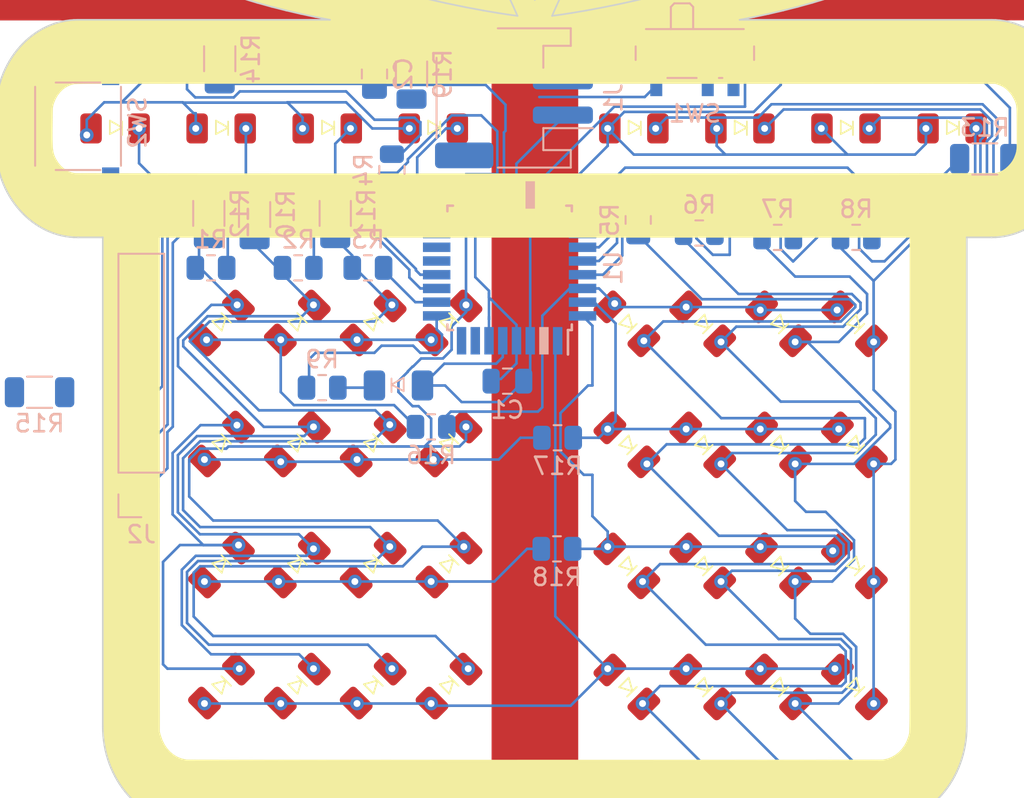
<source format=kicad_pcb>
(kicad_pcb (version 20171130) (host pcbnew "(5.1.10)-1")
  (layers (0 F.Cu signal hide) (31 B.Cu signal) (34 B.Paste user) (35 F.Paste user hide) (36 B.SilkS user) (37 F.SilkS user hide) (38 B.Mask user) (39 F.Mask user hide) (44 Edge.Cuts user))
  (net 0 "")
  (net 1 /Pin9)
  (net 2 /Pin10)
  (net 3 /Pin11)
  (net 4 /Pin12)
  (net 5 /Pin1)
  (net 6 /Pin2)
  (net 7 /Pin3)
  (net 8 /Pin4)
  (net 9 /Pin5)
  (net 10 /Pin6)
  (net 11 /Pin7)
  (net 12 /Pin8)
  (net 13 "Net-(U1-Pad22)")
  (net 14 /SCK)
  (net 15 /MISO)
  (net 16 /MOSI)
  (net 17 /Pin17)
  (net 18 "Net-(U1-Pad8)")
  (net 19 "Net-(U1-Pad7)")
  (net 20 /Pin13)
  (net 21 "Net-(SW1-Pad3)")
  (net 22 "Net-(D33-Pad2)")
  (net 23 GND)
  (net 24 VDD)
  (net 25 /Vin)
  (net 26 /RESET)
  (net 27 "Net-(U1-Pad14)")
  (net 28 "Net-(U1-Pad13)")
  (net 29 /nR1)
  (net 30 /nR2)
  (net 31 /nR3)
  (net 32 /nR4)
  (net 33 /nR5)
  (net 34 /nR6)
  (net 35 /nR7)
  (net 36 /nR8)
  (net 37 "Net-(R15-Pad2)")
  (net 38 "Net-(R15-Pad1)")
  (net 39 "Net-(U1-Pad2)")
  (module Resistor_SMD:R_1206_3216Metric (layer B.Cu) (at 140.208 108.077 90)
    (fp_text reference R19 (at 0 1.82 90) (layer B.SilkS) (effects (justify mirror)))
    (fp_text value 0)
    (pad 2 smd roundrect (at 1.4625 0 90) (size 1.125 1.75) (layers B.Cu B.Paste B.Mask) (roundrect_rratio 0.222222) (net 23 GND))
    (pad 1 smd roundrect (at -1.4625 0 90) (size 1.125 1.75) (layers B.Cu B.Paste B.Mask) (roundrect_rratio 0.222222) (net 23 GND))
  )
  (module Resistor_SMD:R_0805_2012Metric (layer B.Cu) (at 148.682 135.763)
    (fp_text reference R18 (at 0 1.65) (layer B.SilkS) (effects (justify mirror)))
    (fp_text value 0)
    (pad 2 smd roundrect (at 0.9125 0) (size 1.025 1.4) (layers B.Cu B.Paste B.Mask) (roundrect_rratio 0.243902) (net 4 /Pin12))
    (pad 1 smd roundrect (at -0.9125 0) (size 1.025 1.4) (layers B.Cu B.Paste B.Mask) (roundrect_rratio 0.243902) (net 4 /Pin12))
  )
  (module Resistor_SMD:R_0805_2012Metric (layer B.Cu) (at 148.717 129.286)
    (fp_text reference R17 (at 0 1.65) (layer B.SilkS) (effects (justify mirror)))
    (fp_text value 0)
    (pad 2 smd roundrect (at 0.9125 0) (size 1.025 1.4) (layers B.Cu B.Paste B.Mask) (roundrect_rratio 0.243902) (net 3 /Pin11))
    (pad 1 smd roundrect (at -0.9125 0) (size 1.025 1.4) (layers B.Cu B.Paste B.Mask) (roundrect_rratio 0.243902) (net 3 /Pin11))
  )
  (module Resistor_SMD:R_0805_2012Metric (layer B.Cu) (at 141.351 128.651)
    (fp_text reference R16 (at 0 1.65) (layer B.SilkS) (effects (justify mirror)))
    (fp_text value 0)
    (pad 2 smd roundrect (at 0.9125 0) (size 1.025 1.4) (layers B.Cu B.Paste B.Mask) (roundrect_rratio 0.243902) (net 2 /Pin10))
    (pad 1 smd roundrect (at -0.9125 0) (size 1.025 1.4) (layers B.Cu B.Paste B.Mask) (roundrect_rratio 0.243902) (net 2 /Pin10))
  )
  (module Resistor_SMD:R_1206_3216Metric (layer B.Cu) (at 118.535 126.631)
    (fp_text reference R15 (at 0 1.82) (layer B.SilkS) (effects (justify mirror)))
    (fp_text value 0)
    (pad 2 smd roundrect (at 1.4625 0) (size 1.125 1.75) (layers B.Cu B.Paste B.Mask) (roundrect_rratio 0.222222) (net 37 "Net-(R15-Pad2)"))
    (pad 1 smd roundrect (at -1.4625 0) (size 1.125 1.75) (layers B.Cu B.Paste B.Mask) (roundrect_rratio 0.222222) (net 38 "Net-(R15-Pad1)"))
  )
  (module Resistor_SMD:R_1206_3216Metric (layer B.Cu) (at 129.032 107.188 90)
    (fp_text reference R14 (at 0 1.82 90) (layer B.SilkS) (effects (justify mirror)))
    (fp_text value 0)
    (pad 2 smd roundrect (at 1.4625 0 90) (size 1.125 1.75) (layers B.Cu B.Paste B.Mask) (roundrect_rratio 0.222222) (net 24 VDD))
    (pad 1 smd roundrect (at -1.4625 0 90) (size 1.125 1.75) (layers B.Cu B.Paste B.Mask) (roundrect_rratio 0.222222) (net 24 VDD))
  )
  (module Resistor_SMD:R_1206_3216Metric (layer B.Cu) (at 173.609 113.03 180)
    (fp_text reference R13 (at 0 1.82) (layer B.SilkS) (effects (justify mirror)))
    (fp_text value 0)
    (pad 2 smd roundrect (at 1.4625 0 180) (size 1.125 1.75) (layers B.Cu B.Paste B.Mask) (roundrect_rratio 0.222222) (net 26 /RESET))
    (pad 1 smd roundrect (at -1.4625 0 180) (size 1.125 1.75) (layers B.Cu B.Paste B.Mask) (roundrect_rratio 0.222222) (net 26 /RESET))
  )
  (module Resistor_SMD:R_1206_3216Metric (layer B.Cu) (at 128.397 116.205 90)
    (fp_text reference R12 (at 0 1.82 90) (layer B.SilkS) (effects (justify mirror)))
    (fp_text value 0)
    (pad 2 smd roundrect (at 1.4625 0 90) (size 1.125 1.75) (layers B.Cu B.Paste B.Mask) (roundrect_rratio 0.222222) (net 29 /nR1))
    (pad 1 smd roundrect (at -1.4625 0 90) (size 1.125 1.75) (layers B.Cu B.Paste B.Mask) (roundrect_rratio 0.222222) (net 29 /nR1))
  )
  (module Resistor_SMD:R_1206_3216Metric (layer B.Cu) (at 135.763 116.205 90)
    (fp_text reference R11 (at 0 1.82 90) (layer B.SilkS) (effects (justify mirror)))
    (fp_text value 0)
    (pad 2 smd roundrect (at 1.4625 0 90) (size 1.125 1.75) (layers B.Cu B.Paste B.Mask) (roundrect_rratio 0.222222) (net 31 /nR3))
    (pad 1 smd roundrect (at -1.4625 0 90) (size 1.125 1.75) (layers B.Cu B.Paste B.Mask) (roundrect_rratio 0.222222) (net 31 /nR3))
  )
  (module Resistor_SMD:R_1206_3216Metric (layer B.Cu) (at 131.064 116.2705 90)
    (fp_text reference R10 (at 0 1.82 90) (layer B.SilkS) (effects (justify mirror)))
    (fp_text value 0)
    (pad 2 smd roundrect (at 1.4625 0 90) (size 1.125 1.75) (layers B.Cu B.Paste B.Mask) (roundrect_rratio 0.222222) (net 30 /nR2))
    (pad 1 smd roundrect (at -1.4625 0 90) (size 1.125 1.75) (layers B.Cu B.Paste B.Mask) (roundrect_rratio 0.222222) (net 30 /nR2))
  )
  (module Package_QFP:TQFP-32_7x7mm_P0.8mm (layer B.Cu) (at 145.923 119.38 90)
    (fp_text reference U1 (at 0 6.05 90) (layer B.SilkS) (effects (justify mirror)))
    (fp_text value ATmega8A-AU)
    (pad 32 smd rect (at -2.8 4.25) (size 1.6 0.55) (layers B.Cu B.Paste B.Mask) (net 4 /Pin12))
    (pad 31 smd rect (at -2 4.25) (size 1.6 0.55) (layers B.Cu B.Paste B.Mask) (net 3 /Pin11))
    (pad 30 smd rect (at -1.2 4.25) (size 1.6 0.55) (layers B.Cu B.Paste B.Mask) (net 2 /Pin10))
    (pad 29 smd rect (at -0.4 4.25) (size 1.6 0.55) (layers B.Cu B.Paste B.Mask) (net 26 /RESET))
    (pad 28 smd rect (at 0.4 4.25) (size 1.6 0.55) (layers B.Cu B.Paste B.Mask) (net 9 /Pin5))
    (pad 27 smd rect (at 1.2 4.25) (size 1.6 0.55) (layers B.Cu B.Paste B.Mask) (net 10 /Pin6))
    (pad 26 smd rect (at 2 4.25) (size 1.6 0.55) (layers B.Cu B.Paste B.Mask) (net 11 /Pin7))
    (pad 25 smd rect (at 2.8 4.25) (size 1.6 0.55) (layers B.Cu B.Paste B.Mask) (net 12 /Pin8))
    (pad 24 smd rect (at 4.25 2.8 90) (size 1.6 0.55) (layers B.Cu B.Paste B.Mask) (net 1 /Pin9))
    (pad 23 smd rect (at 4.25 2 90) (size 1.6 0.55) (layers B.Cu B.Paste B.Mask) (net 8 /Pin4))
    (pad 22 smd rect (at 4.25 1.2 90) (size 1.6 0.55) (layers B.SilkS) (net 13 "Net-(U1-Pad22)"))
    (pad 21 smd rect (at 4.25 0.4 90) (size 1.6 0.55) (layers B.Cu B.Paste B.Mask) (net 23 GND))
    (pad 20 smd rect (at 4.25 -0.4 90) (size 1.6 0.55) (layers B.Cu B.Paste B.Mask) (net 24 VDD))
    (pad 19 smd rect (at 4.25 -1.2 90) (size 1.6 0.55) (layers B.Cu B.Paste B.Mask) (net 24 VDD))
    (pad 18 smd rect (at 4.25 -2 90) (size 1.6 0.55) (layers B.Cu B.Paste B.Mask) (net 24 VDD))
    (pad 17 smd rect (at 4.25 -2.8 90) (size 1.6 0.55) (layers B.Cu B.Paste B.Mask) (net 14 /SCK))
    (pad 16 smd rect (at 2.8 -4.25) (size 1.6 0.55) (layers B.Cu B.Paste B.Mask) (net 15 /MISO))
    (pad 15 smd rect (at 2 -4.25) (size 1.6 0.55) (layers B.Cu B.Paste B.Mask) (net 16 /MOSI))
    (pad 14 smd rect (at 1.2 -4.25) (size 1.6 0.55) (layers B.Cu B.Paste B.Mask) (net 27 "Net-(U1-Pad14)"))
    (pad 13 smd rect (at 0.4 -4.25) (size 1.6 0.55) (layers B.Cu B.Paste B.Mask) (net 28 "Net-(U1-Pad13)"))
    (pad 12 smd rect (at -0.4 -4.25) (size 1.6 0.55) (layers B.Cu B.Paste B.Mask) (net 5 /Pin1))
    (pad 11 smd rect (at -1.2 -4.25) (size 1.6 0.55) (layers B.Cu B.Paste B.Mask) (net 6 /Pin2))
    (pad 10 smd rect (at -2 -4.25) (size 1.6 0.55) (layers B.Cu B.Paste B.Mask) (net 7 /Pin3))
    (pad 9 smd rect (at -2.8 -4.25) (size 1.6 0.55) (layers B.Cu B.Paste B.Mask) (net 17 /Pin17))
    (pad 8 smd rect (at -4.25 -2.8 90) (size 1.6 0.55) (layers B.Cu B.Paste B.Mask) (net 18 "Net-(U1-Pad8)"))
    (pad 7 smd rect (at -4.25 -2 90) (size 1.6 0.55) (layers B.Cu B.Paste B.Mask) (net 19 "Net-(U1-Pad7)"))
    (pad 6 smd rect (at -4.25 -1.2 90) (size 1.6 0.55) (layers B.Cu B.Paste B.Mask) (net 24 VDD))
    (pad 5 smd rect (at -4.25 -0.4 90) (size 1.6 0.55) (layers B.Cu B.Paste B.Mask) (net 23 GND))
    (pad 4 smd rect (at -4.25 0.4 90) (size 1.6 0.55) (layers B.Cu B.Paste B.Mask) (net 24 VDD))
    (pad 3 smd rect (at -4.25 1.2 90) (size 1.6 0.55) (layers B.Cu B.Paste B.Mask) (net 23 GND))
    (pad 2 smd rect (at -4.25 2 90) (size 1.6 0.55) (layers B.SilkS) (net 39 "Net-(U1-Pad2)"))
    (pad 1 smd rect (at -4.25 2.8 90) (size 1.6 0.55) (layers B.Cu B.Paste B.Mask) (net 20 /Pin13))
  )
  (module "My Libraries:SW_Push_CK_PTS525_SM15" (layer B.Cu) (at 120.777 111.125 90)
    (fp_text reference SW2 (at 0.2159 3.4671 90) (layer B.SilkS) (effects (justify mirror)))
    (fp_text value RESET)
    (pad 1 smd rect (at 3.2 1.9 90) (size 1.6 1) (layers B.Cu B.Paste B.Mask) (net 23 GND))
    (pad 1 smd rect (at -3.2 1.9 90) (size 1.6 1) (layers B.Cu B.Paste B.Mask) (net 23 GND))
    (pad 2 smd rect (at -3.2 -1.9 90) (size 1.6 1) (layers B.Cu B.Paste B.Mask) (net 26 /RESET))
    (pad 2 smd rect (at 3.2 -1.9 90) (size 1.6 1) (layers B.Cu B.Paste B.Mask) (net 26 /RESET))
  )
  (module "My Libraries:PinHeader_1x06_P2.54mm_SMD_Field" (layer B.Cu) (at 124.46 132.588)
    (fp_text reference J2 (at 0 2.33) (layer B.SilkS) (effects (justify mirror)))
    (fp_text value ISP)
    (pad 6 smd rect (at 0 -12.7) (size 2 1.7) (layers B.Cu B.Paste B.Mask) (net 23 GND))
    (pad 5 smd rect (at 0 -10.16) (size 2 1.7) (layers B.Cu B.Paste B.Mask) (net 26 /RESET))
    (pad 4 smd rect (at 0 -7.62) (size 2 1.7) (layers B.Cu B.Paste B.Mask) (net 24 VDD))
    (pad 3 smd rect (at 0 -5.08) (size 2 1.7) (layers B.Cu B.Paste B.Mask) (net 14 /SCK))
    (pad 2 smd rect (at 0 -2.54) (size 2 1.7) (layers B.Cu B.Paste B.Mask) (net 15 /MISO))
    (pad 1 smd oval (at 0 0) (size 2 1.7) (layers B.Cu B.Paste B.Mask) (net 16 /MOSI))
  )
  (module Connector_JST:JST_PH_S2B-PH-SM4-TB_1x02-1MP_P2.00mm_Horizontal (layer B.Cu) (at 146.177 109.474 90)
    (fp_text reference J1 (at 0 5.8 90) (layer B.SilkS) (effects (justify mirror)))
    (fp_text value Batt)
    (pad MP smd roundrect (at 3.35 -2.9 90) (size 1.5 3.4) (layers B.Cu B.Paste B.Mask) (roundrect_rratio 0.166667))
    (pad MP smd roundrect (at -3.35 -2.9 90) (size 1.5 3.4) (layers B.Cu B.Paste B.Mask) (roundrect_rratio 0.166667))
    (pad 2 smd roundrect (at 1 2.85 90) (size 1 3.5) (layers B.Cu B.Paste B.Mask) (net 25 /Vin))
    (pad 1 smd roundrect (at -1 2.85 90) (size 1 3.5) (layers B.Cu B.Paste B.Mask) (net 23 GND))
  )
  (module Resistor_SMD:R_0805_2012Metric (layer B.Cu) (at 135.001 126.365 180)
    (fp_text reference R9 (at 0 1.65) (layer B.SilkS) (effects (justify mirror)))
    (fp_text value 1K)
    (pad 2 smd roundrect (at 0.9125 0 180) (size 1.025 1.4) (layers B.Cu B.Paste B.Mask) (roundrect_rratio 0.243902) (net 17 /Pin17))
    (pad 1 smd roundrect (at -0.9125 0 180) (size 1.025 1.4) (layers B.Cu B.Paste B.Mask) (roundrect_rratio 0.243902) (net 22 "Net-(D33-Pad2)"))
  )
  (module "My Libraries:LED_1206_3216Metric-NoSilk" (layer F.Cu) (at 171.704 111.252)
    (fp_text reference D41)
    (fp_text value RED)
    (pad 2 smd roundrect (at 1.4 0) (size 1.25 1.75) (layers F.Cu F.Paste F.Mask) (roundrect_rratio 0.2) (net 36 /nR8))
    (pad 1 smd roundrect (at -1.4 0) (size 1.25 1.75) (layers F.Cu F.Paste F.Mask) (roundrect_rratio 0.2) (net 1 /Pin9))
  )
  (module "My Libraries:LED_1206_3216Metric-NoSilk" (layer F.Cu) (at 165.523332 111.252)
    (fp_text reference D40)
    (fp_text value RED)
    (pad 2 smd roundrect (at 1.4 0) (size 1.25 1.75) (layers F.Cu F.Paste F.Mask) (roundrect_rratio 0.2) (net 35 /nR7))
    (pad 1 smd roundrect (at -1.4 0) (size 1.25 1.75) (layers F.Cu F.Paste F.Mask) (roundrect_rratio 0.2) (net 1 /Pin9))
  )
  (module "My Libraries:LED_1206_3216Metric-NoSilk" (layer F.Cu) (at 159.342666 111.252)
    (fp_text reference D39)
    (fp_text value RED)
    (pad 2 smd roundrect (at 1.4 0) (size 1.25 1.75) (layers F.Cu F.Paste F.Mask) (roundrect_rratio 0.2) (net 34 /nR6))
    (pad 1 smd roundrect (at -1.4 0) (size 1.25 1.75) (layers F.Cu F.Paste F.Mask) (roundrect_rratio 0.2) (net 1 /Pin9))
  )
  (module "My Libraries:LED_1206_3216Metric-NoSilk" (layer F.Cu) (at 153.162 111.252)
    (fp_text reference D38)
    (fp_text value RED)
    (pad 2 smd roundrect (at 1.4 0) (size 1.25 1.75) (layers F.Cu F.Paste F.Mask) (roundrect_rratio 0.2) (net 33 /nR5))
    (pad 1 smd roundrect (at -1.4 0) (size 1.25 1.75) (layers F.Cu F.Paste F.Mask) (roundrect_rratio 0.2) (net 1 /Pin9))
  )
  (module "My Libraries:LED_1206_3216Metric-NoSilk" (layer F.Cu) (at 141.478 111.252)
    (fp_text reference D37)
    (fp_text value RED)
    (pad 2 smd roundrect (at 1.4 0) (size 1.25 1.75) (layers F.Cu F.Paste F.Mask) (roundrect_rratio 0.2) (net 32 /nR4))
    (pad 1 smd roundrect (at -1.4 0) (size 1.25 1.75) (layers F.Cu F.Paste F.Mask) (roundrect_rratio 0.2) (net 1 /Pin9))
  )
  (module "My Libraries:LED_1206_3216Metric-NoSilk" (layer F.Cu) (at 135.297332 111.252)
    (fp_text reference D36)
    (fp_text value RED)
    (pad 2 smd roundrect (at 1.4 0) (size 1.25 1.75) (layers F.Cu F.Paste F.Mask) (roundrect_rratio 0.2) (net 31 /nR3))
    (pad 1 smd roundrect (at -1.4 0) (size 1.25 1.75) (layers F.Cu F.Paste F.Mask) (roundrect_rratio 0.2) (net 1 /Pin9))
  )
  (module "My Libraries:LED_1206_3216Metric-NoSilk" (layer F.Cu) (at 129.116666 111.252)
    (fp_text reference D35)
    (fp_text value RED)
    (pad 2 smd roundrect (at 1.4 0) (size 1.25 1.75) (layers F.Cu F.Paste F.Mask) (roundrect_rratio 0.2) (net 30 /nR2))
    (pad 1 smd roundrect (at -1.4 0) (size 1.25 1.75) (layers F.Cu F.Paste F.Mask) (roundrect_rratio 0.2) (net 1 /Pin9))
  )
  (module "My Libraries:LED_1206_3216Metric-NoSilk" (layer F.Cu) (at 122.936 111.252)
    (fp_text reference D34)
    (fp_text value RED)
    (pad 2 smd roundrect (at 1.4 0) (size 1.25 1.75) (layers F.Cu F.Paste F.Mask) (roundrect_rratio 0.2) (net 29 /nR1))
    (pad 1 smd roundrect (at -1.4 0) (size 1.25 1.75) (layers F.Cu F.Paste F.Mask) (roundrect_rratio 0.2) (net 1 /Pin9))
  )
  (module "My Libraries:LED_1206_3216Metric-NoSilk" (layer B.Cu) (at 139.446 126.238 180)
    (fp_text reference D33)
    (fp_text value Batt)
    (pad 2 smd roundrect (at 1.4 0 180) (size 1.25 1.75) (layers B.Cu B.Paste B.Mask) (roundrect_rratio 0.2) (net 22 "Net-(D33-Pad2)"))
    (pad 1 smd roundrect (at -1.4 0 180) (size 1.25 1.75) (layers B.Cu B.Paste B.Mask) (roundrect_rratio 0.2) (net 23 GND))
  )
  (module "My Libraries:LED_1206_3216Metric-NoSilk" (layer F.Cu) (at 166.0144 143.813142 315)
    (fp_text reference D32 hide)
    (fp_text value GRN)
    (pad 2 smd roundrect (at 1.4 0 315) (size 1.25 1.75) (layers F.Cu F.Paste F.Mask) (roundrect_rratio 0.2) (net 36 /nR8))
    (pad 1 smd roundrect (at -1.4 0 315) (size 1.25 1.75) (layers F.Cu F.Paste F.Mask) (roundrect_rratio 0.2) (net 20 /Pin13))
  )
  (module "My Libraries:LED_1206_3216Metric-NoSilk" (layer F.Cu) (at 166.0144 136.756174 315)
    (fp_text reference D31 hide)
    (fp_text value GRN)
    (pad 2 smd roundrect (at 1.4 0 315) (size 1.25 1.75) (layers F.Cu F.Paste F.Mask) (roundrect_rratio 0.2) (net 36 /nR8))
    (pad 1 smd roundrect (at -1.4 0 315) (size 1.25 1.75) (layers F.Cu F.Paste F.Mask) (roundrect_rratio 0.2) (net 4 /Pin12))
  )
  (module "My Libraries:LED_1206_3216Metric-NoSilk" (layer F.Cu) (at 166.0144 129.699208 315)
    (fp_text reference D30 hide)
    (fp_text value GRN)
    (pad 2 smd roundrect (at 1.4 0 315) (size 1.25 1.75) (layers F.Cu F.Paste F.Mask) (roundrect_rratio 0.2) (net 36 /nR8))
    (pad 1 smd roundrect (at -1.4 0 315) (size 1.25 1.75) (layers F.Cu F.Paste F.Mask) (roundrect_rratio 0.2) (net 3 /Pin11))
  )
  (module "My Libraries:LED_1206_3216Metric-NoSilk" (layer F.Cu) (at 166.0144 122.642242 315)
    (fp_text reference D29 hide)
    (fp_text value GRN)
    (pad 2 smd roundrect (at 1.4 0 315) (size 1.25 1.75) (layers F.Cu F.Paste F.Mask) (roundrect_rratio 0.2) (net 36 /nR8))
    (pad 1 smd roundrect (at -1.4 0 315) (size 1.25 1.75) (layers F.Cu F.Paste F.Mask) (roundrect_rratio 0.2) (net 2 /Pin10))
  )
  (module "My Libraries:LED_1206_3216Metric-NoSilk" (layer F.Cu) (at 161.5948 143.813142 315)
    (fp_text reference D28 hide)
    (fp_text value GRN)
    (pad 2 smd roundrect (at 1.4 0 315) (size 1.25 1.75) (layers F.Cu F.Paste F.Mask) (roundrect_rratio 0.2) (net 35 /nR7))
    (pad 1 smd roundrect (at -1.4 0 315) (size 1.25 1.75) (layers F.Cu F.Paste F.Mask) (roundrect_rratio 0.2) (net 20 /Pin13))
  )
  (module "My Libraries:LED_1206_3216Metric-NoSilk" (layer F.Cu) (at 161.5948 136.756174 315)
    (fp_text reference D27 hide)
    (fp_text value GRN)
    (pad 2 smd roundrect (at 1.4 0 315) (size 1.25 1.75) (layers F.Cu F.Paste F.Mask) (roundrect_rratio 0.2) (net 35 /nR7))
    (pad 1 smd roundrect (at -1.4 0 315) (size 1.25 1.75) (layers F.Cu F.Paste F.Mask) (roundrect_rratio 0.2) (net 4 /Pin12))
  )
  (module "My Libraries:LED_1206_3216Metric-NoSilk" (layer F.Cu) (at 161.5948 129.699208 315)
    (fp_text reference D26 hide)
    (fp_text value GRN)
    (pad 2 smd roundrect (at 1.4 0 315) (size 1.25 1.75) (layers F.Cu F.Paste F.Mask) (roundrect_rratio 0.2) (net 35 /nR7))
    (pad 1 smd roundrect (at -1.4 0 315) (size 1.25 1.75) (layers F.Cu F.Paste F.Mask) (roundrect_rratio 0.2) (net 3 /Pin11))
  )
  (module "My Libraries:LED_1206_3216Metric-NoSilk" (layer F.Cu) (at 161.5948 122.642242 315)
    (fp_text reference D25 hide)
    (fp_text value GRN)
    (pad 2 smd roundrect (at 1.4 0 315) (size 1.25 1.75) (layers F.Cu F.Paste F.Mask) (roundrect_rratio 0.2) (net 35 /nR7))
    (pad 1 smd roundrect (at -1.4 0 315) (size 1.25 1.75) (layers F.Cu F.Paste F.Mask) (roundrect_rratio 0.2) (net 2 /Pin10))
  )
  (module "My Libraries:LED_1206_3216Metric-NoSilk" (layer F.Cu) (at 157.1752 143.813142 315)
    (fp_text reference D24 hide)
    (fp_text value GRN)
    (pad 2 smd roundrect (at 1.4 0 315) (size 1.25 1.75) (layers F.Cu F.Paste F.Mask) (roundrect_rratio 0.2) (net 34 /nR6))
    (pad 1 smd roundrect (at -1.4 0 315) (size 1.25 1.75) (layers F.Cu F.Paste F.Mask) (roundrect_rratio 0.2) (net 20 /Pin13))
  )
  (module "My Libraries:LED_1206_3216Metric-NoSilk" (layer F.Cu) (at 157.1752 136.756174 315)
    (fp_text reference D23 hide)
    (fp_text value GRN)
    (pad 2 smd roundrect (at 1.4 0 315) (size 1.25 1.75) (layers F.Cu F.Paste F.Mask) (roundrect_rratio 0.2) (net 34 /nR6))
    (pad 1 smd roundrect (at -1.4 0 315) (size 1.25 1.75) (layers F.Cu F.Paste F.Mask) (roundrect_rratio 0.2) (net 4 /Pin12))
  )
  (module "My Libraries:LED_1206_3216Metric-NoSilk" (layer F.Cu) (at 157.1752 129.699208 315)
    (fp_text reference D22 hide)
    (fp_text value GRN)
    (pad 2 smd roundrect (at 1.4 0 315) (size 1.25 1.75) (layers F.Cu F.Paste F.Mask) (roundrect_rratio 0.2) (net 34 /nR6))
    (pad 1 smd roundrect (at -1.4 0 315) (size 1.25 1.75) (layers F.Cu F.Paste F.Mask) (roundrect_rratio 0.2) (net 3 /Pin11))
  )
  (module "My Libraries:LED_1206_3216Metric-NoSilk" (layer F.Cu) (at 157.1752 122.642242 315)
    (fp_text reference D21 hide)
    (fp_text value GRN)
    (pad 2 smd roundrect (at 1.4 0 315) (size 1.25 1.75) (layers F.Cu F.Paste F.Mask) (roundrect_rratio 0.2) (net 34 /nR6))
    (pad 1 smd roundrect (at -1.4 0 315) (size 1.25 1.75) (layers F.Cu F.Paste F.Mask) (roundrect_rratio 0.2) (net 2 /Pin10))
  )
  (module "My Libraries:LED_1206_3216Metric-NoSilk" (layer F.Cu) (at 152.7556 143.813142 315)
    (fp_text reference D20 hide)
    (fp_text value GRN)
    (pad 2 smd roundrect (at 1.4 0 315) (size 1.25 1.75) (layers F.Cu F.Paste F.Mask) (roundrect_rratio 0.2) (net 33 /nR5))
    (pad 1 smd roundrect (at -1.4 0 315) (size 1.25 1.75) (layers F.Cu F.Paste F.Mask) (roundrect_rratio 0.2) (net 20 /Pin13))
  )
  (module "My Libraries:LED_1206_3216Metric-NoSilk" (layer F.Cu) (at 152.7556 136.756174 315)
    (fp_text reference D19 hide)
    (fp_text value GRN)
    (pad 2 smd roundrect (at 1.4 0 315) (size 1.25 1.75) (layers F.Cu F.Paste F.Mask) (roundrect_rratio 0.2) (net 33 /nR5))
    (pad 1 smd roundrect (at -1.4 0 315) (size 1.25 1.75) (layers F.Cu F.Paste F.Mask) (roundrect_rratio 0.2) (net 4 /Pin12))
  )
  (module "My Libraries:LED_1206_3216Metric-NoSilk" (layer F.Cu) (at 152.7556 129.699208 315)
    (fp_text reference D18 hide)
    (fp_text value GRN)
    (pad 2 smd roundrect (at 1.4 0 315) (size 1.25 1.75) (layers F.Cu F.Paste F.Mask) (roundrect_rratio 0.2) (net 33 /nR5))
    (pad 1 smd roundrect (at -1.4 0 315) (size 1.25 1.75) (layers F.Cu F.Paste F.Mask) (roundrect_rratio 0.2) (net 3 /Pin11))
  )
  (module "My Libraries:LED_1206_3216Metric-NoSilk" (layer F.Cu) (at 152.7556 122.642242 315)
    (fp_text reference D17 hide)
    (fp_text value GRN)
    (pad 2 smd roundrect (at 1.4 0 315) (size 1.25 1.75) (layers F.Cu F.Paste F.Mask) (roundrect_rratio 0.2) (net 33 /nR5))
    (pad 1 smd roundrect (at -1.4 0 315) (size 1.25 1.75) (layers F.Cu F.Paste F.Mask) (roundrect_rratio 0.2) (net 2 /Pin10))
  )
  (module "My Libraries:LED_1206_3216Metric-NoSilk" (layer F.Cu) (at 142.3924 143.764 45)
    (fp_text reference D16 hide)
    (fp_text value GRN)
    (pad 2 smd roundrect (at 1.4 0 45) (size 1.25 1.75) (layers F.Cu F.Paste F.Mask) (roundrect_rratio 0.2) (net 32 /nR4))
    (pad 1 smd roundrect (at -1.4 0 45) (size 1.25 1.75) (layers F.Cu F.Paste F.Mask) (roundrect_rratio 0.2) (net 20 /Pin13))
  )
  (module "My Libraries:LED_1206_3216Metric-NoSilk" (layer F.Cu) (at 142.3924 136.707032 45)
    (fp_text reference D15 hide)
    (fp_text value GRN)
    (pad 2 smd roundrect (at 1.4 0 45) (size 1.25 1.75) (layers F.Cu F.Paste F.Mask) (roundrect_rratio 0.2) (net 32 /nR4))
    (pad 1 smd roundrect (at -1.4 0 45) (size 1.25 1.75) (layers F.Cu F.Paste F.Mask) (roundrect_rratio 0.2) (net 4 /Pin12))
  )
  (module "My Libraries:LED_1206_3216Metric-NoSilk" (layer F.Cu) (at 142.3924 129.650066 45)
    (fp_text reference D14 hide)
    (fp_text value GRN)
    (pad 2 smd roundrect (at 1.4 0 45) (size 1.25 1.75) (layers F.Cu F.Paste F.Mask) (roundrect_rratio 0.2) (net 32 /nR4))
    (pad 1 smd roundrect (at -1.4 0 45) (size 1.25 1.75) (layers F.Cu F.Paste F.Mask) (roundrect_rratio 0.2) (net 3 /Pin11))
  )
  (module "My Libraries:LED_1206_3216Metric-NoSilk" (layer F.Cu) (at 142.3924 122.5931 45)
    (fp_text reference D13 hide)
    (fp_text value GRN)
    (pad 2 smd roundrect (at 1.4 0 45) (size 1.25 1.75) (layers F.Cu F.Paste F.Mask) (roundrect_rratio 0.2) (net 32 /nR4))
    (pad 1 smd roundrect (at -1.4 0 45) (size 1.25 1.75) (layers F.Cu F.Paste F.Mask) (roundrect_rratio 0.2) (net 2 /Pin10))
  )
  (module "My Libraries:LED_1206_3216Metric-NoSilk" (layer F.Cu) (at 137.9728 143.764 45)
    (fp_text reference D12 hide)
    (fp_text value GRN)
    (pad 2 smd roundrect (at 1.4 0 45) (size 1.25 1.75) (layers F.Cu F.Paste F.Mask) (roundrect_rratio 0.2) (net 31 /nR3))
    (pad 1 smd roundrect (at -1.4 0 45) (size 1.25 1.75) (layers F.Cu F.Paste F.Mask) (roundrect_rratio 0.2) (net 20 /Pin13))
  )
  (module "My Libraries:LED_1206_3216Metric-NoSilk" (layer F.Cu) (at 137.9728 136.707032 45)
    (fp_text reference D11 hide)
    (fp_text value GRN)
    (pad 2 smd roundrect (at 1.4 0 45) (size 1.25 1.75) (layers F.Cu F.Paste F.Mask) (roundrect_rratio 0.2) (net 31 /nR3))
    (pad 1 smd roundrect (at -1.4 0 45) (size 1.25 1.75) (layers F.Cu F.Paste F.Mask) (roundrect_rratio 0.2) (net 4 /Pin12))
  )
  (module "My Libraries:LED_1206_3216Metric-NoSilk" (layer F.Cu) (at 137.9728 129.650066 45)
    (fp_text reference D10 hide)
    (fp_text value GRN)
    (pad 2 smd roundrect (at 1.4 0 45) (size 1.25 1.75) (layers F.Cu F.Paste F.Mask) (roundrect_rratio 0.2) (net 31 /nR3))
    (pad 1 smd roundrect (at -1.4 0 45) (size 1.25 1.75) (layers F.Cu F.Paste F.Mask) (roundrect_rratio 0.2) (net 3 /Pin11))
  )
  (module "My Libraries:LED_1206_3216Metric-NoSilk" (layer F.Cu) (at 137.9728 122.5931 45)
    (fp_text reference D9 hide)
    (fp_text value GRN)
    (pad 2 smd roundrect (at 1.4 0 45) (size 1.25 1.75) (layers F.Cu F.Paste F.Mask) (roundrect_rratio 0.2) (net 31 /nR3))
    (pad 1 smd roundrect (at -1.4 0 45) (size 1.25 1.75) (layers F.Cu F.Paste F.Mask) (roundrect_rratio 0.2) (net 2 /Pin10))
  )
  (module "My Libraries:LED_1206_3216Metric-NoSilk" (layer F.Cu) (at 133.5532 143.764 45)
    (fp_text reference D8 hide)
    (fp_text value GRN)
    (pad 2 smd roundrect (at 1.4 0 45) (size 1.25 1.75) (layers F.Cu F.Paste F.Mask) (roundrect_rratio 0.2) (net 30 /nR2))
    (pad 1 smd roundrect (at -1.4 0 45) (size 1.25 1.75) (layers F.Cu F.Paste F.Mask) (roundrect_rratio 0.2) (net 20 /Pin13))
  )
  (module "My Libraries:LED_1206_3216Metric-NoSilk" (layer F.Cu) (at 133.5532 136.707032 45)
    (fp_text reference D7 hide)
    (fp_text value GRN)
    (pad 2 smd roundrect (at 1.4 0 45) (size 1.25 1.75) (layers F.Cu F.Paste F.Mask) (roundrect_rratio 0.2) (net 30 /nR2))
    (pad 1 smd roundrect (at -1.4 0 45) (size 1.25 1.75) (layers F.Cu F.Paste F.Mask) (roundrect_rratio 0.2) (net 4 /Pin12))
  )
  (module "My Libraries:LED_1206_3216Metric-NoSilk" (layer F.Cu) (at 133.5532 129.650066 45)
    (fp_text reference D6 hide)
    (fp_text value GRN)
    (pad 2 smd roundrect (at 1.4 0 45) (size 1.25 1.75) (layers F.Cu F.Paste F.Mask) (roundrect_rratio 0.2) (net 30 /nR2))
    (pad 1 smd roundrect (at -1.4 0 45) (size 1.25 1.75) (layers F.Cu F.Paste F.Mask) (roundrect_rratio 0.2) (net 3 /Pin11))
  )
  (module "My Libraries:LED_1206_3216Metric-NoSilk" (layer F.Cu) (at 133.5532 122.5931 45)
    (fp_text reference D5 hide)
    (fp_text value GRN)
    (pad 2 smd roundrect (at 1.4 0 45) (size 1.25 1.75) (layers F.Cu F.Paste F.Mask) (roundrect_rratio 0.2) (net 30 /nR2))
    (pad 1 smd roundrect (at -1.4 0 45) (size 1.25 1.75) (layers F.Cu F.Paste F.Mask) (roundrect_rratio 0.2) (net 2 /Pin10))
  )
  (module "My Libraries:LED_1206_3216Metric-NoSilk" (layer F.Cu) (at 129.1336 143.764 45)
    (fp_text reference D4 hide)
    (fp_text value GRN)
    (pad 2 smd roundrect (at 1.4 0 45) (size 1.25 1.75) (layers F.Cu F.Paste F.Mask) (roundrect_rratio 0.2) (net 29 /nR1))
    (pad 1 smd roundrect (at -1.4 0 45) (size 1.25 1.75) (layers F.Cu F.Paste F.Mask) (roundrect_rratio 0.2) (net 20 /Pin13))
  )
  (module "My Libraries:LED_1206_3216Metric-NoSilk" (layer F.Cu) (at 129.1336 136.707032 45)
    (fp_text reference D3 hide)
    (fp_text value GRN)
    (pad 2 smd roundrect (at 1.4 0 45) (size 1.25 1.75) (layers F.Cu F.Paste F.Mask) (roundrect_rratio 0.2) (net 29 /nR1))
    (pad 1 smd roundrect (at -1.4 0 45) (size 1.25 1.75) (layers F.Cu F.Paste F.Mask) (roundrect_rratio 0.2) (net 4 /Pin12))
  )
  (module "My Libraries:LED_1206_3216Metric-NoSilk" (layer F.Cu) (at 129.1336 129.650066 45)
    (fp_text reference D2 hide)
    (fp_text value GRN)
    (pad 2 smd roundrect (at 1.4 0 45) (size 1.25 1.75) (layers F.Cu F.Paste F.Mask) (roundrect_rratio 0.2) (net 29 /nR1))
    (pad 1 smd roundrect (at -1.4 0 45) (size 1.25 1.75) (layers F.Cu F.Paste F.Mask) (roundrect_rratio 0.2) (net 3 /Pin11))
  )
  (module "My Libraries:LED_1206_3216Metric-NoSilk" (layer F.Cu) (at 129.1336 122.5931 45)
    (fp_text reference D1 hide)
    (fp_text value RED)
    (pad 2 smd roundrect (at 1.4 0 45) (size 1.25 1.75) (layers F.Cu F.Paste F.Mask) (roundrect_rratio 0.2) (net 29 /nR1))
    (pad 1 smd roundrect (at -1.4 0 45) (size 1.25 1.75) (layers F.Cu F.Paste F.Mask) (roundrect_rratio 0.2) (net 2 /Pin10))
  )
  (module "My Libraries:SW_SPDT_PCM12-no-mounts" (layer B.Cu) (at 156.718 107.188)
    (fp_text reference SW1 (at 0 3.2) (layer B.SilkS) (effects (justify mirror)))
    (fp_text value PWR)
    (pad "" smd rect (at -3.65 0.78) (size 1 0.8) (layers B.Cu B.Paste B.Mask))
    (pad "" smd rect (at 3.65 0.78) (size 1 0.8) (layers B.Cu B.Paste B.Mask))
    (pad "" smd rect (at 3.65 -1.43) (size 1 0.8) (layers B.Cu B.Paste B.Mask))
    (pad "" smd rect (at -3.65 -1.43) (size 1 0.8) (layers B.Cu B.Paste B.Mask))
    (pad 3 smd rect (at 2.25 1.43) (size 0.7 1.5) (layers B.Cu B.Paste B.Mask) (net 21 "Net-(SW1-Pad3)"))
    (pad 2 smd rect (at 0.75 1.43) (size 0.7 1.5) (layers B.Cu B.Paste B.Mask) (net 25 /Vin))
    (pad 1 smd rect (at -2.25 1.43) (size 0.7 1.5) (layers B.Cu B.Paste B.Mask) (net 24 VDD))
  )
  (module Capacitor_SMD:C_0805_2012Metric (layer B.Cu) (at 138.049 108.077 90)
    (fp_text reference C2 (at 0 1.68 90) (layer B.SilkS) (effects (justify mirror)))
    (fp_text value 10u)
    (pad 2 smd roundrect (at 0.95 0 90) (size 1 1.45) (layers B.Cu B.Paste B.Mask) (net 23 GND))
    (pad 1 smd roundrect (at -0.95 0 90) (size 1 1.45) (layers B.Cu B.Paste B.Mask) (net 24 VDD))
  )
  (module Capacitor_SMD:C_0805_2012Metric (layer B.Cu) (at 145.796 125.984)
    (fp_text reference C1 (at 0 1.68) (layer B.SilkS) (effects (justify mirror)))
    (fp_text value 10u)
    (pad 2 smd roundrect (at 0.95 0) (size 1 1.45) (layers B.Cu B.Paste B.Mask) (net 23 GND))
    (pad 1 smd roundrect (at -0.95 0) (size 1 1.45) (layers B.Cu B.Paste B.Mask) (net 24 VDD))
  )
  (module Resistor_SMD:R_0805_2012Metric (layer B.Cu) (at 166.116 117.602 180)
    (fp_text reference R8 (at 0 1.65) (layer B.SilkS) (effects (justify mirror)))
    (fp_text value R_0805)
    (pad 2 smd roundrect (at 0.9125 0 180) (size 1.025 1.4) (layers B.Cu B.Paste B.Mask) (roundrect_rratio 0.243902) (net 36 /nR8))
    (pad 1 smd roundrect (at -0.9125 0 180) (size 1.025 1.4) (layers B.Cu B.Paste B.Mask) (roundrect_rratio 0.243902) (net 12 /Pin8))
  )
  (module Resistor_SMD:R_0805_2012Metric (layer B.Cu) (at 161.544 117.602 180)
    (fp_text reference R7 (at 0 1.65) (layer B.SilkS) (effects (justify mirror)))
    (fp_text value R_0805)
    (pad 2 smd roundrect (at 0.9125 0 180) (size 1.025 1.4) (layers B.Cu B.Paste B.Mask) (roundrect_rratio 0.243902) (net 35 /nR7))
    (pad 1 smd roundrect (at -0.9125 0 180) (size 1.025 1.4) (layers B.Cu B.Paste B.Mask) (roundrect_rratio 0.243902) (net 11 /Pin7))
  )
  (module Resistor_SMD:R_0805_2012Metric (layer B.Cu) (at 156.972 117.348 180)
    (fp_text reference R6 (at 0 1.65) (layer B.SilkS) (effects (justify mirror)))
    (fp_text value R_0805)
    (pad 2 smd roundrect (at 0.9125 0 180) (size 1.025 1.4) (layers B.Cu B.Paste B.Mask) (roundrect_rratio 0.243902) (net 34 /nR6))
    (pad 1 smd roundrect (at -0.9125 0 180) (size 1.025 1.4) (layers B.Cu B.Paste B.Mask) (roundrect_rratio 0.243902) (net 10 /Pin6))
  )
  (module Resistor_SMD:R_0805_2012Metric (layer B.Cu) (at 153.416 116.586 270)
    (fp_text reference R5 (at 0 1.65 90) (layer B.SilkS) (effects (justify mirror)))
    (fp_text value R_0805)
    (pad 2 smd roundrect (at 0.9125 0 270) (size 1.025 1.4) (layers B.Cu B.Paste B.Mask) (roundrect_rratio 0.243902) (net 33 /nR5))
    (pad 1 smd roundrect (at -0.9125 0 270) (size 1.025 1.4) (layers B.Cu B.Paste B.Mask) (roundrect_rratio 0.243902) (net 9 /Pin5))
  )
  (module Resistor_SMD:R_0805_2012Metric (layer B.Cu) (at 139.065 113.665 270)
    (fp_text reference R4 (at 0 1.65 90) (layer B.SilkS) (effects (justify mirror)))
    (fp_text value R_0805)
    (pad 2 smd roundrect (at 0.9125 0 270) (size 1.025 1.4) (layers B.Cu B.Paste B.Mask) (roundrect_rratio 0.243902) (net 32 /nR4))
    (pad 1 smd roundrect (at -0.9125 0 270) (size 1.025 1.4) (layers B.Cu B.Paste B.Mask) (roundrect_rratio 0.243902) (net 8 /Pin4))
  )
  (module Resistor_SMD:R_0805_2012Metric (layer B.Cu) (at 137.668 119.38 180)
    (fp_text reference R3 (at 0 1.65) (layer B.SilkS) (effects (justify mirror)))
    (fp_text value R_0805)
    (pad 2 smd roundrect (at 0.9125 0 180) (size 1.025 1.4) (layers B.Cu B.Paste B.Mask) (roundrect_rratio 0.243902) (net 31 /nR3))
    (pad 1 smd roundrect (at -0.9125 0 180) (size 1.025 1.4) (layers B.Cu B.Paste B.Mask) (roundrect_rratio 0.243902) (net 7 /Pin3))
  )
  (module Resistor_SMD:R_0805_2012Metric (layer B.Cu) (at 133.604 119.38 180)
    (fp_text reference R2 (at 0 1.65) (layer B.SilkS) (effects (justify mirror)))
    (fp_text value R_0805)
    (pad 2 smd roundrect (at 0.9125 0 180) (size 1.025 1.4) (layers B.Cu B.Paste B.Mask) (roundrect_rratio 0.243902) (net 30 /nR2))
    (pad 1 smd roundrect (at -0.9125 0 180) (size 1.025 1.4) (layers B.Cu B.Paste B.Mask) (roundrect_rratio 0.243902) (net 6 /Pin2))
  )
  (module Resistor_SMD:R_0805_2012Metric (layer B.Cu) (at 128.524 119.38 180)
    (fp_text reference R1 (at 0 1.65) (layer B.SilkS) (effects (justify mirror)))
    (fp_text value R_0805)
    (pad 2 smd roundrect (at 0.9125 0 180) (size 1.025 1.4) (layers B.Cu B.Paste B.Mask) (roundrect_rratio 0.243902) (net 29 /nR1))
    (pad 1 smd roundrect (at -0.9125 0 180) (size 1.025 1.4) (layers B.Cu B.Paste B.Mask) (roundrect_rratio 0.243902) (net 5 /Pin1))
  )
  (module "svg2shen export:inky escaped" (layer F.Cu) (at 146.018766 112.107746)
    (fp_text reference H1 hide)
    (fp_text value PCB hide)
    (fp_line (start -20.487776 -34.895448) (end -20.487722 -34.895402) (layer Edge.Cuts) (width 0.1))
    (fp_line (start -20.487776 -34.895448) (end -20.487776 -34.895448) (layer Edge.Cuts) (width 0.1))
    (fp_line (start -20.017412 -34.887248) (end -20.487776 -34.895448) (layer Edge.Cuts) (width 0.1))
    (fp_line (start -19.535198 -34.850298) (end -20.017412 -34.887248) (layer Edge.Cuts) (width 0.1))
    (fp_line (start -19.040678 -34.783788) (end -19.535198 -34.850298) (layer Edge.Cuts) (width 0.1))
    (fp_line (start -18.533852 -34.686948) (end -19.040678 -34.783788) (layer Edge.Cuts) (width 0.1))
    (fp_line (start -18.01472 -34.559109) (end -18.533852 -34.686948) (layer Edge.Cuts) (width 0.1))
    (fp_line (start -17.482826 -34.399452) (end -18.01472 -34.559109) (layer Edge.Cuts) (width 0.1))
    (fp_line (start -16.937714 -34.207309) (end -17.482826 -34.399452) (layer Edge.Cuts) (width 0.1))
    (fp_line (start -16.379841 -33.981859) (end -16.937714 -34.207309) (layer Edge.Cuts) (width 0.1))
    (fp_line (start -15.808294 -33.722333) (end -16.379841 -33.981859) (layer Edge.Cuts) (width 0.1))
    (fp_line (start -15.223529 -33.428063) (end -15.808294 -33.722333) (layer Edge.Cuts) (width 0.1))
    (fp_line (start -14.624636 -33.098228) (end -15.223529 -33.428063) (layer Edge.Cuts) (width 0.1))
    (fp_line (start -14.012069 -32.732109) (end -14.624636 -33.098228) (layer Edge.Cuts) (width 0.1))
    (fp_line (start -13.385373 -32.328938) (end -14.012069 -32.732109) (layer Edge.Cuts) (width 0.1))
    (fp_line (start -12.744092 -31.888046) (end -13.385373 -32.328938) (layer Edge.Cuts) (width 0.1))
    (fp_line (start -12.088682 -31.408561) (end -12.744092 -31.888046) (layer Edge.Cuts) (width 0.1))
    (fp_line (start -11.418231 -30.889816) (end -12.088682 -31.408561) (layer Edge.Cuts) (width 0.1))
    (fp_line (start -11.114682 -30.642145) (end -11.418231 -30.889816) (layer Edge.Cuts) (width 0.1))
    (fp_line (start -10.813412 -30.384261) (end -11.114682 -30.642145) (layer Edge.Cuts) (width 0.1))
    (fp_line (start -10.515333 -30.116574) (end -10.813412 -30.384261) (layer Edge.Cuts) (width 0.1))
    (fp_line (start -10.219988 -29.839394) (end -10.515333 -30.116574) (layer Edge.Cuts) (width 0.1))
    (fp_line (start -9.927834 -29.552976) (end -10.219988 -29.839394) (layer Edge.Cuts) (width 0.1))
    (fp_line (start -9.638414 -29.257782) (end -9.927834 -29.552976) (layer Edge.Cuts) (width 0.1))
    (fp_line (start -9.351729 -28.954017) (end -9.638414 -29.257782) (layer Edge.Cuts) (width 0.1))
    (fp_line (start -9.068235 -28.642119) (end -9.351729 -28.954017) (layer Edge.Cuts) (width 0.1))
    (fp_line (start -8.787475 -28.322348) (end -9.068235 -28.642119) (layer Edge.Cuts) (width 0.1))
    (fp_line (start -8.509906 -27.995063) (end -8.787475 -28.322348) (layer Edge.Cuts) (width 0.1))
    (fp_line (start -7.963427 -27.319258) (end -8.509906 -27.995063) (layer Edge.Cuts) (width 0.1))
    (fp_line (start -7.42971 -26.617362) (end -7.963427 -27.319258) (layer Edge.Cuts) (width 0.1))
    (fp_line (start -6.908299 -25.892032) (end -7.42971 -26.617362) (layer Edge.Cuts) (width 0.1))
    (fp_line (start -6.399194 -25.145913) (end -6.908299 -25.892032) (layer Edge.Cuts) (width 0.1))
    (fp_line (start -5.903306 -24.381668) (end -6.399194 -25.145913) (layer Edge.Cuts) (width 0.1))
    (fp_line (start -5.420636 -23.601946) (end -5.903306 -24.381668) (layer Edge.Cuts) (width 0.1))
    (fp_line (start -4.950728 -22.809401) (end -5.420636 -23.601946) (layer Edge.Cuts) (width 0.1))
    (fp_line (start -4.494493 -22.006691) (end -4.950728 -22.809401) (layer Edge.Cuts) (width 0.1))
    (fp_line (start -4.051932 -21.196468) (end -4.494493 -22.006691) (layer Edge.Cuts) (width 0.1))
    (fp_line (start -3.622588 -20.38138) (end -4.051932 -21.196468) (layer Edge.Cuts) (width 0.1))
    (fp_line (start -3.207829 -19.56409) (end -3.622588 -20.38138) (layer Edge.Cuts) (width 0.1))
    (fp_line (start -2.8072 -18.747252) (end -3.207829 -19.56409) (layer Edge.Cuts) (width 0.1))
    (fp_line (start -2.420699 -17.933513) (end -2.8072 -18.747252) (layer Edge.Cuts) (width 0.1))
    (fp_line (start -2.048784 -17.125528) (end -2.420699 -17.933513) (layer Edge.Cuts) (width 0.1))
    (fp_line (start -1.691909 -16.325959) (end -2.048784 -17.125528) (layer Edge.Cuts) (width 0.1))
    (fp_line (start -1.349619 -15.537475) (end -1.691909 -16.325959) (layer Edge.Cuts) (width 0.1))
    (fp_line (start -1.022825 -14.762642) (end -1.349619 -15.537475) (layer Edge.Cuts) (width 0.1))
    (fp_line (start -0.711073 -14.004232) (end -1.022825 -14.762642) (layer Edge.Cuts) (width 0.1))
    (fp_line (start -0.414816 -13.264861) (end -0.711073 -14.004232) (layer Edge.Cuts) (width 0.1))
    (fp_line (start 0.12984 -11.853812) (end -0.414816 -13.264861) (layer Edge.Cuts) (width 0.1))
    (fp_line (start 0.610686 -10.550689) (end 0.12984 -11.853812) (layer Edge.Cuts) (width 0.1))
    (fp_line (start 1.024989 -9.376739) (end 0.610686 -10.550689) (layer Edge.Cuts) (width 0.1))
    (fp_line (start 1.372293 -8.35326) (end 1.024989 -9.376739) (layer Edge.Cuts) (width 0.1))
    (fp_line (start 1.714127 -9.364986) (end 1.372293 -8.35326) (layer Edge.Cuts) (width 0.1))
    (fp_line (start 2.123872 -10.529391) (end 1.714127 -9.364986) (layer Edge.Cuts) (width 0.1))
    (fp_line (start 2.599706 -11.825175) (end 2.123872 -10.529391) (layer Edge.Cuts) (width 0.1))
    (fp_line (start 3.140715 -13.230887) (end 2.599706 -11.825175) (layer Edge.Cuts) (width 0.1))
    (fp_line (start 3.435148 -13.968308) (end 3.140715 -13.230887) (layer Edge.Cuts) (width 0.1))
    (fp_line (start 3.745078 -14.725178) (end 3.435148 -13.968308) (layer Edge.Cuts) (width 0.1))
    (fp_line (start 4.070504 -15.498831) (end 3.745078 -14.725178) (layer Edge.Cuts) (width 0.1))
    (fp_line (start 4.410971 -16.286596) (end 4.070504 -15.498831) (layer Edge.Cuts) (width 0.1))
    (fp_line (start 4.766934 -17.085806) (end 4.410971 -16.286596) (layer Edge.Cuts) (width 0.1))
    (fp_line (start 5.137483 -17.893843) (end 4.766934 -17.085806) (layer Edge.Cuts) (width 0.1))
    (fp_line (start 5.523072 -18.707925) (end 5.137483 -17.893843) (layer Edge.Cuts) (width 0.1))
    (fp_line (start 5.923246 -19.525446) (end 5.523072 -18.707925) (layer Edge.Cuts) (width 0.1))
    (fp_line (start 6.338004 -20.343721) (end 5.923246 -19.525446) (layer Edge.Cuts) (width 0.1))
    (fp_line (start 6.766437 -21.160077) (end 6.338004 -20.343721) (layer Edge.Cuts) (width 0.1))
    (fp_line (start 7.209454 -21.971835) (end 6.766437 -21.160077) (layer Edge.Cuts) (width 0.1))
    (fp_line (start 7.665688 -22.77632) (end 7.209454 -21.971835) (layer Edge.Cuts) (width 0.1))
    (fp_line (start 8.136052 -23.570867) (end 7.665688 -22.77632) (layer Edge.Cuts) (width 0.1))
    (fp_line (start 8.62009 -24.3528) (end 8.136052 -23.570867) (layer Edge.Cuts) (width 0.1))
    (fp_line (start 9.116889 -25.119437) (end 8.62009 -24.3528) (layer Edge.Cuts) (width 0.1))
    (fp_line (start 9.626905 -25.868117) (end 9.116889 -25.119437) (layer Edge.Cuts) (width 0.1))
    (fp_line (start 10.150139 -26.596161) (end 9.626905 -25.868117) (layer Edge.Cuts) (width 0.1))
    (fp_line (start 10.686135 -27.30089) (end 10.150139 -26.596161) (layer Edge.Cuts) (width 0.1))
    (fp_line (start 11.234437 -27.979641) (end 10.686135 -27.30089) (layer Edge.Cuts) (width 0.1))
    (fp_line (start 11.513374 -28.308435) (end 11.234437 -27.979641) (layer Edge.Cuts) (width 0.1))
    (fp_line (start 11.795046 -28.629735) (end 11.513374 -28.308435) (layer Edge.Cuts) (width 0.1))
    (fp_line (start 12.080363 -28.943189) (end 11.795046 -28.629735) (layer Edge.Cuts) (width 0.1))
    (fp_line (start 12.368415 -29.248493) (end 12.080363 -28.943189) (layer Edge.Cuts) (width 0.1))
    (fp_line (start 12.659202 -29.545278) (end 12.368415 -29.248493) (layer Edge.Cuts) (width 0.1))
    (fp_line (start 12.95318 -29.833235) (end 12.659202 -29.545278) (layer Edge.Cuts) (width 0.1))
    (fp_line (start 13.250348 -30.112058) (end 12.95318 -29.833235) (layer Edge.Cuts) (width 0.1))
    (fp_line (start 13.55025 -30.381335) (end 13.250348 -30.112058) (layer Edge.Cuts) (width 0.1))
    (fp_line (start 13.852887 -30.64081) (end 13.55025 -30.381335) (layer Edge.Cuts) (width 0.1))
    (fp_line (start 14.158715 -30.890073) (end 13.852887 -30.64081) (layer Edge.Cuts) (width 0.1))
    (fp_line (start 14.829166 -31.408818) (end 14.158715 -30.890073) (layer Edge.Cuts) (width 0.1))
    (fp_line (start 15.484576 -31.888302) (end 14.829166 -31.408818) (layer Edge.Cuts) (width 0.1))
    (fp_line (start 16.125857 -32.329194) (end 15.484576 -31.888302) (layer Edge.Cuts) (width 0.1))
    (fp_line (start 16.752553 -32.732315) (end 16.125857 -32.329194) (layer Edge.Cuts) (width 0.1))
    (fp_line (start 17.36512 -33.098433) (end 16.752553 -32.732315) (layer Edge.Cuts) (width 0.1))
    (fp_line (start 17.964013 -33.428217) (end 17.36512 -33.098433) (layer Edge.Cuts) (width 0.1))
    (fp_line (start 18.548778 -33.722487) (end 17.964013 -33.428217) (layer Edge.Cuts) (width 0.1))
    (fp_line (start 19.120325 -33.981962) (end 18.548778 -33.722487) (layer Edge.Cuts) (width 0.1))
    (fp_line (start 19.678198 -34.207412) (end 19.120325 -33.981962) (layer Edge.Cuts) (width 0.1))
    (fp_line (start 20.22331 -34.399555) (end 19.678198 -34.207412) (layer Edge.Cuts) (width 0.1))
    (fp_line (start 20.755204 -34.559161) (end 20.22331 -34.399555) (layer Edge.Cuts) (width 0.1))
    (fp_line (start 21.274336 -34.686999) (end 20.755204 -34.559161) (layer Edge.Cuts) (width 0.1))
    (fp_line (start 21.781162 -34.783789) (end 21.274336 -34.686999) (layer Edge.Cuts) (width 0.1))
    (fp_line (start 22.275682 -34.850299) (end 21.781162 -34.783789) (layer Edge.Cuts) (width 0.1))
    (fp_line (start 22.757896 -34.887249) (end 22.275682 -34.850299) (layer Edge.Cuts) (width 0.1))
    (fp_line (start 23.22826 -34.895449) (end 22.757896 -34.887249) (layer Edge.Cuts) (width 0.1))
    (fp_line (start 23.524516 -34.885849) (end 23.22826 -34.895449) (layer Edge.Cuts) (width 0.1))
    (fp_line (start 23.815759 -34.864859) (end 23.524516 -34.885849) (layer Edge.Cuts) (width 0.1))
    (fp_line (start 24.102444 -34.832679) (end 23.815759 -34.864859) (layer Edge.Cuts) (width 0.1))
    (fp_line (start 24.384571 -34.789519) (end 24.102444 -34.832679) (layer Edge.Cuts) (width 0.1))
    (fp_line (start 24.661685 -34.735579) (end 24.384571 -34.789519) (layer Edge.Cuts) (width 0.1))
    (fp_line (start 24.934241 -34.671069) (end 24.661685 -34.735579) (layer Edge.Cuts) (width 0.1))
    (fp_line (start 25.202694 -34.596139) (end 24.934241 -34.671069) (layer Edge.Cuts) (width 0.1))
    (fp_line (start 25.466135 -34.510999) (end 25.202694 -34.596139) (layer Edge.Cuts) (width 0.1))
    (fp_line (start 25.725473 -34.415899) (end 25.466135 -34.510999) (layer Edge.Cuts) (width 0.1))
    (fp_line (start 25.980709 -34.311) (end 25.725473 -34.415899) (layer Edge.Cuts) (width 0.1))
    (fp_line (start 26.231387 -34.196505) (end 25.980709 -34.311) (layer Edge.Cuts) (width 0.1))
    (fp_line (start 26.477508 -34.072618) (end 26.231387 -34.196505) (layer Edge.Cuts) (width 0.1))
    (fp_line (start 26.719527 -33.939493) (end 26.477508 -34.072618) (layer Edge.Cuts) (width 0.1))
    (fp_line (start 26.957899 -33.797439) (end 26.719527 -33.939493) (layer Edge.Cuts) (width 0.1))
    (fp_line (start 27.191714 -33.646557) (end 26.957899 -33.797439) (layer Edge.Cuts) (width 0.1))
    (fp_line (start 27.421426 -33.487054) (end 27.191714 -33.646557) (layer Edge.Cuts) (width 0.1))
    (fp_line (start 27.647493 -33.319186) (end 27.421426 -33.487054) (layer Edge.Cuts) (width 0.1))
    (fp_line (start 27.869457 -33.143106) (end 27.647493 -33.319186) (layer Edge.Cuts) (width 0.1))
    (fp_line (start 28.087319 -32.95902) (end 27.869457 -33.143106) (layer Edge.Cuts) (width 0.1))
    (fp_line (start 28.301535 -32.767134) (end 28.087319 -32.95902) (layer Edge.Cuts) (width 0.1))
    (fp_line (start 28.512105 -32.567704) (end 28.301535 -32.767134) (layer Edge.Cuts) (width 0.1))
    (fp_line (start 28.719029 -32.360781) (end 28.512105 -32.567704) (layer Edge.Cuts) (width 0.1))
    (fp_line (start 28.92185 -32.146724) (end 28.719029 -32.360781) (layer Edge.Cuts) (width 0.1))
    (fp_line (start 29.121482 -31.925636) (end 28.92185 -32.146724) (layer Edge.Cuts) (width 0.1))
    (fp_line (start 29.509805 -31.463241) (end 29.121482 -31.925636) (layer Edge.Cuts) (width 0.1))
    (fp_line (start 29.884 -30.975186) (end 29.509805 -31.463241) (layer Edge.Cuts) (width 0.1))
    (fp_line (start 30.244977 -30.463164) (end 29.884 -30.975186) (layer Edge.Cuts) (width 0.1))
    (fp_line (start 30.593192 -29.928664) (end 30.244977 -30.463164) (layer Edge.Cuts) (width 0.1))
    (fp_line (start 30.888081 -29.441584) (end 30.593192 -29.928664) (layer Edge.Cuts) (width 0.1))
    (fp_line (start 31.164739 -28.949577) (end 30.888081 -29.441584) (layer Edge.Cuts) (width 0.1))
    (fp_line (start 31.422709 -28.452679) (end 31.164739 -28.949577) (layer Edge.Cuts) (width 0.1))
    (fp_line (start 31.66017 -27.950947) (end 31.422709 -28.452679) (layer Edge.Cuts) (width 0.1))
    (fp_line (start 31.876209 -27.444442) (end 31.66017 -27.950947) (layer Edge.Cuts) (width 0.1))
    (fp_line (start 32.070371 -26.933216) (end 31.876209 -27.444442) (layer Edge.Cuts) (width 0.1))
    (fp_line (start 32.240833 -26.417334) (end 32.070371 -26.933216) (layer Edge.Cuts) (width 0.1))
    (fp_line (start 32.387138 -25.896845) (end 32.240833 -26.417334) (layer Edge.Cuts) (width 0.1))
    (fp_line (start 32.507919 -25.371813) (end 32.387138 -25.896845) (layer Edge.Cuts) (width 0.1))
    (fp_line (start 32.558509 -25.107607) (end 32.507919 -25.371813) (layer Edge.Cuts) (width 0.1))
    (fp_line (start 32.602259 -24.842286) (end 32.558509 -25.107607) (layer Edge.Cuts) (width 0.1))
    (fp_line (start 32.639179 -24.575857) (end 32.602259 -24.842286) (layer Edge.Cuts) (width 0.1))
    (fp_line (start 32.669259 -24.30833) (end 32.639179 -24.575857) (layer Edge.Cuts) (width 0.1))
    (fp_line (start 32.692049 -24.039704) (end 32.669259 -24.30833) (layer Edge.Cuts) (width 0.1))
    (fp_line (start 32.707549 -23.769993) (end 32.692049 -24.039704) (layer Edge.Cuts) (width 0.1))
    (fp_line (start 32.715749 -23.499202) (end 32.707549 -23.769993) (layer Edge.Cuts) (width 0.1))
    (fp_line (start 32.716661 -23.227336) (end 32.715749 -23.499202) (layer Edge.Cuts) (width 0.1))
    (fp_line (start 32.709861 -22.954405) (end 32.716661 -23.227336) (layer Edge.Cuts) (width 0.1))
    (fp_line (start 32.694821 -22.680417) (end 32.709861 -22.954405) (layer Edge.Cuts) (width 0.1))
    (fp_line (start 32.672491 -22.405376) (end 32.694821 -22.680417) (layer Edge.Cuts) (width 0.1))
    (fp_line (start 32.641501 -22.129289) (end 32.672491 -22.405376) (layer Edge.Cuts) (width 0.1))
    (fp_line (start 32.602761 -21.85217) (end 32.641501 -22.129289) (layer Edge.Cuts) (width 0.1))
    (fp_line (start 32.555821 -21.574014) (end 32.602761 -21.85217) (layer Edge.Cuts) (width 0.1))
    (fp_line (start 32.500221 -21.294837) (end 32.555821 -21.574014) (layer Edge.Cuts) (width 0.1))
    (fp_line (start 32.435951 -21.014644) (end 32.500221 -21.294837) (layer Edge.Cuts) (width 0.1))
    (fp_line (start 32.363031 -20.73344) (end 32.435951 -21.014644) (layer Edge.Cuts) (width 0.1))
    (fp_line (start 32.281451 -20.451236) (end 32.363031 -20.73344) (layer Edge.Cuts) (width 0.1))
    (fp_line (start 32.190751 -20.168035) (end 32.281451 -20.451236) (layer Edge.Cuts) (width 0.1))
    (fp_line (start 32.091391 -19.88385) (end 32.190751 -20.168035) (layer Edge.Cuts) (width 0.1))
    (fp_line (start 31.98246 -19.598678) (end 32.091391 -19.88385) (layer Edge.Cuts) (width 0.1))
    (fp_line (start 31.864413 -19.312537) (end 31.98246 -19.598678) (layer Edge.Cuts) (width 0.1))
    (fp_line (start 31.736795 -19.025426) (end 31.864413 -19.312537) (layer Edge.Cuts) (width 0.1))
    (fp_line (start 31.59915 -18.737356) (end 31.736795 -19.025426) (layer Edge.Cuts) (width 0.1))
    (fp_line (start 31.452389 -18.448331) (end 31.59915 -18.737356) (layer Edge.Cuts) (width 0.1))
    (fp_line (start 31.295601 -18.158371) (end 31.452389 -18.448331) (layer Edge.Cuts) (width 0.1))
    (fp_line (start 31.128786 -17.867488) (end 31.295601 -18.158371) (layer Edge.Cuts) (width 0.1))
    (fp_line (start 30.951944 -17.57563) (end 31.128786 -17.867488) (layer Edge.Cuts) (width 0.1))
    (fp_line (start 30.764619 -17.282848) (end 30.951944 -17.57563) (layer Edge.Cuts) (width 0.1))
    (fp_line (start 30.567266 -16.989194) (end 30.764619 -17.282848) (layer Edge.Cuts) (width 0.1))
    (fp_line (start 30.359431 -16.694616) (end 30.567266 -16.989194) (layer Edge.Cuts) (width 0.1))
    (fp_line (start 30.140657 -16.399114) (end 30.359431 -16.694616) (layer Edge.Cuts) (width 0.1))
    (fp_line (start 29.9114 -16.10274) (end 30.140657 -16.399114) (layer Edge.Cuts) (width 0.1))
    (fp_line (start 29.670749 -15.805442) (end 29.9114 -16.10274) (layer Edge.Cuts) (width 0.1))
    (fp_line (start 29.419615 -15.507271) (end 29.670749 -15.805442) (layer Edge.Cuts) (width 0.1))
    (fp_line (start 29.157086 -15.208228) (end 29.419615 -15.507271) (layer Edge.Cuts) (width 0.1))
    (fp_line (start 28.883619 -14.908364) (end 29.157086 -15.208228) (layer Edge.Cuts) (width 0.1))
    (fp_line (start 28.598301 -14.607577) (end 28.883619 -14.908364) (layer Edge.Cuts) (width 0.1))
    (fp_line (start 28.301589 -14.305968) (end 28.598301 -14.607577) (layer Edge.Cuts) (width 0.1))
    (fp_line (start 27.993483 -14.003538) (end 28.301589 -14.305968) (layer Edge.Cuts) (width 0.1))
    (fp_line (start 27.67307 -13.700235) (end 27.993483 -14.003538) (layer Edge.Cuts) (width 0.1))
    (fp_line (start 27.341263 -13.39606) (end 27.67307 -13.700235) (layer Edge.Cuts) (width 0.1))
    (fp_line (start 26.99715 -13.091115) (end 27.341263 -13.39606) (layer Edge.Cuts) (width 0.1))
    (fp_line (start 26.640731 -12.785349) (end 26.99715 -13.091115) (layer Edge.Cuts) (width 0.1))
    (fp_line (start 25.890975 -12.171354) (end 26.640731 -12.785349) (layer Edge.Cuts) (width 0.1))
    (fp_line (start 25.573752 -11.926044) (end 25.890975 -12.171354) (layer Edge.Cuts) (width 0.1))
    (fp_line (start 25.248782 -11.687405) (end 25.573752 -11.926044) (layer Edge.Cuts) (width 0.1))
    (fp_line (start 24.916063 -11.455386) (end 25.248782 -11.687405) (layer Edge.Cuts) (width 0.1))
    (fp_line (start 24.575597 -11.229885) (end 24.916063 -11.455386) (layer Edge.Cuts) (width 0.1))
    (fp_line (start 24.228293 -11.01085) (end 24.575597 -11.229885) (layer Edge.Cuts) (width 0.1))
    (fp_line (start 23.874609 -10.798128) (end 24.228293 -11.01085) (layer Edge.Cuts) (width 0.1))
    (fp_line (start 23.514087 -10.591667) (end 23.874609 -10.798128) (layer Edge.Cuts) (width 0.1))
    (fp_line (start 23.147185 -10.391415) (end 23.514087 -10.591667) (layer Edge.Cuts) (width 0.1))
    (fp_line (start 22.774814 -10.197168) (end 23.147185 -10.391415) (layer Edge.Cuts) (width 0.1))
    (fp_line (start 22.396517 -10.008926) (end 22.774814 -10.197168) (layer Edge.Cuts) (width 0.1))
    (fp_line (start 21.62534 -9.649941) (end 22.396517 -10.008926) (layer Edge.Cuts) (width 0.1))
    (fp_line (start 20.835475 -9.313742) (end 21.62534 -9.649941) (layer Edge.Cuts) (width 0.1))
    (fp_line (start 20.029657 -8.999611) (end 20.835475 -9.313742) (layer Edge.Cuts) (width 0.1))
    (fp_line (start 19.210623 -8.706726) (end 20.029657 -8.999611) (layer Edge.Cuts) (width 0.1))
    (fp_line (start 18.380649 -8.434421) (end 19.210623 -8.706726) (layer Edge.Cuts) (width 0.1))
    (fp_line (start 17.542016 -8.181926) (end 18.380649 -8.434421) (layer Edge.Cuts) (width 0.1))
    (fp_line (start 16.697458 -7.94847) (end 17.542016 -8.181926) (layer Edge.Cuts) (width 0.1))
    (fp_line (start 15.849253 -7.733387) (end 16.697458 -7.94847) (layer Edge.Cuts) (width 0.1))
    (fp_line (start 15.000137 -7.535855) (end 15.849253 -7.733387) (layer Edge.Cuts) (width 0.1))
    (fp_line (start 14.152388 -7.355157) (end 15.000137 -7.535855) (layer Edge.Cuts) (width 0.1))
    (fp_line (start 13.308286 -7.190573) (end 14.152388 -7.355157) (layer Edge.Cuts) (width 0.1))
    (fp_line (start 27.983949 -7.190573) (end 13.308286 -7.190573) (layer Edge.Cuts) (width 0.1))
    (fp_line (start 28.223233 -7.183973) (end 27.983949 -7.190573) (layer Edge.Cuts) (width 0.1))
    (fp_line (start 28.460238 -7.164423) (end 28.223233 -7.183973) (layer Edge.Cuts) (width 0.1))
    (fp_line (start 28.694964 -7.131993) (end 28.460238 -7.164423) (layer Edge.Cuts) (width 0.1))
    (fp_line (start 28.926956 -7.086833) (end 28.694964 -7.131993) (layer Edge.Cuts) (width 0.1))
    (fp_line (start 29.155757 -7.029153) (end 28.926956 -7.086833) (layer Edge.Cuts) (width 0.1))
    (fp_line (start 29.380912 -6.959103) (end 29.155757 -7.029153) (layer Edge.Cuts) (width 0.1))
    (fp_line (start 29.60242 -6.876733) (end 29.380912 -6.959103) (layer Edge.Cuts) (width 0.1))
    (fp_line (start 29.819827 -6.782253) (end 29.60242 -6.876733) (layer Edge.Cuts) (width 0.1))
    (fp_line (start 30.033131 -6.675866) (end 29.819827 -6.782253) (layer Edge.Cuts) (width 0.1))
    (fp_line (start 30.241422 -6.557676) (end 30.033131 -6.675866) (layer Edge.Cuts) (width 0.1))
    (fp_line (start 30.4447 -6.427836) (end 30.241422 -6.557676) (layer Edge.Cuts) (width 0.1))
    (fp_line (start 30.642964 -6.286449) (end 30.4447 -6.427836) (layer Edge.Cuts) (width 0.1))
    (fp_line (start 30.835302 -6.133771) (end 30.642964 -6.286449) (layer Edge.Cuts) (width 0.1))
    (fp_line (start 31.02126 -5.969905) (end 30.835302 -6.133771) (layer Edge.Cuts) (width 0.1))
    (fp_line (start 31.201293 -5.794955) (end 31.02126 -5.969905) (layer Edge.Cuts) (width 0.1))
    (fp_line (start 31.374489 -5.609124) (end 31.201293 -5.794955) (layer Edge.Cuts) (width 0.1))
    (fp_line (start 31.539481 -5.414056) (end 31.374489 -5.609124) (layer Edge.Cuts) (width 0.1))
    (fp_line (start 31.694901 -5.211444) (end 31.539481 -5.414056) (layer Edge.Cuts) (width 0.1))
    (fp_line (start 31.840751 -5.001698) (end 31.694901 -5.211444) (layer Edge.Cuts) (width 0.1))
    (fp_line (start 31.976117 -4.785178) (end 31.840751 -5.001698) (layer Edge.Cuts) (width 0.1))
    (fp_line (start 32.101912 -4.562192) (end 31.976117 -4.785178) (layer Edge.Cuts) (width 0.1))
    (fp_line (start 32.217224 -4.333252) (end 32.101912 -4.562192) (layer Edge.Cuts) (width 0.1))
    (fp_line (start 32.322053 -4.098565) (end 32.217224 -4.333252) (layer Edge.Cuts) (width 0.1))
    (fp_line (start 32.416403 -3.858592) (end 32.322053 -4.098565) (layer Edge.Cuts) (width 0.1))
    (fp_line (start 32.500263 -3.61364) (end 32.416403 -3.858592) (layer Edge.Cuts) (width 0.1))
    (fp_line (start 32.573643 -3.364121) (end 32.500263 -3.61364) (layer Edge.Cuts) (width 0.1))
    (fp_line (start 32.635633 -3.110394) (end 32.573643 -3.364121) (layer Edge.Cuts) (width 0.1))
    (fp_line (start 32.687133 -2.852818) (end 32.635633 -3.110394) (layer Edge.Cuts) (width 0.1))
    (fp_line (start 32.727243 -2.591752) (end 32.687133 -2.852818) (layer Edge.Cuts) (width 0.1))
    (fp_line (start 32.755953 -2.327555) (end 32.727243 -2.591752) (layer Edge.Cuts) (width 0.1))
    (fp_line (start 32.773273 -2.060588) (end 32.755953 -2.327555) (layer Edge.Cuts) (width 0.1))
    (fp_line (start 32.779173 -1.791259) (end 32.773273 -2.060588) (layer Edge.Cuts) (width 0.1))
    (fp_line (start 32.779173 0.095683) (end 32.779173 -1.791259) (layer Edge.Cuts) (width 0.1))
    (fp_line (start 32.773273 0.365011) (end 32.779173 0.095683) (layer Edge.Cuts) (width 0.1))
    (fp_line (start 32.755953 0.631979) (end 32.773273 0.365011) (layer Edge.Cuts) (width 0.1))
    (fp_line (start 32.727243 0.896176) (end 32.755953 0.631979) (layer Edge.Cuts) (width 0.1))
    (fp_line (start 32.687133 1.157242) (end 32.727243 0.896176) (layer Edge.Cuts) (width 0.1))
    (fp_line (start 32.635633 1.414818) (end 32.687133 1.157242) (layer Edge.Cuts) (width 0.1))
    (fp_line (start 32.573643 1.668596) (end 32.635633 1.414818) (layer Edge.Cuts) (width 0.1))
    (fp_line (start 32.500263 1.918064) (end 32.573643 1.668596) (layer Edge.Cuts) (width 0.1))
    (fp_line (start 32.416403 2.163015) (end 32.500263 1.918064) (layer Edge.Cuts) (width 0.1))
    (fp_line (start 32.322053 2.402989) (end 32.416403 2.163015) (layer Edge.Cuts) (width 0.1))
    (fp_line (start 32.217224 2.637676) (end 32.322053 2.402989) (layer Edge.Cuts) (width 0.1))
    (fp_line (start 32.101912 2.866667) (end 32.217224 2.637676) (layer Edge.Cuts) (width 0.1))
    (fp_line (start 31.976117 3.089602) (end 32.101912 2.866667) (layer Edge.Cuts) (width 0.1))
    (fp_line (start 31.840751 3.306122) (end 31.976117 3.089602) (layer Edge.Cuts) (width 0.1))
    (fp_line (start 31.694901 3.515868) (end 31.840751 3.306122) (layer Edge.Cuts) (width 0.1))
    (fp_line (start 31.539481 3.71848) (end 31.694901 3.515868) (layer Edge.Cuts) (width 0.1))
    (fp_line (start 31.374489 3.913548) (end 31.539481 3.71848) (layer Edge.Cuts) (width 0.1))
    (fp_line (start 31.201293 4.099378) (end 31.374489 3.913548) (layer Edge.Cuts) (width 0.1))
    (fp_line (start 31.02126 4.274329) (end 31.201293 4.099378) (layer Edge.Cuts) (width 0.1))
    (fp_line (start 30.835302 4.438195) (end 31.02126 4.274329) (layer Edge.Cuts) (width 0.1))
    (fp_line (start 30.642964 4.590924) (end 30.835302 4.438195) (layer Edge.Cuts) (width 0.1))
    (fp_line (start 30.4447 4.732259) (end 30.642964 4.590924) (layer Edge.Cuts) (width 0.1))
    (fp_line (start 30.241422 4.8621) (end 30.4447 4.732259) (layer Edge.Cuts) (width 0.1))
    (fp_line (start 30.033131 4.98029) (end 30.241422 4.8621) (layer Edge.Cuts) (width 0.1))
    (fp_line (start 29.819827 5.086728) (end 30.033131 4.98029) (layer Edge.Cuts) (width 0.1))
    (fp_line (start 29.60242 5.181158) (end 29.819827 5.086728) (layer Edge.Cuts) (width 0.1))
    (fp_line (start 29.380912 5.263528) (end 29.60242 5.181158) (layer Edge.Cuts) (width 0.1))
    (fp_line (start 29.155757 5.333628) (end 29.380912 5.263528) (layer Edge.Cuts) (width 0.1))
    (fp_line (start 28.926956 5.391308) (end 29.155757 5.333628) (layer Edge.Cuts) (width 0.1))
    (fp_line (start 28.694964 5.436418) (end 28.926956 5.391308) (layer Edge.Cuts) (width 0.1))
    (fp_line (start 28.460238 5.468848) (end 28.694964 5.436418) (layer Edge.Cuts) (width 0.1))
    (fp_line (start 28.223233 5.488398) (end 28.460238 5.468848) (layer Edge.Cuts) (width 0.1))
    (fp_line (start 27.983949 5.494998) (end 28.223233 5.488398) (layer Edge.Cuts) (width 0.1))
    (fp_line (start 26.540042 5.494998) (end 27.983949 5.494998) (layer Edge.Cuts) (width 0.1))
    (fp_line (start 26.540042 33.998009) (end 26.540042 5.494998) (layer Edge.Cuts) (width 0.1))
    (fp_line (start 26.533642 34.28181) (end 26.540042 33.998009) (layer Edge.Cuts) (width 0.1))
    (fp_line (start 26.515412 34.562531) (end 26.533642 34.28181) (layer Edge.Cuts) (width 0.1))
    (fp_line (start 26.485332 34.8412) (end 26.515412 34.562531) (layer Edge.Cuts) (width 0.1))
    (fp_line (start 26.442942 35.115763) (end 26.485332 34.8412) (layer Edge.Cuts) (width 0.1))
    (fp_line (start 26.389162 35.387247) (end 26.442942 35.115763) (layer Edge.Cuts) (width 0.1))
    (fp_line (start 26.323532 35.654112) (end 26.389162 35.387247) (layer Edge.Cuts) (width 0.1))
    (fp_line (start 26.246502 35.916872) (end 26.323532 35.654112) (layer Edge.Cuts) (width 0.1))
    (fp_line (start 26.158082 36.174499) (end 26.246502 35.916872) (layer Edge.Cuts) (width 0.1))
    (fp_line (start 26.058262 36.427508) (end 26.158082 36.174499) (layer Edge.Cuts) (width 0.1))
    (fp_line (start 25.947964 36.674358) (end 26.058262 36.427508) (layer Edge.Cuts) (width 0.1))
    (fp_line (start 25.826727 36.915563) (end 25.947964 36.674358) (layer Edge.Cuts) (width 0.1))
    (fp_line (start 25.694551 37.150097) (end 25.826727 36.915563) (layer Edge.Cuts) (width 0.1))
    (fp_line (start 25.551436 37.378472) (end 25.694551 37.150097) (layer Edge.Cuts) (width 0.1))
    (fp_line (start 25.398294 37.599149) (end 25.551436 37.378472) (layer Edge.Cuts) (width 0.1))
    (fp_line (start 25.23467 37.812641) (end 25.398294 37.599149) (layer Edge.Cuts) (width 0.1))
    (fp_line (start 25.061018 38.017922) (end 25.23467 37.812641) (layer Edge.Cuts) (width 0.1))
    (fp_line (start 24.878707 38.213452) (end 25.061018 38.017922) (layer Edge.Cuts) (width 0.1))
    (fp_line (start 24.689102 38.397691) (end 24.878707 38.213452) (layer Edge.Cuts) (width 0.1))
    (fp_line (start 24.493118 38.570127) (end 24.689102 38.397691) (layer Edge.Cuts) (width 0.1))
    (fp_line (start 24.290296 38.730759) (end 24.493118 38.570127) (layer Edge.Cuts) (width 0.1))
    (fp_line (start 24.082005 38.879588) (end 24.290296 38.730759) (layer Edge.Cuts) (width 0.1))
    (fp_line (start 23.867789 39.016613) (end 24.082005 38.879588) (layer Edge.Cuts) (width 0.1))
    (fp_line (start 23.648559 39.140808) (end 23.867789 39.016613) (layer Edge.Cuts) (width 0.1))
    (fp_line (start 23.424316 39.252686) (end 23.648559 39.140808) (layer Edge.Cuts) (width 0.1))
    (fp_line (start 23.195059 39.352246) (end 23.424316 39.252686) (layer Edge.Cuts) (width 0.1))
    (fp_line (start 22.9617 39.438976) (end 23.195059 39.352246) (layer Edge.Cuts) (width 0.1))
    (fp_line (start 22.724695 39.512876) (end 22.9617 39.438976) (layer Edge.Cuts) (width 0.1))
    (fp_line (start 22.483588 39.573436) (end 22.724695 39.512876) (layer Edge.Cuts) (width 0.1))
    (fp_line (start 22.239747 39.621166) (end 22.483588 39.573436) (layer Edge.Cuts) (width 0.1))
    (fp_line (start 21.992714 39.655556) (end 22.239747 39.621166) (layer Edge.Cuts) (width 0.1))
    (fp_line (start 21.742947 39.676086) (end 21.992714 39.655556) (layer Edge.Cuts) (width 0.1))
    (fp_line (start 21.490902 39.682786) (end 21.742947 39.676086) (layer Edge.Cuts) (width 0.1))
    (fp_line (start -18.750732 39.682786) (end 21.490902 39.682786) (layer Edge.Cuts) (width 0.1))
    (fp_line (start -19.002322 39.676086) (end -18.750732 39.682786) (layer Edge.Cuts) (width 0.1))
    (fp_line (start -19.252088 39.655556) (end -19.002322 39.676086) (layer Edge.Cuts) (width 0.1))
    (fp_line (start -19.499121 39.621166) (end -19.252088 39.655556) (layer Edge.Cuts) (width 0.1))
    (fp_line (start -19.743418 39.573436) (end -19.499121 39.621166) (layer Edge.Cuts) (width 0.1))
    (fp_line (start -19.984069 39.512876) (end -19.743418 39.573436) (layer Edge.Cuts) (width 0.1))
    (fp_line (start -20.22153 39.438976) (end -19.984069 39.512876) (layer Edge.Cuts) (width 0.1))
    (fp_line (start -20.454889 39.352246) (end -20.22153 39.438976) (layer Edge.Cuts) (width 0.1))
    (fp_line (start -20.68369 39.252686) (end -20.454889 39.352246) (layer Edge.Cuts) (width 0.1))
    (fp_line (start -20.907933 39.140808) (end -20.68369 39.252686) (layer Edge.Cuts) (width 0.1))
    (fp_line (start -21.127619 39.016613) (end -20.907933 39.140808) (layer Edge.Cuts) (width 0.1))
    (fp_line (start -21.341835 38.879588) (end -21.127619 39.016613) (layer Edge.Cuts) (width 0.1))
    (fp_line (start -21.550126 38.730759) (end -21.341835 38.879588) (layer Edge.Cuts) (width 0.1))
    (fp_line (start -21.752492 38.570127) (end -21.550126 38.730759) (layer Edge.Cuts) (width 0.1))
    (fp_line (start -21.948932 38.397691) (end -21.752492 38.570127) (layer Edge.Cuts) (width 0.1))
    (fp_line (start -22.138081 38.213452) (end -21.948932 38.397691) (layer Edge.Cuts) (width 0.1))
    (fp_line (start -22.320848 38.017922) (end -22.138081 38.213452) (layer Edge.Cuts) (width 0.1))
    (fp_line (start -22.4945 37.812641) (end -22.320848 38.017922) (layer Edge.Cuts) (width 0.1))
    (fp_line (start -22.658124 37.599149) (end -22.4945 37.812641) (layer Edge.Cuts) (width 0.1))
    (fp_line (start -22.811266 37.378472) (end -22.658124 37.599149) (layer Edge.Cuts) (width 0.1))
    (fp_line (start -22.953925 37.150097) (end -22.811266 37.378472) (layer Edge.Cuts) (width 0.1))
    (fp_line (start -23.086101 36.915563) (end -22.953925 37.150097) (layer Edge.Cuts) (width 0.1))
    (fp_line (start -23.207338 36.674358) (end -23.086101 36.915563) (layer Edge.Cuts) (width 0.1))
    (fp_line (start -23.318092 36.427508) (end -23.207338 36.674358) (layer Edge.Cuts) (width 0.1))
    (fp_line (start -23.417452 36.174499) (end -23.318092 36.427508) (layer Edge.Cuts) (width 0.1))
    (fp_line (start -23.505872 35.916872) (end -23.417452 36.174499) (layer Edge.Cuts) (width 0.1))
    (fp_line (start -23.582902 35.654112) (end -23.505872 35.916872) (layer Edge.Cuts) (width 0.1))
    (fp_line (start -23.648532 35.387247) (end -23.582902 35.654112) (layer Edge.Cuts) (width 0.1))
    (fp_line (start -23.702312 35.115763) (end -23.648532 35.387247) (layer Edge.Cuts) (width 0.1))
    (fp_line (start -23.744702 34.8412) (end -23.702312 35.115763) (layer Edge.Cuts) (width 0.1))
    (fp_line (start -23.774782 34.562531) (end -23.744702 34.8412) (layer Edge.Cuts) (width 0.1))
    (fp_line (start -23.793012 34.28181) (end -23.774782 34.562531) (layer Edge.Cuts) (width 0.1))
    (fp_line (start -23.799412 33.998009) (end -23.793012 34.28181) (layer Edge.Cuts) (width 0.1))
    (fp_line (start -23.799412 5.495015) (end -23.799412 33.998009) (layer Edge.Cuts) (width 0.1))
    (fp_line (start -25.243319 5.495015) (end -23.799412 5.495015) (layer Edge.Cuts) (width 0.1))
    (fp_line (start -25.482603 5.488415) (end -25.243319 5.495015) (layer Edge.Cuts) (width 0.1))
    (fp_line (start -25.719608 5.468865) (end -25.482603 5.488415) (layer Edge.Cuts) (width 0.1))
    (fp_line (start -25.954335 5.436435) (end -25.719608 5.468865) (layer Edge.Cuts) (width 0.1))
    (fp_line (start -26.186326 5.391325) (end -25.954335 5.436435) (layer Edge.Cuts) (width 0.1))
    (fp_line (start -26.415127 5.333645) (end -26.186326 5.391325) (layer Edge.Cuts) (width 0.1))
    (fp_line (start -26.640282 5.263545) (end -26.415127 5.333645) (layer Edge.Cuts) (width 0.1))
    (fp_line (start -26.86179 5.181175) (end -26.640282 5.263545) (layer Edge.Cuts) (width 0.1))
    (fp_line (start -27.079653 5.086745) (end -26.86179 5.181175) (layer Edge.Cuts) (width 0.1))
    (fp_line (start -27.292501 4.980307) (end -27.079653 5.086745) (layer Edge.Cuts) (width 0.1))
    (fp_line (start -27.501248 4.862117) (end -27.292501 4.980307) (layer Edge.Cuts) (width 0.1))
    (fp_line (start -27.704526 4.732276) (end -27.501248 4.862117) (layer Edge.Cuts) (width 0.1))
    (fp_line (start -27.902334 4.590941) (end -27.704526 4.732276) (layer Edge.Cuts) (width 0.1))
    (fp_line (start -28.094672 4.438212) (end -27.902334 4.590941) (layer Edge.Cuts) (width 0.1))
    (fp_line (start -28.281086 4.274346) (end -28.094672 4.438212) (layer Edge.Cuts) (width 0.1))
    (fp_line (start -28.461119 4.099395) (end -28.281086 4.274346) (layer Edge.Cuts) (width 0.1))
    (fp_line (start -28.634315 3.913565) (end -28.461119 4.099395) (layer Edge.Cuts) (width 0.1))
    (fp_line (start -28.799307 3.718497) (end -28.634315 3.913565) (layer Edge.Cuts) (width 0.1))
    (fp_line (start -28.954727 3.515885) (end -28.799307 3.718497) (layer Edge.Cuts) (width 0.1))
    (fp_line (start -29.100121 3.306139) (end -28.954727 3.515885) (layer Edge.Cuts) (width 0.1))
    (fp_line (start -29.235943 3.089619) (end -29.100121 3.306139) (layer Edge.Cuts) (width 0.1))
    (fp_line (start -29.361282 2.866684) (end -29.235943 3.089619) (layer Edge.Cuts) (width 0.1))
    (fp_line (start -29.476594 2.637693) (end -29.361282 2.866684) (layer Edge.Cuts) (width 0.1))
    (fp_line (start -29.581423 2.403006) (end -29.476594 2.637693) (layer Edge.Cuts) (width 0.1))
    (fp_line (start -29.676223 2.163032) (end -29.581423 2.403006) (layer Edge.Cuts) (width 0.1))
    (fp_line (start -29.760083 1.918081) (end -29.676223 2.163032) (layer Edge.Cuts) (width 0.1))
    (fp_line (start -29.833003 1.668613) (end -29.760083 1.918081) (layer Edge.Cuts) (width 0.1))
    (fp_line (start -29.895443 1.414835) (end -29.833003 1.668613) (layer Edge.Cuts) (width 0.1))
    (fp_line (start -29.946493 1.157259) (end -29.895443 1.414835) (layer Edge.Cuts) (width 0.1))
    (fp_line (start -29.986603 0.896193) (end -29.946493 1.157259) (layer Edge.Cuts) (width 0.1))
    (fp_line (start -30.015313 0.631996) (end -29.986603 0.896193) (layer Edge.Cuts) (width 0.1))
    (fp_line (start -30.033093 0.365028) (end -30.015313 0.631996) (layer Edge.Cuts) (width 0.1))
    (fp_line (start -30.038593 0.0957) (end -30.033093 0.365028) (layer Edge.Cuts) (width 0.1))
    (fp_line (start -30.038593 -1.791212) (end -30.038593 0.0957) (layer Edge.Cuts) (width 0.1))
    (fp_line (start -30.033093 -2.060541) (end -30.038593 -1.791212) (layer Edge.Cuts) (width 0.1))
    (fp_line (start -30.015313 -2.327508) (end -30.033093 -2.060541) (layer Edge.Cuts) (width 0.1))
    (fp_line (start -29.986603 -2.591705) (end -30.015313 -2.327508) (layer Edge.Cuts) (width 0.1))
    (fp_line (start -29.946493 -2.852771) (end -29.986603 -2.591705) (layer Edge.Cuts) (width 0.1))
    (fp_line (start -29.895443 -3.110347) (end -29.946493 -2.852771) (layer Edge.Cuts) (width 0.1))
    (fp_line (start -29.833003 -3.364074) (end -29.895443 -3.110347) (layer Edge.Cuts) (width 0.1))
    (fp_line (start -29.760083 -3.613593) (end -29.833003 -3.364074) (layer Edge.Cuts) (width 0.1))
    (fp_line (start -29.676223 -3.858545) (end -29.760083 -3.613593) (layer Edge.Cuts) (width 0.1))
    (fp_line (start -29.581423 -4.098518) (end -29.676223 -3.858545) (layer Edge.Cuts) (width 0.1))
    (fp_line (start -29.476594 -4.333205) (end -29.581423 -4.098518) (layer Edge.Cuts) (width 0.1))
    (fp_line (start -29.361282 -4.562145) (end -29.476594 -4.333205) (layer Edge.Cuts) (width 0.1))
    (fp_line (start -29.235943 -4.785131) (end -29.361282 -4.562145) (layer Edge.Cuts) (width 0.1))
    (fp_line (start -29.100121 -5.001651) (end -29.235943 -4.785131) (layer Edge.Cuts) (width 0.1))
    (fp_line (start -28.954727 -5.211397) (end -29.100121 -5.001651) (layer Edge.Cuts) (width 0.1))
    (fp_line (start -28.799307 -5.414009) (end -28.954727 -5.211397) (layer Edge.Cuts) (width 0.1))
    (fp_line (start -28.634315 -5.609077) (end -28.799307 -5.414009) (layer Edge.Cuts) (width 0.1))
    (fp_line (start -28.461119 -5.794908) (end -28.634315 -5.609077) (layer Edge.Cuts) (width 0.1))
    (fp_line (start -28.281086 -5.969858) (end -28.461119 -5.794908) (layer Edge.Cuts) (width 0.1))
    (fp_line (start -28.094672 -6.133724) (end -28.281086 -5.969858) (layer Edge.Cuts) (width 0.1))
    (fp_line (start -27.902334 -6.286402) (end -28.094672 -6.133724) (layer Edge.Cuts) (width 0.1))
    (fp_line (start -27.704526 -6.427789) (end -27.902334 -6.286402) (layer Edge.Cuts) (width 0.1))
    (fp_line (start -27.501248 -6.557629) (end -27.704526 -6.427789) (layer Edge.Cuts) (width 0.1))
    (fp_line (start -27.292501 -6.675819) (end -27.501248 -6.557629) (layer Edge.Cuts) (width 0.1))
    (fp_line (start -27.079653 -6.782206) (end -27.292501 -6.675819) (layer Edge.Cuts) (width 0.1))
    (fp_line (start -26.86179 -6.876686) (end -27.079653 -6.782206) (layer Edge.Cuts) (width 0.1))
    (fp_line (start -26.640282 -6.959056) (end -26.86179 -6.876686) (layer Edge.Cuts) (width 0.1))
    (fp_line (start -26.415127 -7.029106) (end -26.640282 -6.959056) (layer Edge.Cuts) (width 0.1))
    (fp_line (start -26.186326 -7.086786) (end -26.415127 -7.029106) (layer Edge.Cuts) (width 0.1))
    (fp_line (start -25.954335 -7.131946) (end -26.186326 -7.086786) (layer Edge.Cuts) (width 0.1))
    (fp_line (start -25.719608 -7.164376) (end -25.954335 -7.131946) (layer Edge.Cuts) (width 0.1))
    (fp_line (start -25.482603 -7.183926) (end -25.719608 -7.164376) (layer Edge.Cuts) (width 0.1))
    (fp_line (start -25.243319 -7.190526) (end -25.482603 -7.183926) (layer Edge.Cuts) (width 0.1))
    (fp_line (start -10.567732 -7.190526) (end -25.243319 -7.190526) (layer Edge.Cuts) (width 0.1))
    (fp_line (start -11.411834 -7.35511) (end -10.567732 -7.190526) (layer Edge.Cuts) (width 0.1))
    (fp_line (start -12.259583 -7.535808) (end -11.411834 -7.35511) (layer Edge.Cuts) (width 0.1))
    (fp_line (start -13.108699 -7.73334) (end -12.259583 -7.535808) (layer Edge.Cuts) (width 0.1))
    (fp_line (start -13.956904 -7.948423) (end -13.108699 -7.73334) (layer Edge.Cuts) (width 0.1))
    (fp_line (start -14.801462 -8.181879) (end -13.956904 -7.948423) (layer Edge.Cuts) (width 0.1))
    (fp_line (start -15.640095 -8.434374) (end -14.801462 -8.181879) (layer Edge.Cuts) (width 0.1))
    (fp_line (start -16.470069 -8.706679) (end -15.640095 -8.434374) (layer Edge.Cuts) (width 0.1))
    (fp_line (start -17.289559 -8.999564) (end -16.470069 -8.706679) (layer Edge.Cuts) (width 0.1))
    (fp_line (start -18.094921 -9.313695) (end -17.289559 -8.999564) (layer Edge.Cuts) (width 0.1))
    (fp_line (start -18.884786 -9.649894) (end -18.094921 -9.313695) (layer Edge.Cuts) (width 0.1))
    (fp_line (start -19.656419 -10.008879) (end -18.884786 -9.649894) (layer Edge.Cuts) (width 0.1))
    (fp_line (start -20.03426 -10.197121) (end -19.656419 -10.008879) (layer Edge.Cuts) (width 0.1))
    (fp_line (start -20.407087 -10.391368) (end -20.03426 -10.197121) (layer Edge.Cuts) (width 0.1))
    (fp_line (start -20.773533 -10.59162) (end -20.407087 -10.391368) (layer Edge.Cuts) (width 0.1))
    (fp_line (start -21.134055 -10.798081) (end -20.773533 -10.59162) (layer Edge.Cuts) (width 0.1))
    (fp_line (start -21.488195 -11.010803) (end -21.134055 -10.798081) (layer Edge.Cuts) (width 0.1))
    (fp_line (start -21.835498 -11.229838) (end -21.488195 -11.010803) (layer Edge.Cuts) (width 0.1))
    (fp_line (start -22.175509 -11.455339) (end -21.835498 -11.229838) (layer Edge.Cuts) (width 0.1))
    (fp_line (start -22.508228 -11.687358) (end -22.175509 -11.455339) (layer Edge.Cuts) (width 0.1))
    (fp_line (start -22.833654 -11.925997) (end -22.508228 -11.687358) (layer Edge.Cuts) (width 0.1))
    (fp_line (start -23.150876 -12.171307) (end -22.833654 -11.925997) (layer Edge.Cuts) (width 0.1))
    (fp_line (start -23.900177 -12.785302) (end -23.150876 -12.171307) (layer Edge.Cuts) (width 0.1))
    (fp_line (start -24.256596 -13.09112) (end -23.900177 -12.785302) (layer Edge.Cuts) (width 0.1))
    (fp_line (start -24.600709 -13.396064) (end -24.256596 -13.09112) (layer Edge.Cuts) (width 0.1))
    (fp_line (start -24.932972 -13.700188) (end -24.600709 -13.396064) (layer Edge.Cuts) (width 0.1))
    (fp_line (start -25.252929 -14.003491) (end -24.932972 -13.700188) (layer Edge.Cuts) (width 0.1))
    (fp_line (start -25.561491 -14.305972) (end -25.252929 -14.003491) (layer Edge.Cuts) (width 0.1))
    (fp_line (start -25.858203 -14.607581) (end -25.561491 -14.305972) (layer Edge.Cuts) (width 0.1))
    (fp_line (start -26.143065 -14.908369) (end -25.858203 -14.607581) (layer Edge.Cuts) (width 0.1))
    (fp_line (start -26.416988 -15.208233) (end -26.143065 -14.908369) (layer Edge.Cuts) (width 0.1))
    (fp_line (start -26.679517 -15.507276) (end -26.416988 -15.208233) (layer Edge.Cuts) (width 0.1))
    (fp_line (start -26.930651 -15.805446) (end -26.679517 -15.507276) (layer Edge.Cuts) (width 0.1))
    (fp_line (start -27.170847 -16.102744) (end -26.930651 -15.805446) (layer Edge.Cuts) (width 0.1))
    (fp_line (start -27.400103 -16.399118) (end -27.170847 -16.102744) (layer Edge.Cuts) (width 0.1))
    (fp_line (start -27.618877 -16.69462) (end -27.400103 -16.399118) (layer Edge.Cuts) (width 0.1))
    (fp_line (start -27.826712 -16.989198) (end -27.618877 -16.69462) (layer Edge.Cuts) (width 0.1))
    (fp_line (start -28.02452 -17.282853) (end -27.826712 -16.989198) (layer Edge.Cuts) (width 0.1))
    (fp_line (start -28.21139 -17.575635) (end -28.02452 -17.282853) (layer Edge.Cuts) (width 0.1))
    (fp_line (start -28.388688 -17.867441) (end -28.21139 -17.575635) (layer Edge.Cuts) (width 0.1))
    (fp_line (start -28.555047 -18.158376) (end -28.388688 -17.867441) (layer Edge.Cuts) (width 0.1))
    (fp_line (start -28.711835 -18.448335) (end -28.555047 -18.158376) (layer Edge.Cuts) (width 0.1))
    (fp_line (start -28.859052 -18.73735) (end -28.711835 -18.448335) (layer Edge.Cuts) (width 0.1))
    (fp_line (start -28.996241 -19.025415) (end -28.859052 -18.73735) (layer Edge.Cuts) (width 0.1))
    (fp_line (start -29.123859 -19.312521) (end -28.996241 -19.025415) (layer Edge.Cuts) (width 0.1))
    (fp_line (start -29.241906 -19.598662) (end -29.123859 -19.312521) (layer Edge.Cuts) (width 0.1))
    (fp_line (start -29.350837 -19.883823) (end -29.241906 -19.598662) (layer Edge.Cuts) (width 0.1))
    (fp_line (start -29.450657 -20.168009) (end -29.350837 -19.883823) (layer Edge.Cuts) (width 0.1))
    (fp_line (start -29.540897 -20.451204) (end -29.450657 -20.168009) (layer Edge.Cuts) (width 0.1))
    (fp_line (start -29.622477 -20.733409) (end -29.540897 -20.451204) (layer Edge.Cuts) (width 0.1))
    (fp_line (start -29.695397 -21.014603) (end -29.622477 -20.733409) (layer Edge.Cuts) (width 0.1))
    (fp_line (start -29.759667 -21.294796) (end -29.695397 -21.014603) (layer Edge.Cuts) (width 0.1))
    (fp_line (start -29.815267 -21.573967) (end -29.759667 -21.294796) (layer Edge.Cuts) (width 0.1))
    (fp_line (start -29.862217 -21.852118) (end -29.815267 -21.573967) (layer Edge.Cuts) (width 0.1))
    (fp_line (start -29.900957 -22.129237) (end -29.862217 -21.852118) (layer Edge.Cuts) (width 0.1))
    (fp_line (start -29.931947 -22.405319) (end -29.900957 -22.129237) (layer Edge.Cuts) (width 0.1))
    (fp_line (start -29.954277 -22.680354) (end -29.931947 -22.405319) (layer Edge.Cuts) (width 0.1))
    (fp_line (start -29.969317 -22.954338) (end -29.954277 -22.680354) (layer Edge.Cuts) (width 0.1))
    (fp_line (start -29.976117 -23.227264) (end -29.969317 -22.954338) (layer Edge.Cuts) (width 0.1))
    (fp_line (start -29.975661 -23.499126) (end -29.976117 -23.227264) (layer Edge.Cuts) (width 0.1))
    (fp_line (start -29.967461 -23.769914) (end -29.975661 -23.499126) (layer Edge.Cuts) (width 0.1))
    (fp_line (start -29.951511 -24.039622) (end -29.967461 -23.769914) (layer Edge.Cuts) (width 0.1))
    (fp_line (start -29.928721 -24.308242) (end -29.951511 -24.039622) (layer Edge.Cuts) (width 0.1))
    (fp_line (start -29.899091 -24.575769) (end -29.928721 -24.308242) (layer Edge.Cuts) (width 0.1))
    (fp_line (start -29.861721 -24.842198) (end -29.899091 -24.575769) (layer Edge.Cuts) (width 0.1))
    (fp_line (start -29.817971 -25.107513) (end -29.861721 -24.842198) (layer Edge.Cuts) (width 0.1))
    (fp_line (start -29.767381 -25.371715) (end -29.817971 -25.107513) (layer Edge.Cuts) (width 0.1))
    (fp_line (start -29.6466 -25.896746) (end -29.767381 -25.371715) (layer Edge.Cuts) (width 0.1))
    (fp_line (start -29.500295 -26.417236) (end -29.6466 -25.896746) (layer Edge.Cuts) (width 0.1))
    (fp_line (start -29.329833 -26.933117) (end -29.500295 -26.417236) (layer Edge.Cuts) (width 0.1))
    (fp_line (start -29.135671 -27.444344) (end -29.329833 -26.933117) (layer Edge.Cuts) (width 0.1))
    (fp_line (start -28.919632 -27.950859) (end -29.135671 -27.444344) (layer Edge.Cuts) (width 0.1))
    (fp_line (start -28.682171 -28.452596) (end -28.919632 -27.950859) (layer Edge.Cuts) (width 0.1))
    (fp_line (start -28.424201 -28.94953) (end -28.682171 -28.452596) (layer Edge.Cuts) (width 0.1))
    (fp_line (start -28.147543 -29.441537) (end -28.424201 -28.94953) (layer Edge.Cuts) (width 0.1))
    (fp_line (start -27.852654 -29.928617) (end -28.147543 -29.441537) (layer Edge.Cuts) (width 0.1))
    (fp_line (start -27.504439 -30.463117) (end -27.852654 -29.928617) (layer Edge.Cuts) (width 0.1))
    (fp_line (start -27.143462 -30.975139) (end -27.504439 -30.463117) (layer Edge.Cuts) (width 0.1))
    (fp_line (start -26.769267 -31.463143) (end -27.143462 -30.975139) (layer Edge.Cuts) (width 0.1))
    (fp_line (start -26.380944 -31.925538) (end -26.769267 -31.463143) (layer Edge.Cuts) (width 0.1))
    (fp_line (start -26.181312 -32.146626) (end -26.380944 -31.925538) (layer Edge.Cuts) (width 0.1))
    (fp_line (start -25.978491 -32.360682) (end -26.181312 -32.146626) (layer Edge.Cuts) (width 0.1))
    (fp_line (start -25.771567 -32.567605) (end -25.978491 -32.360682) (layer Edge.Cuts) (width 0.1))
    (fp_line (start -25.560997 -32.767087) (end -25.771567 -32.567605) (layer Edge.Cuts) (width 0.1))
    (fp_line (start -25.346781 -32.958973) (end -25.560997 -32.767087) (layer Edge.Cuts) (width 0.1))
    (fp_line (start -25.128919 -33.143008) (end -25.346781 -32.958973) (layer Edge.Cuts) (width 0.1))
    (fp_line (start -24.906955 -33.319087) (end -25.128919 -33.143008) (layer Edge.Cuts) (width 0.1))
    (fp_line (start -24.680888 -33.487007) (end -24.906955 -33.319087) (layer Edge.Cuts) (width 0.1))
    (fp_line (start -24.451176 -33.646459) (end -24.680888 -33.487007) (layer Edge.Cuts) (width 0.1))
    (fp_line (start -24.217361 -33.797341) (end -24.451176 -33.646459) (layer Edge.Cuts) (width 0.1))
    (fp_line (start -23.979444 -33.939446) (end -24.217361 -33.797341) (layer Edge.Cuts) (width 0.1))
    (fp_line (start -23.73697 -34.07252) (end -23.979444 -33.939446) (layer Edge.Cuts) (width 0.1))
    (fp_line (start -23.490849 -34.196458) (end -23.73697 -34.07252) (layer Edge.Cuts) (width 0.1))
    (fp_line (start -23.240171 -34.310953) (end -23.490849 -34.196458) (layer Edge.Cuts) (width 0.1))
    (fp_line (start -22.984935 -34.415852) (end -23.240171 -34.310953) (layer Edge.Cuts) (width 0.1))
    (fp_line (start -22.725597 -34.510952) (end -22.984935 -34.415852) (layer Edge.Cuts) (width 0.1))
    (fp_line (start -22.462156 -34.596092) (end -22.725597 -34.510952) (layer Edge.Cuts) (width 0.1))
    (fp_line (start -22.193703 -34.671022) (end -22.462156 -34.596092) (layer Edge.Cuts) (width 0.1))
    (fp_line (start -21.921147 -34.735532) (end -22.193703 -34.671022) (layer Edge.Cuts) (width 0.1))
    (fp_line (start -21.644033 -34.789472) (end -21.921147 -34.735532) (layer Edge.Cuts) (width 0.1))
    (fp_line (start -21.361906 -34.832632) (end -21.644033 -34.789472) (layer Edge.Cuts) (width 0.1))
    (fp_line (start -21.075221 -34.864812) (end -21.361906 -34.832632) (layer Edge.Cuts) (width 0.1))
    (fp_line (start -20.783978 -34.885802) (end -21.075221 -34.864812) (layer Edge.Cuts) (width 0.1))
    (fp_line (start -20.487722 -34.895402) (end -20.783978 -34.885802) (layer Edge.Cuts) (width 0.1))
    (fp_line (start -18.954023 -28.550924) (end -18.954026 -28.550904) (layer Edge.Cuts) (width 0.1))
    (fp_line (start -18.954023 -28.550924) (end -18.954023 -28.550924) (layer Edge.Cuts) (width 0.1))
    (fp_line (start -19.299048 -28.542724) (end -18.954023 -28.550924) (layer Edge.Cuts) (width 0.1))
    (fp_line (start -19.630855 -28.511424) (end -19.299048 -28.542724) (layer Edge.Cuts) (width 0.1))
    (fp_line (start -19.949444 -28.457764) (end -19.630855 -28.511424) (layer Edge.Cuts) (width 0.1))
    (fp_line (start -20.256183 -28.382494) (end -19.949444 -28.457764) (layer Edge.Cuts) (width 0.1))
    (fp_line (start -20.550161 -28.286374) (end -20.256183 -28.382494) (layer Edge.Cuts) (width 0.1))
    (fp_line (start -20.832288 -28.170159) (end -20.550161 -28.286374) (layer Edge.Cuts) (width 0.1))
    (fp_line (start -21.103021 -28.034612) (end -20.832288 -28.170159) (layer Edge.Cuts) (width 0.1))
    (fp_line (start -21.362359 -27.880492) (end -21.103021 -28.034612) (layer Edge.Cuts) (width 0.1))
    (fp_line (start -21.610758 -27.708554) (end -21.362359 -27.880492) (layer Edge.Cuts) (width 0.1))
    (fp_line (start -21.848675 -27.519562) (end -21.610758 -27.708554) (layer Edge.Cuts) (width 0.1))
    (fp_line (start -22.076109 -27.314271) (end -21.848675 -27.519562) (layer Edge.Cuts) (width 0.1))
    (fp_line (start -22.293515 -27.093445) (end -22.076109 -27.314271) (layer Edge.Cuts) (width 0.1))
    (fp_line (start -22.500895 -26.857834) (end -22.293515 -27.093445) (layer Edge.Cuts) (width 0.1))
    (fp_line (start -22.699158 -26.608202) (end -22.500895 -26.857834) (layer Edge.Cuts) (width 0.1))
    (fp_line (start -22.888307 -26.345309) (end -22.699158 -26.608202) (layer Edge.Cuts) (width 0.1))
    (fp_line (start -23.068795 -26.069915) (end -22.888307 -26.345309) (layer Edge.Cuts) (width 0.1))
    (fp_line (start -23.238345 -25.785976) (end -23.068795 -26.069915) (layer Edge.Cuts) (width 0.1))
    (fp_line (start -23.394221 -25.496878) (end -23.238345 -25.785976) (layer Edge.Cuts) (width 0.1))
    (fp_line (start -23.536424 -25.202536) (end -23.394221 -25.496878) (layer Edge.Cuts) (width 0.1))
    (fp_line (start -23.663587 -24.902883) (end -23.536424 -25.202536) (layer Edge.Cuts) (width 0.1))
    (fp_line (start -23.775252 -24.597841) (end -23.663587 -24.902883) (layer Edge.Cuts) (width 0.1))
    (fp_line (start -23.870052 -24.287333) (end -23.775252 -24.597841) (layer Edge.Cuts) (width 0.1))
    (fp_line (start -23.948442 -23.971282) (end -23.870052 -24.287333) (layer Edge.Cuts) (width 0.1))
    (fp_line (start -24.008602 -23.649616) (end -23.948442 -23.971282) (layer Edge.Cuts) (width 0.1))
    (fp_line (start -24.050532 -23.32226) (end -24.008602 -23.649616) (layer Edge.Cuts) (width 0.1))
    (fp_line (start -24.072862 -22.989136) (end -24.050532 -23.32226) (layer Edge.Cuts) (width 0.1))
    (fp_line (start -24.075162 -22.650171) (end -24.072862 -22.989136) (layer Edge.Cuts) (width 0.1))
    (fp_line (start -24.056932 -22.305284) (end -24.075162 -22.650171) (layer Edge.Cuts) (width 0.1))
    (fp_line (start -24.016822 -21.954408) (end -24.056932 -22.305284) (layer Edge.Cuts) (width 0.1))
    (fp_line (start -23.954832 -21.59746) (end -24.016822 -21.954408) (layer Edge.Cuts) (width 0.1))
    (fp_line (start -23.869602 -21.23437) (end -23.954832 -21.59746) (layer Edge.Cuts) (width 0.1))
    (fp_line (start -23.760671 -20.865064) (end -23.869602 -21.23437) (layer Edge.Cuts) (width 0.1))
    (fp_line (start -23.627583 -20.489457) (end -23.760671 -20.865064) (layer Edge.Cuts) (width 0.1))
    (fp_line (start -23.468972 -20.107485) (end -23.627583 -20.489457) (layer Edge.Cuts) (width 0.1))
    (fp_line (start -23.284837 -19.719063) (end -23.468972 -20.107485) (layer Edge.Cuts) (width 0.1))
    (fp_line (start -23.073812 -19.324123) (end -23.284837 -19.719063) (layer Edge.Cuts) (width 0.1))
    (fp_line (start -22.834984 -18.922584) (end -23.073812 -19.324123) (layer Edge.Cuts) (width 0.1))
    (fp_line (start -22.568353 -18.514398) (end -22.834984 -18.922584) (layer Edge.Cuts) (width 0.1))
    (fp_line (start -22.273008 -18.099423) (end -22.568353 -18.514398) (layer Edge.Cuts) (width 0.1))
    (fp_line (start -21.948038 -17.677622) (end -22.273008 -18.099423) (layer Edge.Cuts) (width 0.1))
    (fp_line (start -21.59253 -17.248944) (end -21.948038 -17.677622) (layer Edge.Cuts) (width 0.1))
    (fp_line (start -21.20603 -16.813287) (end -21.59253 -17.248944) (layer Edge.Cuts) (width 0.1))
    (fp_line (start -20.787625 -16.370598) (end -21.20603 -16.813287) (layer Edge.Cuts) (width 0.1))
    (fp_line (start -20.336403 -15.920777) (end -20.787625 -16.370598) (layer Edge.Cuts) (width 0.1))
    (fp_line (start -19.852366 -15.46377) (end -20.336403 -15.920777) (layer Edge.Cuts) (width 0.1))
    (fp_line (start -19.334146 -14.999425) (end -19.852366 -15.46377) (layer Edge.Cuts) (width 0.1))
    (fp_line (start -18.78083 -14.527792) (end -19.334146 -14.999425) (layer Edge.Cuts) (width 0.1))
    (fp_line (start -18.192419 -14.048718) (end -18.78083 -14.527792) (layer Edge.Cuts) (width 0.1))
    (fp_line (start -17.884769 -13.809976) (end -18.192419 -14.048718) (layer Edge.Cuts) (width 0.1))
    (fp_line (start -17.569825 -13.576572) (end -17.884769 -13.809976) (layer Edge.Cuts) (width 0.1))
    (fp_line (start -17.247134 -13.348453) (end -17.569825 -13.576572) (layer Edge.Cuts) (width 0.1))
    (fp_line (start -16.917606 -13.12557) (end -17.247134 -13.348453) (layer Edge.Cuts) (width 0.1))
    (fp_line (start -16.581241 -12.907869) (end -16.917606 -13.12557) (layer Edge.Cuts) (width 0.1))
    (fp_line (start -16.238951 -12.695249) (end -16.581241 -12.907869) (layer Edge.Cuts) (width 0.1))
    (fp_line (start -15.537051 -12.285252) (end -16.238951 -12.695249) (layer Edge.Cuts) (width 0.1))
    (fp_line (start -14.815553 -11.895167) (end -15.537051 -12.285252) (layer Edge.Cuts) (width 0.1))
    (fp_line (start -14.077191 -11.524584) (end -14.815553 -11.895167) (layer Edge.Cuts) (width 0.1))
    (fp_line (start -13.325156 -11.173092) (end -14.077191 -11.524584) (layer Edge.Cuts) (width 0.1))
    (fp_line (start -12.563094 -10.840331) (end -13.325156 -11.173092) (layer Edge.Cuts) (width 0.1))
    (fp_line (start -11.794195 -10.525841) (end -12.563094 -10.840331) (layer Edge.Cuts) (width 0.1))
    (fp_line (start -11.021649 -10.229262) (end -11.794195 -10.525841) (layer Edge.Cuts) (width 0.1))
    (fp_line (start -10.248193 -9.950182) (end -11.021649 -10.229262) (layer Edge.Cuts) (width 0.1))
    (fp_line (start -9.477926 -9.688192) (end -10.248193 -9.950182) (layer Edge.Cuts) (width 0.1))
    (fp_line (start -8.713585 -9.442933) (end -9.477926 -9.688192) (layer Edge.Cuts) (width 0.1))
    (fp_line (start -7.958359 -9.213942) (end -8.713585 -9.442933) (layer Edge.Cuts) (width 0.1))
    (fp_line (start -7.21544 -9.000809) (end -7.958359 -9.213942) (layer Edge.Cuts) (width 0.1))
    (fp_line (start -6.488472 -8.803175) (end -7.21544 -9.000809) (layer Edge.Cuts) (width 0.1))
    (fp_line (start -5.780192 -8.620681) (end -6.488472 -8.803175) (layer Edge.Cuts) (width 0.1))
    (fp_line (start -5.094244 -8.452812) (end -5.780192 -8.620681) (layer Edge.Cuts) (width 0.1))
    (fp_line (start -3.802111 -8.159568) (end -5.094244 -8.452812) (layer Edge.Cuts) (width 0.1))
    (fp_line (start -2.637596 -7.920262) (end -3.802111 -8.159568) (layer Edge.Cuts) (width 0.1))
    (fp_line (start -1.626678 -7.73166) (end -2.637596 -7.920262) (layer Edge.Cuts) (width 0.1))
    (fp_line (start -0.794882 -7.590581) (end -1.626678 -7.73166) (layer Edge.Cuts) (width 0.1))
    (fp_line (start -0.169097 -7.493791) (end -0.794882 -7.590581) (layer Edge.Cuts) (width 0.1))
    (fp_line (start 0.362797 -7.420201) (end -0.169097 -7.493791) (layer Edge.Cuts) (width 0.1))
    (fp_line (start 0.123057 -7.960808) (end 0.362797 -7.420201) (layer Edge.Cuts) (width 0.1))
    (fp_line (start -0.16773 -8.593689) (end 0.123057 -7.960808) (layer Edge.Cuts) (width 0.1))
    (fp_line (start -0.564258 -9.430003) (end -0.16773 -8.593689) (layer Edge.Cuts) (width 0.1))
    (fp_line (start -1.060601 -10.441268) (end -0.564258 -9.430003) (layer Edge.Cuts) (width 0.1))
    (fp_line (start -1.65129 -11.598745) (end -1.060601 -10.441268) (layer Edge.Cuts) (width 0.1))
    (fp_line (start -2.329489 -12.873847) (end -1.65129 -11.598745) (layer Edge.Cuts) (width 0.1))
    (fp_line (start -2.699582 -13.546552) (end -2.329489 -12.873847) (layer Edge.Cuts) (width 0.1))
    (fp_line (start -3.089273 -14.237887) (end -2.699582 -13.546552) (layer Edge.Cuts) (width 0.1))
    (fp_line (start -3.498107 -14.944361) (end -3.089273 -14.237887) (layer Edge.Cuts) (width 0.1))
    (fp_line (start -3.925172 -15.662331) (end -3.498107 -14.944361) (layer Edge.Cuts) (width 0.1))
    (fp_line (start -4.369556 -16.388204) (end -3.925172 -15.662331) (layer Edge.Cuts) (width 0.1))
    (fp_line (start -4.830804 -17.118491) (end -4.369556 -16.388204) (layer Edge.Cuts) (width 0.1))
    (fp_line (start -5.308005 -17.849496) (end -4.830804 -17.118491) (layer Edge.Cuts) (width 0.1))
    (fp_line (start -5.800246 -18.57773) (end -5.308005 -17.849496) (layer Edge.Cuts) (width 0.1))
    (fp_line (start -6.307072 -19.299539) (end -5.800246 -18.57773) (layer Edge.Cuts) (width 0.1))
    (fp_line (start -6.827572 -20.011407) (end -6.307072 -19.299539) (layer Edge.Cuts) (width 0.1))
    (fp_line (start -7.360833 -20.709726) (end -6.827572 -20.011407) (layer Edge.Cuts) (width 0.1))
    (fp_line (start -7.906856 -21.390925) (end -7.360833 -20.709726) (layer Edge.Cuts) (width 0.1))
    (fp_line (start -8.463818 -22.051427) (end -7.906856 -21.390925) (layer Edge.Cuts) (width 0.1))
    (fp_line (start -9.031263 -22.687643) (end -8.463818 -22.051427) (layer Edge.Cuts) (width 0.1))
    (fp_line (start -9.609191 -23.296001) (end -9.031263 -22.687643) (layer Edge.Cuts) (width 0.1))
    (fp_line (start -9.901345 -23.588614) (end -9.609191 -23.296001) (layer Edge.Cuts) (width 0.1))
    (fp_line (start -10.196234 -23.872921) (end -9.901345 -23.588614) (layer Edge.Cuts) (width 0.1))
    (fp_line (start -10.49249 -24.148474) (end -10.196234 -23.872921) (layer Edge.Cuts) (width 0.1))
    (fp_line (start -10.791481 -24.414825) (end -10.49249 -24.148474) (layer Edge.Cuts) (width 0.1))
    (fp_line (start -11.091839 -24.671529) (end -10.791481 -24.414825) (layer Edge.Cuts) (width 0.1))
    (fp_line (start -11.394477 -24.918133) (end -11.091839 -24.671529) (layer Edge.Cuts) (width 0.1))
    (fp_line (start -11.992003 -25.383069) (end -11.394477 -24.918133) (layer Edge.Cuts) (width 0.1))
    (fp_line (start -12.571298 -25.812742) (end -11.992003 -25.383069) (layer Edge.Cuts) (width 0.1))
    (fp_line (start -13.132817 -26.207923) (end -12.571298 -25.812742) (layer Edge.Cuts) (width 0.1))
    (fp_line (start -13.676562 -26.569356) (end -13.132817 -26.207923) (layer Edge.Cuts) (width 0.1))
    (fp_line (start -14.203442 -26.897811) (end -13.676562 -26.569356) (layer Edge.Cuts) (width 0.1))
    (fp_line (start -14.713459 -27.194041) (end -14.203442 -26.897811) (layer Edge.Cuts) (width 0.1))
    (fp_line (start -15.207067 -27.458802) (end -14.713459 -27.194041) (layer Edge.Cuts) (width 0.1))
    (fp_line (start -15.684268 -27.692863) (end -15.207067 -27.458802) (layer Edge.Cuts) (width 0.1))
    (fp_line (start -16.145516 -27.896969) (end -15.684268 -27.692863) (layer Edge.Cuts) (width 0.1))
    (fp_line (start -16.591268 -28.071889) (end -16.145516 -27.896969) (layer Edge.Cuts) (width 0.1))
    (fp_line (start -17.021523 -28.218377) (end -16.591268 -28.071889) (layer Edge.Cuts) (width 0.1))
    (fp_line (start -17.436738 -28.337194) (end -17.021523 -28.218377) (layer Edge.Cuts) (width 0.1))
    (fp_line (start -17.837368 -28.429094) (end -17.436738 -28.337194) (layer Edge.Cuts) (width 0.1))
    (fp_line (start -18.223412 -28.494844) (end -17.837368 -28.429094) (layer Edge.Cuts) (width 0.1))
    (fp_line (start -18.595784 -28.535194) (end -18.223412 -28.494844) (layer Edge.Cuts) (width 0.1))
    (fp_line (start -18.954026 -28.550904) (end -18.595784 -28.535194) (layer Edge.Cuts) (width 0.1))
    (fp_line (start 21.694636 -28.550888) (end 21.694618 -28.550904) (layer Edge.Cuts) (width 0.1))
    (fp_line (start 21.694636 -28.550888) (end 21.694636 -28.550888) (layer Edge.Cuts) (width 0.1))
    (fp_line (start 21.336394 -28.535178) (end 21.694636 -28.550888) (layer Edge.Cuts) (width 0.1))
    (fp_line (start 20.964022 -28.494828) (end 21.336394 -28.535178) (layer Edge.Cuts) (width 0.1))
    (fp_line (start 20.577978 -28.429078) (end 20.964022 -28.494828) (layer Edge.Cuts) (width 0.1))
    (fp_line (start 20.177348 -28.337178) (end 20.577978 -28.429078) (layer Edge.Cuts) (width 0.1))
    (fp_line (start 19.762133 -28.218362) (end 20.177348 -28.337178) (layer Edge.Cuts) (width 0.1))
    (fp_line (start 19.331878 -28.071873) (end 19.762133 -28.218362) (layer Edge.Cuts) (width 0.1))
    (fp_line (start 18.886126 -27.896953) (end 19.331878 -28.071873) (layer Edge.Cuts) (width 0.1))
    (fp_line (start 18.424878 -27.692843) (end 18.886126 -27.896953) (layer Edge.Cuts) (width 0.1))
    (fp_line (start 17.947677 -27.458786) (end 18.424878 -27.692843) (layer Edge.Cuts) (width 0.1))
    (fp_line (start 17.454069 -27.19402) (end 17.947677 -27.458786) (layer Edge.Cuts) (width 0.1))
    (fp_line (start 16.944052 -26.89779) (end 17.454069 -27.19402) (layer Edge.Cuts) (width 0.1))
    (fp_line (start 16.417172 -26.569335) (end 16.944052 -26.89779) (layer Edge.Cuts) (width 0.1))
    (fp_line (start 15.873427 -26.207897) (end 16.417172 -26.569335) (layer Edge.Cuts) (width 0.1))
    (fp_line (start 15.311908 -25.812716) (end 15.873427 -26.207897) (layer Edge.Cuts) (width 0.1))
    (fp_line (start 14.732613 -25.383043) (end 15.311908 -25.812716) (layer Edge.Cuts) (width 0.1))
    (fp_line (start 14.135087 -24.918107) (end 14.732613 -25.383043) (layer Edge.Cuts) (width 0.1))
    (fp_line (start 13.832449 -24.671503) (end 14.135087 -24.918107) (layer Edge.Cuts) (width 0.1))
    (fp_line (start 13.532091 -24.414799) (end 13.832449 -24.671503) (layer Edge.Cuts) (width 0.1))
    (fp_line (start 13.2331 -24.148448) (end 13.532091 -24.414799) (layer Edge.Cuts) (width 0.1))
    (fp_line (start 12.936844 -23.872895) (end 13.2331 -24.148448) (layer Edge.Cuts) (width 0.1))
    (fp_line (start 12.641955 -23.588588) (end 12.936844 -23.872895) (layer Edge.Cuts) (width 0.1))
    (fp_line (start 12.349801 -23.295975) (end 12.641955 -23.588588) (layer Edge.Cuts) (width 0.1))
    (fp_line (start 11.771873 -22.687617) (end 12.349801 -23.295975) (layer Edge.Cuts) (width 0.1))
    (fp_line (start 11.204428 -22.051401) (end 11.771873 -22.687617) (layer Edge.Cuts) (width 0.1))
    (fp_line (start 10.647466 -21.390899) (end 11.204428 -22.051401) (layer Edge.Cuts) (width 0.1))
    (fp_line (start 10.101443 -20.7097) (end 10.647466 -21.390899) (layer Edge.Cuts) (width 0.1))
    (fp_line (start 9.568182 -20.011381) (end 10.101443 -20.7097) (layer Edge.Cuts) (width 0.1))
    (fp_line (start 9.047682 -19.299513) (end 9.568182 -20.011381) (layer Edge.Cuts) (width 0.1))
    (fp_line (start 8.540856 -18.577704) (end 9.047682 -19.299513) (layer Edge.Cuts) (width 0.1))
    (fp_line (start 8.048615 -17.84947) (end 8.540856 -18.577704) (layer Edge.Cuts) (width 0.1))
    (fp_line (start 7.571414 -17.118465) (end 8.048615 -17.84947) (layer Edge.Cuts) (width 0.1))
    (fp_line (start 7.110166 -16.388178) (end 7.571414 -17.118465) (layer Edge.Cuts) (width 0.1))
    (fp_line (start 6.665781 -15.662305) (end 7.110166 -16.388178) (layer Edge.Cuts) (width 0.1))
    (fp_line (start 6.238717 -14.944335) (end 6.665781 -15.662305) (layer Edge.Cuts) (width 0.1))
    (fp_line (start 5.829883 -14.237861) (end 6.238717 -14.944335) (layer Edge.Cuts) (width 0.1))
    (fp_line (start 5.440192 -13.546526) (end 5.829883 -14.237861) (layer Edge.Cuts) (width 0.1))
    (fp_line (start 5.070099 -12.873821) (end 5.440192 -13.546526) (layer Edge.Cuts) (width 0.1))
    (fp_line (start 4.3919 -11.598719) (end 5.070099 -12.873821) (layer Edge.Cuts) (width 0.1))
    (fp_line (start 3.801211 -10.441242) (end 4.3919 -11.598719) (layer Edge.Cuts) (width 0.1))
    (fp_line (start 3.304868 -9.429977) (end 3.801211 -10.441242) (layer Edge.Cuts) (width 0.1))
    (fp_line (start 2.90834 -8.593663) (end 3.304868 -9.429977) (layer Edge.Cuts) (width 0.1))
    (fp_line (start 2.617553 -7.960782) (end 2.90834 -8.593663) (layer Edge.Cuts) (width 0.1))
    (fp_line (start 2.377813 -7.420175) (end 2.617553 -7.960782) (layer Edge.Cuts) (width 0.1))
    (fp_line (start 2.909707 -7.493765) (end 2.377813 -7.420175) (layer Edge.Cuts) (width 0.1))
    (fp_line (start 3.535492 -7.590555) (end 2.909707 -7.493765) (layer Edge.Cuts) (width 0.1))
    (fp_line (start 4.367288 -7.731634) (end 3.535492 -7.590555) (layer Edge.Cuts) (width 0.1))
    (fp_line (start 5.378206 -7.920236) (end 4.367288 -7.731634) (layer Edge.Cuts) (width 0.1))
    (fp_line (start 6.542721 -8.159542) (end 5.378206 -7.920236) (layer Edge.Cuts) (width 0.1))
    (fp_line (start 7.834854 -8.452786) (end 6.542721 -8.159542) (layer Edge.Cuts) (width 0.1))
    (fp_line (start 8.520802 -8.620655) (end 7.834854 -8.452786) (layer Edge.Cuts) (width 0.1))
    (fp_line (start 9.228626 -8.803149) (end 8.520802 -8.620655) (layer Edge.Cuts) (width 0.1))
    (fp_line (start 9.95605 -9.000783) (end 9.228626 -8.803149) (layer Edge.Cuts) (width 0.1))
    (fp_line (start 10.698513 -9.213916) (end 9.95605 -9.000783) (layer Edge.Cuts) (width 0.1))
    (fp_line (start 11.453739 -9.442907) (end 10.698513 -9.213916) (layer Edge.Cuts) (width 0.1))
    (fp_line (start 12.21808 -9.688166) (end 11.453739 -9.442907) (layer Edge.Cuts) (width 0.1))
    (fp_line (start 12.988803 -9.950156) (end 12.21808 -9.688166) (layer Edge.Cuts) (width 0.1))
    (fp_line (start 13.761804 -10.229236) (end 12.988803 -9.950156) (layer Edge.Cuts) (width 0.1))
    (fp_line (start 14.534805 -10.525815) (end 13.761804 -10.229236) (layer Edge.Cuts) (width 0.1))
    (fp_line (start 15.303704 -10.840305) (end 14.534805 -10.525815) (layer Edge.Cuts) (width 0.1))
    (fp_line (start 16.065766 -11.173066) (end 15.303704 -10.840305) (layer Edge.Cuts) (width 0.1))
    (fp_line (start 16.817346 -11.524558) (end 16.065766 -11.173066) (layer Edge.Cuts) (width 0.1))
    (fp_line (start 17.556163 -11.895141) (end 16.817346 -11.524558) (layer Edge.Cuts) (width 0.1))
    (fp_line (start 18.277661 -12.285226) (end 17.556163 -11.895141) (layer Edge.Cuts) (width 0.1))
    (fp_line (start 18.979561 -12.695223) (end 18.277661 -12.285226) (layer Edge.Cuts) (width 0.1))
    (fp_line (start 19.321851 -12.907843) (end 18.979561 -12.695223) (layer Edge.Cuts) (width 0.1))
    (fp_line (start 19.65776 -13.125544) (end 19.321851 -12.907843) (layer Edge.Cuts) (width 0.1))
    (fp_line (start 19.987744 -13.348427) (end 19.65776 -13.125544) (layer Edge.Cuts) (width 0.1))
    (fp_line (start 20.30998 -13.576546) (end 19.987744 -13.348427) (layer Edge.Cuts) (width 0.1))
    (fp_line (start 20.625379 -13.80995) (end 20.30998 -13.576546) (layer Edge.Cuts) (width 0.1))
    (fp_line (start 20.932574 -14.048692) (end 20.625379 -13.80995) (layer Edge.Cuts) (width 0.1))
    (fp_line (start 21.52144 -14.527766) (end 20.932574 -14.048692) (layer Edge.Cuts) (width 0.1))
    (fp_line (start 22.0743 -14.99945) (end 21.52144 -14.527766) (layer Edge.Cuts) (width 0.1))
    (fp_line (start 22.59252 -15.463744) (end 22.0743 -14.99945) (layer Edge.Cuts) (width 0.1))
    (fp_line (start 23.077013 -15.920751) (end 22.59252 -15.463744) (layer Edge.Cuts) (width 0.1))
    (fp_line (start 23.527779 -16.370572) (end 23.077013 -15.920751) (layer Edge.Cuts) (width 0.1))
    (fp_line (start 23.946184 -16.813312) (end 23.527779 -16.370572) (layer Edge.Cuts) (width 0.1))
    (fp_line (start 24.332684 -17.248918) (end 23.946184 -16.813312) (layer Edge.Cuts) (width 0.1))
    (fp_line (start 24.688192 -17.677647) (end 24.332684 -17.248918) (layer Edge.Cuts) (width 0.1))
    (fp_line (start 25.013618 -18.099397) (end 24.688192 -17.677647) (layer Edge.Cuts) (width 0.1))
    (fp_line (start 25.308963 -18.514372) (end 25.013618 -18.099397) (layer Edge.Cuts) (width 0.1))
    (fp_line (start 25.575593 -18.922588) (end 25.308963 -18.514372) (layer Edge.Cuts) (width 0.1))
    (fp_line (start 25.813966 -19.324133) (end 25.575593 -18.922588) (layer Edge.Cuts) (width 0.1))
    (fp_line (start 26.024992 -19.719078) (end 25.813966 -19.324133) (layer Edge.Cuts) (width 0.1))
    (fp_line (start 26.209582 -20.107506) (end 26.024992 -19.719078) (layer Edge.Cuts) (width 0.1))
    (fp_line (start 26.368193 -20.489487) (end 26.209582 -20.107506) (layer Edge.Cuts) (width 0.1))
    (fp_line (start 26.50128 -20.8651) (end 26.368193 -20.489487) (layer Edge.Cuts) (width 0.1))
    (fp_line (start 26.610212 -21.234421) (end 26.50128 -20.8651) (layer Edge.Cuts) (width 0.1))
    (fp_line (start 26.695442 -21.597516) (end 26.610212 -21.234421) (layer Edge.Cuts) (width 0.1))
    (fp_line (start 26.757432 -21.954474) (end 26.695442 -21.597516) (layer Edge.Cuts) (width 0.1))
    (fp_line (start 26.797082 -22.305361) (end 26.757432 -21.954474) (layer Edge.Cuts) (width 0.1))
    (fp_line (start 26.815772 -22.650258) (end 26.797082 -22.305361) (layer Edge.Cuts) (width 0.1))
    (fp_line (start 26.813472 -22.989234) (end 26.815772 -22.650258) (layer Edge.Cuts) (width 0.1))
    (fp_line (start 26.790682 -23.322369) (end 26.813472 -22.989234) (layer Edge.Cuts) (width 0.1))
    (fp_line (start 26.749202 -23.649738) (end 26.790682 -23.322369) (layer Edge.Cuts) (width 0.1))
    (fp_line (start 26.689042 -23.971416) (end 26.749202 -23.649738) (layer Edge.Cuts) (width 0.1))
    (fp_line (start 26.610652 -24.287481) (end 26.689042 -23.971416) (layer Edge.Cuts) (width 0.1))
    (fp_line (start 26.515392 -24.597999) (end 26.610652 -24.287481) (layer Edge.Cuts) (width 0.1))
    (fp_line (start 26.404182 -24.903057) (end 26.515392 -24.597999) (layer Edge.Cuts) (width 0.1))
    (fp_line (start 26.277019 -25.202726) (end 26.404182 -24.903057) (layer Edge.Cuts) (width 0.1))
    (fp_line (start 26.134816 -25.497083) (end 26.277019 -25.202726) (layer Edge.Cuts) (width 0.1))
    (fp_line (start 25.97894 -25.786201) (end 26.134816 -25.497083) (layer Edge.Cuts) (width 0.1))
    (fp_line (start 25.80939 -26.070151) (end 25.97894 -25.786201) (layer Edge.Cuts) (width 0.1))
    (fp_line (start 25.628902 -26.34553) (end 25.80939 -26.070151) (layer Edge.Cuts) (width 0.1))
    (fp_line (start 25.439753 -26.608407) (end 25.628902 -26.34553) (layer Edge.Cuts) (width 0.1))
    (fp_line (start 25.24149 -26.858014) (end 25.439753 -26.608407) (layer Edge.Cuts) (width 0.1))
    (fp_line (start 25.03411 -27.093599) (end 25.24149 -26.858014) (layer Edge.Cuts) (width 0.1))
    (fp_line (start 24.816704 -27.314404) (end 25.03411 -27.093599) (layer Edge.Cuts) (width 0.1))
    (fp_line (start 24.58927 -27.519675) (end 24.816704 -27.314404) (layer Edge.Cuts) (width 0.1))
    (fp_line (start 24.351353 -27.708641) (end 24.58927 -27.519675) (layer Edge.Cuts) (width 0.1))
    (fp_line (start 24.102954 -27.880554) (end 24.351353 -27.708641) (layer Edge.Cuts) (width 0.1))
    (fp_line (start 23.843616 -28.034658) (end 24.102954 -27.880554) (layer Edge.Cuts) (width 0.1))
    (fp_line (start 23.572883 -28.170184) (end 23.843616 -28.034658) (layer Edge.Cuts) (width 0.1))
    (fp_line (start 23.290756 -28.286384) (end 23.572883 -28.170184) (layer Edge.Cuts) (width 0.1))
    (fp_line (start 22.996778 -28.382494) (end 23.290756 -28.286384) (layer Edge.Cuts) (width 0.1))
    (fp_line (start 22.690039 -28.457754) (end 22.996778 -28.382494) (layer Edge.Cuts) (width 0.1))
    (fp_line (start 22.37145 -28.511404) (end 22.690039 -28.457754) (layer Edge.Cuts) (width 0.1))
    (fp_line (start 22.039643 -28.542704) (end 22.37145 -28.511404) (layer Edge.Cuts) (width 0.1))
    (fp_line (start 21.694618 -28.550904) (end 22.039643 -28.542704) (layer Edge.Cuts) (width 0.1))
    (fp_poly (pts (xy 37.49675 -35.59175) (xy 37.49675 -7.164916) (xy 20.695709 -7.159612) (xy 3.894667 -7.154307) (xy 3.894667 39.666334) (xy -1.143 39.666334) (xy -1.143 -7.154333) (xy -34.692166 -7.154333) (xy -34.692166 -35.602346) (xy 37.49675 -35.59175)) (layer F.Cu) (width 0.01))
  )
  (via (at 133.858 111.252) (size 0.8) (drill 0.4) (layers F.Cu B.Cu) (net 1))
  (via (at 121.285 111.633) (size 0.8) (drill 0.4) (layers F.Cu B.Cu) (net 1))
  (via (at 124.333 111.252) (size 0.8) (drill 0.4) (layers F.Cu B.Cu) (net 29))
  (via (at 127.635 111.252) (size 0.8) (drill 0.4) (layers F.Cu B.Cu) (net 1))
  (via (at 130.556 111.252) (size 0.8) (drill 0.4) (layers F.Cu B.Cu) (net 30))
  (via (at 136.652 111.252) (size 0.8) (drill 0.4) (layers F.Cu B.Cu) (net 31))
  (via (at 140.081 111.252) (size 0.8) (drill 0.4) (layers F.Cu B.Cu) (net 1))
  (via (at 151.638 111.252) (size 0.8) (drill 0.4) (layers F.Cu B.Cu) (net 1))
  (via (at 142.875 111.252) (size 0.8) (drill 0.4) (layers F.Cu B.Cu) (net 32))
  (via (at 173.101 111.252) (size 0.8) (drill 0.4) (layers F.Cu B.Cu) (net 36))
  (via (at 166.878 111.252) (size 0.8) (drill 0.4) (layers F.Cu B.Cu) (net 35))
  (via (at 128.143 144.78) (size 0.8) (drill 0.4) (layers F.Cu B.Cu) (net 20))
  (via (at 130.175 142.748) (size 0.8) (drill 0.4) (layers F.Cu B.Cu) (net 29))
  (via (at 132.588 144.78) (size 0.8) (drill 0.4) (layers F.Cu B.Cu) (net 20))
  (via (at 134.493 142.748) (size 0.8) (drill 0.4) (layers F.Cu B.Cu) (net 30))
  (via (at 137.033 144.78) (size 0.8) (drill 0.4) (layers F.Cu B.Cu) (net 20))
  (via (at 139.065 142.748) (size 0.8) (drill 0.4) (layers F.Cu B.Cu) (net 31))
  (via (at 141.351 144.78) (size 0.8) (drill 0.4) (layers F.Cu B.Cu) (net 20))
  (via (at 143.51 142.748) (size 0.8) (drill 0.4) (layers F.Cu B.Cu) (net 32))
  (via (at 128.143 137.668) (size 0.8) (drill 0.4) (layers F.Cu B.Cu) (net 4))
  (via (at 132.461 137.668) (size 0.8) (drill 0.4) (layers F.Cu B.Cu) (net 4))
  (via (at 134.493 135.763) (size 0.8) (drill 0.4) (layers F.Cu B.Cu) (net 30))
  (via (at 136.906 137.668) (size 0.8) (drill 0.4) (layers F.Cu B.Cu) (net 4))
  (via (at 138.938 135.636) (size 0.8) (drill 0.4) (layers F.Cu B.Cu) (net 31))
  (via (at 141.351 137.668) (size 0.8) (drill 0.4) (layers F.Cu B.Cu) (net 4))
  (via (at 143.256 135.636) (size 0.8) (drill 0.4) (layers F.Cu B.Cu) (net 32))
  (via (at 128.143 130.556) (size 0.8) (drill 0.4) (layers F.Cu B.Cu) (net 3))
  (via (at 132.588 130.683) (size 0.8) (drill 0.4) (layers F.Cu B.Cu) (net 3))
  (via (at 134.493 128.651) (size 0.8) (drill 0.4) (layers F.Cu B.Cu) (net 30))
  (via (at 137.033 130.556) (size 0.8) (drill 0.4) (layers F.Cu B.Cu) (net 3))
  (via (at 138.938 128.524) (size 0.8) (drill 0.4) (layers F.Cu B.Cu) (net 31))
  (via (at 141.478 130.556) (size 0.8) (drill 0.4) (layers F.Cu B.Cu) (net 3))
  (via (at 143.383 128.651) (size 0.8) (drill 0.4) (layers F.Cu B.Cu) (net 32))
  (via (at 130.048 121.539) (size 0.8) (drill 0.4) (layers F.Cu B.Cu) (net 29))
  (segment (start 127.889 119.38) (end 130.048 121.539) (width 0.1524) (layer B.Cu) (net 29))
  (segment (start 127.6115 119.38) (end 127.889 119.38) (width 0.1524) (layer B.Cu) (net 29))
  (via (at 130.036899 128.550206) (size 0.8) (drill 0.4) (layers F.Cu B.Cu) (net 29))
  (segment (start 125.73 142.494) (end 125.73 136.525) (width 0.1524) (layer B.Cu) (net 29))
  (segment (start 130.175 142.748) (end 125.984 142.748) (width 0.1524) (layer B.Cu) (net 29))
  (segment (start 125.73 136.525) (end 126.714232 135.540768) (width 0.1524) (layer B.Cu) (net 29))
  (segment (start 126.714232 135.540768) (end 130.128589 135.540768) (width 0.1524) (layer B.Cu) (net 29))
  (segment (start 125.984 142.748) (end 125.73 142.494) (width 0.1524) (layer B.Cu) (net 29))
  (via (at 130.128589 135.540768) (size 0.8) (drill 0.4) (layers F.Cu B.Cu) (net 29))
  (segment (start 127.91286 128.550206) (end 126.288811 130.174255) (width 0.1524) (layer B.Cu) (net 29))
  (segment (start 126.288811 130.174255) (end 126.288811 133.754945) (width 0.1524) (layer B.Cu) (net 29))
  (segment (start 128.074634 135.540768) (end 130.128589 135.540768) (width 0.1524) (layer B.Cu) (net 29))
  (segment (start 130.036899 128.550206) (end 127.91286 128.550206) (width 0.1524) (layer B.Cu) (net 29))
  (segment (start 126.288811 133.754945) (end 128.074634 135.540768) (width 0.1524) (layer B.Cu) (net 29))
  (segment (start 130.048 121.539) (end 128.547199 121.539) (width 0.1524) (layer B.Cu) (net 29))
  (segment (start 128.547199 121.539) (end 126.603034 123.483165) (width 0.1524) (layer B.Cu) (net 29))
  (segment (start 126.603034 125.116341) (end 130.036899 128.550206) (width 0.1524) (layer B.Cu) (net 29))
  (segment (start 126.603034 123.483165) (end 126.603034 125.116341) (width 0.1524) (layer B.Cu) (net 29))
  (via (at 132.588 123.571) (size 0.8) (drill 0.4) (layers F.Cu B.Cu) (net 2))
  (via (at 134.493 121.539) (size 0.8) (drill 0.4) (layers F.Cu B.Cu) (net 30))
  (via (at 137.033 123.571) (size 0.8) (drill 0.4) (layers F.Cu B.Cu) (net 2))
  (via (at 139.065 121.539) (size 0.8) (drill 0.4) (layers F.Cu B.Cu) (net 31))
  (via (at 143.383 121.539) (size 0.8) (drill 0.4) (layers F.Cu B.Cu) (net 32))
  (via (at 158.242 137.668) (size 0.8) (drill 0.4) (layers F.Cu B.Cu) (net 34))
  (via (at 156.21 135.636) (size 0.8) (drill 0.4) (layers F.Cu B.Cu) (net 4))
  (via (at 151.638 135.636) (size 0.8) (drill 0.4) (layers F.Cu B.Cu) (net 4))
  (via (at 153.67 137.668) (size 0.8) (drill 0.4) (layers F.Cu B.Cu) (net 33))
  (via (at 151.638 142.748) (size 0.8) (drill 0.4) (layers F.Cu B.Cu) (net 20))
  (via (at 153.67 144.78) (size 0.8) (drill 0.4) (layers F.Cu B.Cu) (net 33))
  (via (at 156.21 142.748) (size 0.8) (drill 0.4) (layers F.Cu B.Cu) (net 20))
  (via (at 158.242 144.78) (size 0.8) (drill 0.4) (layers F.Cu B.Cu) (net 34))
  (via (at 160.528 142.748) (size 0.8) (drill 0.4) (layers F.Cu B.Cu) (net 20))
  (via (at 162.56 144.78) (size 0.8) (drill 0.4) (layers F.Cu B.Cu) (net 35))
  (via (at 160.528 135.636) (size 0.8) (drill 0.4) (layers F.Cu B.Cu) (net 4))
  (via (at 162.56 137.668) (size 0.8) (drill 0.4) (layers F.Cu B.Cu) (net 35))
  (via (at 167.132 144.78) (size 0.8) (drill 0.4) (layers F.Cu B.Cu) (net 36))
  (segment (start 167.132 137.668) (end 167.132 144.78) (width 0.1524) (layer B.Cu) (net 36))
  (segment (start 167.132 130.81) (end 167.132 137.668) (width 0.1524) (layer B.Cu) (net 36))
  (segment (start 168.402 127.762) (end 168.402 130.556) (width 0.1524) (layer B.Cu) (net 36))
  (segment (start 168.402 130.556) (end 168.148 130.81) (width 0.1524) (layer B.Cu) (net 36))
  (segment (start 168.148 130.81) (end 167.132 130.81) (width 0.1524) (layer B.Cu) (net 36))
  (segment (start 167.132 126.492) (end 168.402 127.762) (width 0.1524) (layer B.Cu) (net 36))
  (segment (start 167.132 123.698) (end 167.132 126.492) (width 0.1524) (layer B.Cu) (net 36))
  (segment (start 165.2035 118.2135) (end 167.132 120.142) (width 0.1524) (layer B.Cu) (net 36))
  (segment (start 165.2035 117.602) (end 165.2035 118.2135) (width 0.1524) (layer B.Cu) (net 36))
  (via (at 167.132 123.698) (size 0.8) (drill 0.4) (layers F.Cu B.Cu) (net 36))
  (via (at 167.132 130.81) (size 0.8) (drill 0.4) (layers F.Cu B.Cu) (net 36))
  (via (at 167.132 137.668) (size 0.8) (drill 0.4) (layers F.Cu B.Cu) (net 36))
  (via (at 160.782 111.252) (size 0.8) (drill 0.4) (layers F.Cu B.Cu) (net 34))
  (via (at 154.432 111.252) (size 0.8) (drill 0.4) (layers F.Cu B.Cu) (net 33))
  (via (at 170.18 111.252) (size 0.8) (drill 0.4) (layers F.Cu B.Cu) (net 1))
  (via (at 164.084 111.252) (size 0.8) (drill 0.4) (layers F.Cu B.Cu) (net 1))
  (via (at 157.988 111.252) (size 0.8) (drill 0.4) (layers F.Cu B.Cu) (net 1))
  (segment (start 170.18 111.252) (end 170.18 112.141) (width 0.1524) (layer B.Cu) (net 1))
  (segment (start 170.18 112.141) (end 169.545 112.776) (width 0.1524) (layer B.Cu) (net 1))
  (segment (start 165.608 112.776) (end 164.084 111.252) (width 0.1524) (layer B.Cu) (net 1))
  (segment (start 169.545 112.776) (end 165.608 112.776) (width 0.1524) (layer B.Cu) (net 1))
  (segment (start 165.608 112.776) (end 158.496 112.776) (width 0.1524) (layer B.Cu) (net 1))
  (segment (start 157.988 112.268) (end 157.988 111.252) (width 0.1524) (layer B.Cu) (net 1))
  (segment (start 158.496 112.776) (end 157.988 112.268) (width 0.1524) (layer B.Cu) (net 1))
  (segment (start 153.162 112.776) (end 151.638 111.252) (width 0.1524) (layer B.Cu) (net 1))
  (segment (start 158.496 112.776) (end 153.162 112.776) (width 0.1524) (layer B.Cu) (net 1))
  (segment (start 121.285 111.633) (end 121.285 110.744) (width 0.1524) (layer B.Cu) (net 1))
  (segment (start 121.285 110.744) (end 122.301 109.728) (width 0.1524) (layer B.Cu) (net 1))
  (segment (start 127.508 110.363) (end 126.873 109.728) (width 0.1524) (layer B.Cu) (net 1))
  (segment (start 127.635 110.363) (end 127.508 110.363) (width 0.1524) (layer B.Cu) (net 1))
  (segment (start 127.635 110.363) (end 127.635 111.252) (width 0.1524) (layer B.Cu) (net 1))
  (segment (start 133.858 110.617) (end 132.969 109.728) (width 0.1524) (layer B.Cu) (net 1))
  (segment (start 133.858 111.252) (end 133.858 110.617) (width 0.1524) (layer B.Cu) (net 1))
  (segment (start 151.638 112.268) (end 151.638 111.252) (width 0.1524) (layer B.Cu) (net 1))
  (segment (start 148.776 115.13) (end 151.638 112.268) (width 0.1524) (layer B.Cu) (net 1))
  (segment (start 148.723 115.13) (end 148.776 115.13) (width 0.1524) (layer B.Cu) (net 1))
  (segment (start 137.795 107.95) (end 137.668 107.95) (width 0.1524) (layer B.Cu) (net 1))
  (segment (start 137.922 111.252) (end 140.081 111.252) (width 0.1524) (layer B.Cu) (net 1))
  (segment (start 136.398 109.728) (end 137.922 111.252) (width 0.1524) (layer B.Cu) (net 1))
  (segment (start 132.969 109.728) (end 136.398 109.728) (width 0.1524) (layer B.Cu) (net 1))
  (segment (start 123.317 109.728) (end 126.873 109.728) (width 0.1524) (layer B.Cu) (net 1))
  (segment (start 122.301 109.728) (end 123.317 109.728) (width 0.1524) (layer B.Cu) (net 1))
  (segment (start 126.873 109.728) (end 126.891421 109.746421) (width 0.1524) (layer B.Cu) (net 1))
  (segment (start 126.891421 109.746421) (end 132.950579 109.746421) (width 0.1524) (layer B.Cu) (net 1))
  (segment (start 132.950579 109.746421) (end 132.969 109.728) (width 0.1524) (layer B.Cu) (net 1))
  (segment (start 125.526811 107.518189) (end 123.317 109.728) (width 0.1524) (layer B.Cu) (net 1))
  (segment (start 135.446476 107.518189) (end 125.526811 107.518189) (width 0.1524) (layer B.Cu) (net 1))
  (segment (start 135.878286 107.95) (end 135.446476 107.518189) (width 0.1524) (layer B.Cu) (net 1))
  (segment (start 137.795 107.95) (end 135.878286 107.95) (width 0.1524) (layer B.Cu) (net 1))
  (segment (start 144.077858 107.95) (end 137.795 107.95) (width 0.1524) (layer B.Cu) (net 1))
  (segment (start 161.721811 108.711256) (end 161.721811 107.579262) (width 0.1524) (layer B.Cu) (net 1))
  (segment (start 148.285189 106.629189) (end 145.398669 106.629189) (width 0.1524) (layer B.Cu) (net 1))
  (segment (start 151.638 111.252) (end 152.603189 110.286811) (width 0.1524) (layer B.Cu) (net 1))
  (segment (start 145.398669 106.629189) (end 144.077858 107.95) (width 0.1524) (layer B.Cu) (net 1))
  (segment (start 158.014122 106.629189) (end 148.285189 106.629189) (width 0.1524) (layer B.Cu) (net 1))
  (segment (start 152.603189 110.286811) (end 160.146256 110.286811) (width 0.1524) (layer B.Cu) (net 1))
  (segment (start 160.146256 110.286811) (end 161.721811 108.711256) (width 0.1524) (layer B.Cu) (net 1))
  (segment (start 161.721811 107.579262) (end 161.00036 106.857811) (width 0.1524) (layer B.Cu) (net 1))
  (segment (start 161.00036 106.857811) (end 158.242744 106.857811) (width 0.1524) (layer B.Cu) (net 1))
  (segment (start 158.242744 106.857811) (end 158.014122 106.629189) (width 0.1524) (layer B.Cu) (net 1))
  (segment (start 148.285189 106.629189) (end 146.761189 106.629189) (width 0.1524) (layer B.Cu) (net 1))
  (via (at 151.638 128.778) (size 0.8) (drill 0.4) (layers F.Cu B.Cu) (net 3))
  (via (at 153.924 130.81) (size 0.8) (drill 0.4) (layers F.Cu B.Cu) (net 33))
  (via (at 158.242 130.81) (size 0.8) (drill 0.4) (layers F.Cu B.Cu) (net 34))
  (via (at 156.21 128.778) (size 0.8) (drill 0.4) (layers F.Cu B.Cu) (net 3))
  (via (at 160.528 128.778) (size 0.8) (drill 0.4) (layers F.Cu B.Cu) (net 3))
  (via (at 162.56 130.81) (size 0.8) (drill 0.4) (layers F.Cu B.Cu) (net 35))
  (via (at 165.1 128.778) (size 0.8) (drill 0.4) (layers F.Cu B.Cu) (net 3))
  (via (at 156.21 121.666) (size 0.8) (drill 0.4) (layers F.Cu B.Cu) (net 2))
  (via (at 158.242 123.698) (size 0.8) (drill 0.4) (layers F.Cu B.Cu) (net 34))
  (via (at 162.56 123.698) (size 0.8) (drill 0.4) (layers F.Cu B.Cu) (net 35))
  (via (at 152.0444 121.4628) (size 0.8) (drill 0.4) (layers F.Cu B.Cu) (net 2))
  (segment (start 151.1254 120.58) (end 151.825483 121.280083) (width 0.1524) (layer B.Cu) (net 2))
  (segment (start 151.825483 121.280083) (end 151.825483 121.64489) (width 0.1524) (layer B.Cu) (net 2))
  (segment (start 156.21 121.666) (end 151.846593 121.666) (width 0.1524) (layer B.Cu) (net 2))
  (segment (start 151.846593 121.666) (end 151.825483 121.64489) (width 0.1524) (layer B.Cu) (net 2))
  (segment (start 150.173 120.58) (end 151.1254 120.58) (width 0.1524) (layer B.Cu) (net 2))
  (segment (start 156.21 121.666) (end 160.356579 121.666) (width 0.1524) (layer B.Cu) (net 2))
  (via (at 160.528 121.837421) (size 0.8) (drill 0.4) (layers F.Cu B.Cu) (net 2))
  (segment (start 160.356579 121.666) (end 160.528 121.837421) (width 0.1524) (layer B.Cu) (net 2))
  (via (at 165.005529 121.837415) (size 0.8) (drill 0.4) (layers F.Cu B.Cu) (net 2))
  (segment (start 160.528 121.837421) (end 165.005523 121.837421) (width 0.1524) (layer B.Cu) (net 2))
  (segment (start 165.005523 121.837421) (end 165.005529 121.837415) (width 0.1524) (layer B.Cu) (net 2))
  (segment (start 132.588 123.571) (end 137.033 123.571) (width 0.1524) (layer B.Cu) (net 2))
  (segment (start 128.26999 123.571) (end 128.2668 123.57419) (width 0.1524) (layer B.Cu) (net 2))
  (segment (start 132.588 123.571) (end 128.26999 123.571) (width 0.1524) (layer B.Cu) (net 2))
  (via (at 128.2668 123.57419) (size 0.8) (drill 0.4) (layers F.Cu B.Cu) (net 2))
  (via (at 141.350567 123.571596) (size 0.8) (drill 0.4) (layers F.Cu B.Cu) (net 2))
  (segment (start 150.173 120.58) (end 149.422 120.58) (width 0.1524) (layer B.Cu) (net 2))
  (segment (start 149.422 120.58) (end 147.828 122.174) (width 0.1524) (layer B.Cu) (net 2))
  (segment (start 141.349971 123.571) (end 141.350567 123.571596) (width 0.1524) (layer B.Cu) (net 2))
  (segment (start 137.033 123.571) (end 141.349971 123.571) (width 0.1524) (layer B.Cu) (net 2))
  (segment (start 140.4385 128.651) (end 140.4385 128.6275) (width 0.1524) (layer B.Cu) (net 2))
  (segment (start 140.4385 128.6275) (end 139.192 127.381) (width 0.1524) (layer B.Cu) (net 2))
  (segment (start 139.192 127.381) (end 133.35 127.381) (width 0.1524) (layer B.Cu) (net 2))
  (segment (start 132.588 126.619) (end 132.588 123.571) (width 0.1524) (layer B.Cu) (net 2))
  (segment (start 133.35 127.381) (end 132.588 126.619) (width 0.1524) (layer B.Cu) (net 2))
  (segment (start 142.2635 128.651) (end 142.2635 127.9925) (width 0.1524) (layer B.Cu) (net 2))
  (segment (start 142.2635 127.9925) (end 142.494 127.762) (width 0.1524) (layer B.Cu) (net 2))
  (segment (start 142.494 127.762) (end 147.574 127.762) (width 0.1524) (layer B.Cu) (net 2))
  (segment (start 147.828 127.508) (end 147.828 122.174) (width 0.1524) (layer B.Cu) (net 2))
  (segment (start 147.574 127.762) (end 147.828 127.508) (width 0.1524) (layer B.Cu) (net 2))
  (segment (start 165.1 128.778) (end 160.528 128.778) (width 0.1524) (layer B.Cu) (net 3))
  (segment (start 160.528 128.778) (end 156.21 128.778) (width 0.1524) (layer B.Cu) (net 3))
  (segment (start 156.21 128.778) (end 151.638 128.778) (width 0.1524) (layer B.Cu) (net 3))
  (segment (start 150.859482 121.38) (end 150.173 121.38) (width 0.1524) (layer B.Cu) (net 3))
  (segment (start 152.0952 122.615718) (end 150.859482 121.38) (width 0.1524) (layer B.Cu) (net 3))
  (segment (start 152.0952 128.3208) (end 152.0952 122.615718) (width 0.1524) (layer B.Cu) (net 3))
  (segment (start 151.638 128.778) (end 152.0952 128.3208) (width 0.1524) (layer B.Cu) (net 3))
  (segment (start 132.461 130.556) (end 132.588 130.683) (width 0.1524) (layer B.Cu) (net 3))
  (segment (start 128.143 130.556) (end 132.461 130.556) (width 0.1524) (layer B.Cu) (net 3))
  (segment (start 136.906 130.683) (end 137.033 130.556) (width 0.1524) (layer B.Cu) (net 3))
  (segment (start 132.588 130.683) (end 136.906 130.683) (width 0.1524) (layer B.Cu) (net 3))
  (segment (start 141.478 130.556) (end 137.033 130.556) (width 0.1524) (layer B.Cu) (net 3))
  (segment (start 151.13 129.286) (end 151.638 128.778) (width 0.1524) (layer B.Cu) (net 3))
  (segment (start 149.6295 129.286) (end 151.13 129.286) (width 0.1524) (layer B.Cu) (net 3))
  (segment (start 147.8045 129.286) (end 146.558 129.286) (width 0.1524) (layer B.Cu) (net 3))
  (segment (start 145.288 130.556) (end 141.478 130.556) (width 0.1524) (layer B.Cu) (net 3))
  (segment (start 146.558 129.286) (end 145.288 130.556) (width 0.1524) (layer B.Cu) (net 3))
  (segment (start 160.528 135.636) (end 156.21 135.636) (width 0.1524) (layer B.Cu) (net 4))
  (segment (start 156.21 135.636) (end 151.638 135.636) (width 0.1524) (layer B.Cu) (net 4))
  (segment (start 151.638 135.636) (end 151.638 134.747) (width 0.1524) (layer B.Cu) (net 4))
  (segment (start 151.638 134.747) (end 150.749 133.858) (width 0.1524) (layer B.Cu) (net 4))
  (segment (start 150.749 122.756) (end 150.173 122.18) (width 0.1524) (layer B.Cu) (net 4))
  (via (at 164.750768 135.876561) (size 0.8) (drill 0.4) (layers F.Cu B.Cu) (net 4))
  (segment (start 164.510207 135.636) (end 164.750768 135.876561) (width 0.1524) (layer B.Cu) (net 4))
  (segment (start 160.528 135.636) (end 164.510207 135.636) (width 0.1524) (layer B.Cu) (net 4))
  (segment (start 128.143 137.668) (end 132.461 137.668) (width 0.1524) (layer B.Cu) (net 4))
  (segment (start 132.461 137.668) (end 136.906 137.668) (width 0.1524) (layer B.Cu) (net 4))
  (segment (start 136.906 137.668) (end 141.351 137.668) (width 0.1524) (layer B.Cu) (net 4))
  (segment (start 151.511 135.763) (end 151.638 135.636) (width 0.1524) (layer B.Cu) (net 4))
  (segment (start 149.5945 135.763) (end 151.511 135.763) (width 0.1524) (layer B.Cu) (net 4))
  (segment (start 147.7695 135.763) (end 146.939 135.763) (width 0.1524) (layer B.Cu) (net 4))
  (segment (start 145.034 137.668) (end 141.351 137.668) (width 0.1524) (layer B.Cu) (net 4))
  (segment (start 146.939 135.763) (end 145.034 137.668) (width 0.1524) (layer B.Cu) (net 4))
  (segment (start 150.749 131.445) (end 150.241 131.445) (width 0.1524) (layer B.Cu) (net 4))
  (segment (start 150.749 133.858) (end 150.749 131.445) (width 0.1524) (layer B.Cu) (net 4))
  (segment (start 148.88839 130.09239) (end 148.88839 127.84461) (width 0.1524) (layer B.Cu) (net 4))
  (segment (start 150.241 131.445) (end 148.88839 130.09239) (width 0.1524) (layer B.Cu) (net 4))
  (segment (start 150.495 126.238) (end 150.749 126.238) (width 0.1524) (layer B.Cu) (net 4))
  (segment (start 148.88839 127.84461) (end 150.495 126.238) (width 0.1524) (layer B.Cu) (net 4))
  (segment (start 150.749 126.238) (end 150.749 122.756) (width 0.1524) (layer B.Cu) (net 4))
  (segment (start 140.7206 119.78) (end 140.462 119.5214) (width 0.1524) (layer B.Cu) (net 5))
  (segment (start 141.673 119.78) (end 140.7206 119.78) (width 0.1524) (layer B.Cu) (net 5))
  (segment (start 140.462 119.441075) (end 137.479925 116.459) (width 0.1524) (layer B.Cu) (net 5))
  (segment (start 140.462 119.5214) (end 140.462 119.441075) (width 0.1524) (layer B.Cu) (net 5))
  (segment (start 137.479925 116.459) (end 134.112 116.459) (width 0.1524) (layer B.Cu) (net 5))
  (segment (start 134.112 116.459) (end 133.858 116.713) (width 0.1524) (layer B.Cu) (net 5))
  (segment (start 133.858 116.713) (end 130.175 116.713) (width 0.1524) (layer B.Cu) (net 5))
  (segment (start 129.50061 119.31589) (end 129.4365 119.38) (width 0.1524) (layer B.Cu) (net 5))
  (segment (start 129.50061 117.38739) (end 129.50061 119.31589) (width 0.1524) (layer B.Cu) (net 5))
  (segment (start 130.175 116.713) (end 129.50061 117.38739) (width 0.1524) (layer B.Cu) (net 5))
  (segment (start 134.5165 117.1975) (end 134.5165 119.38) (width 0.1524) (layer B.Cu) (net 6))
  (segment (start 140.081 119.491141) (end 137.429859 116.84) (width 0.1524) (layer B.Cu) (net 6))
  (segment (start 137.429859 116.84) (end 134.874 116.84) (width 0.1524) (layer B.Cu) (net 6))
  (segment (start 141.673 120.58) (end 140.7206 120.58) (width 0.1524) (layer B.Cu) (net 6))
  (segment (start 140.7206 120.58) (end 140.081 119.9404) (width 0.1524) (layer B.Cu) (net 6))
  (segment (start 140.081 119.9404) (end 140.081 119.491141) (width 0.1524) (layer B.Cu) (net 6))
  (segment (start 134.874 116.84) (end 134.5165 117.1975) (width 0.1524) (layer B.Cu) (net 6))
  (segment (start 138.5805 119.38) (end 138.5805 119.5305) (width 0.1524) (layer B.Cu) (net 7))
  (segment (start 140.43 121.38) (end 141.673 121.38) (width 0.1524) (layer B.Cu) (net 7))
  (segment (start 138.5805 119.5305) (end 140.43 121.38) (width 0.1524) (layer B.Cu) (net 7))
  (segment (start 136.906 119.38) (end 139.065 121.539) (width 0.1524) (layer B.Cu) (net 31))
  (segment (start 136.7555 119.38) (end 136.906 119.38) (width 0.1524) (layer B.Cu) (net 31))
  (segment (start 127.127 140.081) (end 128.397 141.351) (width 0.1524) (layer B.Cu) (net 31))
  (segment (start 138.938 135.636) (end 138.099811 136.474189) (width 0.1524) (layer B.Cu) (net 31))
  (segment (start 138.099811 136.474189) (end 127.762744 136.474189) (width 0.1524) (layer B.Cu) (net 31))
  (segment (start 137.668 141.351) (end 139.065 142.748) (width 0.1524) (layer B.Cu) (net 31))
  (segment (start 127.127 137.109933) (end 127.127 140.081) (width 0.1524) (layer B.Cu) (net 31))
  (segment (start 128.397 141.351) (end 137.668 141.351) (width 0.1524) (layer B.Cu) (net 31))
  (segment (start 127.762744 136.474189) (end 127.127 137.109933) (width 0.1524) (layer B.Cu) (net 31))
  (segment (start 137.795 134.493) (end 138.938 135.636) (width 0.1524) (layer B.Cu) (net 31))
  (segment (start 127.889 134.493) (end 137.795 134.493) (width 0.1524) (layer B.Cu) (net 31))
  (segment (start 126.898433 133.502433) (end 127.889 134.493) (width 0.1524) (layer B.Cu) (net 31))
  (segment (start 126.898433 130.480501) (end 126.898433 133.502433) (width 0.1524) (layer B.Cu) (net 31))
  (segment (start 137.972811 129.489189) (end 127.889745 129.489189) (width 0.1524) (layer B.Cu) (net 31))
  (segment (start 127.889745 129.489189) (end 126.898433 130.480501) (width 0.1524) (layer B.Cu) (net 31))
  (segment (start 138.938 128.524) (end 137.972811 129.489189) (width 0.1524) (layer B.Cu) (net 31))
  (segment (start 143.383 116.803518) (end 142.530482 115.951) (width 0.1524) (layer B.Cu) (net 32))
  (segment (start 143.383 121.539) (end 143.383 116.803518) (width 0.1524) (layer B.Cu) (net 32))
  (segment (start 142.530482 115.951) (end 142.5175 115.951) (width 0.1524) (layer B.Cu) (net 32))
  (segment (start 141.732 134.112) (end 143.256 135.636) (width 0.1524) (layer B.Cu) (net 32))
  (segment (start 127.254 132.715) (end 128.651 134.112) (width 0.1524) (layer B.Cu) (net 32))
  (segment (start 127.254 130.556) (end 127.254 132.715) (width 0.1524) (layer B.Cu) (net 32))
  (segment (start 127.889 129.921) (end 127.254 130.556) (width 0.1524) (layer B.Cu) (net 32))
  (segment (start 128.651 134.112) (end 141.732 134.112) (width 0.1524) (layer B.Cu) (net 32))
  (segment (start 129.54 129.794) (end 129.413 129.921) (width 0.1524) (layer B.Cu) (net 32))
  (segment (start 129.413 129.921) (end 127.889 129.921) (width 0.1524) (layer B.Cu) (net 32))
  (segment (start 143.256 135.636) (end 140.843 135.636) (width 0.1524) (layer B.Cu) (net 32))
  (segment (start 140.843 135.636) (end 139.7 136.779) (width 0.1524) (layer B.Cu) (net 32))
  (segment (start 139.7 136.779) (end 127.889 136.779) (width 0.1524) (layer B.Cu) (net 32))
  (segment (start 127.514399 137.153601) (end 127.514399 139.706399) (width 0.1524) (layer B.Cu) (net 32))
  (segment (start 127.889 136.779) (end 127.514399 137.153601) (width 0.1524) (layer B.Cu) (net 32))
  (segment (start 127.514399 139.706399) (end 128.651 140.843) (width 0.1524) (layer B.Cu) (net 32))
  (segment (start 141.605 140.843) (end 143.51 142.748) (width 0.1524) (layer B.Cu) (net 32))
  (segment (start 128.651 140.843) (end 141.605 140.843) (width 0.1524) (layer B.Cu) (net 32))
  (segment (start 142.530482 115.951) (end 141.3275 115.951) (width 0.1524) (layer B.Cu) (net 32))
  (segment (start 139.065 114.5775) (end 139.954 114.5775) (width 0.1524) (layer B.Cu) (net 32))
  (segment (start 140.13275 114.75625) (end 141.3275 115.951) (width 0.1524) (layer B.Cu) (net 32))
  (segment (start 139.954 114.5775) (end 140.13275 114.75625) (width 0.1524) (layer B.Cu) (net 32))
  (via (at 153.745549 123.632191) (size 0.8) (drill 0.4) (layers F.Cu B.Cu) (net 33))
  (segment (start 165.735745 121.208811) (end 166.065189 121.538255) (width 0.1524) (layer B.Cu) (net 33))
  (segment (start 153.416 117.4985) (end 157.126311 121.208811) (width 0.1524) (layer B.Cu) (net 33))
  (segment (start 157.126311 121.208811) (end 165.735745 121.208811) (width 0.1524) (layer B.Cu) (net 33))
  (segment (start 154.873551 122.504189) (end 153.745549 123.632191) (width 0.1524) (layer B.Cu) (net 33))
  (segment (start 166.065189 121.538255) (end 166.065189 121.666745) (width 0.1524) (layer B.Cu) (net 33))
  (segment (start 166.065189 121.666745) (end 165.227745 122.504189) (width 0.1524) (layer B.Cu) (net 33))
  (segment (start 165.227745 122.504189) (end 154.873551 122.504189) (width 0.1524) (layer B.Cu) (net 33))
  (segment (start 155.067 129.667) (end 153.924 130.81) (width 0.1524) (layer B.Cu) (net 33))
  (segment (start 166.269868 129.667) (end 155.067 129.667) (width 0.1524) (layer B.Cu) (net 33))
  (segment (start 166.624 128.143) (end 166.624 129.312868) (width 0.1524) (layer B.Cu) (net 33))
  (segment (start 153.745549 123.632191) (end 158.256358 128.143) (width 0.1524) (layer B.Cu) (net 33))
  (segment (start 166.624 129.312868) (end 166.269868 129.667) (width 0.1524) (layer B.Cu) (net 33))
  (segment (start 158.256358 128.143) (end 166.624 128.143) (width 0.1524) (layer B.Cu) (net 33))
  (segment (start 154.685257 136.652743) (end 153.67 137.668) (width 0.1524) (layer B.Cu) (net 33))
  (segment (start 165.379378 136.14549) (end 164.872125 136.652743) (width 0.1524) (layer B.Cu) (net 33))
  (segment (start 158.115 135.001) (end 164.872868 135.001) (width 0.1524) (layer B.Cu) (net 33))
  (segment (start 165.379378 135.50751) (end 165.379378 136.14549) (width 0.1524) (layer B.Cu) (net 33))
  (segment (start 164.872868 135.001) (end 165.379378 135.50751) (width 0.1524) (layer B.Cu) (net 33))
  (segment (start 153.924 130.81) (end 158.115 135.001) (width 0.1524) (layer B.Cu) (net 33))
  (segment (start 164.872125 136.652743) (end 154.685257 136.652743) (width 0.1524) (layer B.Cu) (net 33))
  (segment (start 154.685255 143.764745) (end 153.67 144.78) (width 0.1524) (layer B.Cu) (net 33))
  (segment (start 165.253123 143.764745) (end 154.685255 143.764745) (width 0.1524) (layer B.Cu) (net 33))
  (segment (start 165.506378 143.51149) (end 165.253123 143.764745) (width 0.1524) (layer B.Cu) (net 33))
  (segment (start 165.126868 141.351) (end 165.506378 141.73051) (width 0.1524) (layer B.Cu) (net 33))
  (segment (start 153.67 137.668) (end 157.353 141.351) (width 0.1524) (layer B.Cu) (net 33))
  (segment (start 165.506378 141.73051) (end 165.506378 143.51149) (width 0.1524) (layer B.Cu) (net 33))
  (segment (start 157.353 141.351) (end 165.126868 141.351) (width 0.1524) (layer B.Cu) (net 33))
  (segment (start 165.354 122.809) (end 159.131 122.809) (width 0.1524) (layer B.Cu) (net 34))
  (segment (start 166.37 121.793) (end 165.354 122.809) (width 0.1524) (layer B.Cu) (net 34))
  (segment (start 159.131 122.809) (end 158.242 123.698) (width 0.1524) (layer B.Cu) (net 34))
  (segment (start 165.862 120.904) (end 166.37 121.412) (width 0.1524) (layer B.Cu) (net 34))
  (segment (start 159.258 120.904) (end 165.862 120.904) (width 0.1524) (layer B.Cu) (net 34))
  (segment (start 156.0595 117.7055) (end 159.258 120.904) (width 0.1524) (layer B.Cu) (net 34))
  (segment (start 166.37 121.412) (end 166.37 121.793) (width 0.1524) (layer B.Cu) (net 34))
  (segment (start 156.0595 117.348) (end 156.0595 117.7055) (width 0.1524) (layer B.Cu) (net 34))
  (segment (start 158.877 130.175) (end 158.242 130.81) (width 0.1524) (layer B.Cu) (net 34))
  (segment (start 166.293811 127.177811) (end 167.259 128.143) (width 0.1524) (layer B.Cu) (net 34))
  (segment (start 167.259 128.143) (end 167.259 129.108934) (width 0.1524) (layer B.Cu) (net 34))
  (segment (start 166.192934 130.175) (end 158.877 130.175) (width 0.1524) (layer B.Cu) (net 34))
  (segment (start 161.721811 127.177811) (end 166.293811 127.177811) (width 0.1524) (layer B.Cu) (net 34))
  (segment (start 158.242 123.698) (end 161.721811 127.177811) (width 0.1524) (layer B.Cu) (net 34))
  (segment (start 167.259 129.108934) (end 166.192934 130.175) (width 0.1524) (layer B.Cu) (net 34))
  (segment (start 165.684189 136.271745) (end 164.916535 137.039399) (width 0.1524) (layer B.Cu) (net 34))
  (segment (start 164.916535 137.039399) (end 158.870601 137.039399) (width 0.1524) (layer B.Cu) (net 34))
  (segment (start 164.973743 134.670809) (end 165.684189 135.381255) (width 0.1524) (layer B.Cu) (net 34))
  (segment (start 158.870601 137.039399) (end 158.242 137.668) (width 0.1524) (layer B.Cu) (net 34))
  (segment (start 162.102809 134.670809) (end 164.973743 134.670809) (width 0.1524) (layer B.Cu) (net 34))
  (segment (start 158.242 130.81) (end 162.102809 134.670809) (width 0.1524) (layer B.Cu) (net 34))
  (segment (start 165.684189 135.381255) (end 165.684189 136.271745) (width 0.1524) (layer B.Cu) (net 34))
  (segment (start 161.594811 141.020811) (end 165.227745 141.020811) (width 0.1524) (layer B.Cu) (net 34))
  (segment (start 165.811189 143.637745) (end 165.297535 144.151399) (width 0.1524) (layer B.Cu) (net 34))
  (segment (start 165.297535 144.151399) (end 158.870601 144.151399) (width 0.1524) (layer B.Cu) (net 34))
  (segment (start 165.811189 141.604255) (end 165.811189 143.637745) (width 0.1524) (layer B.Cu) (net 34))
  (segment (start 165.227745 141.020811) (end 165.811189 141.604255) (width 0.1524) (layer B.Cu) (net 34))
  (segment (start 158.242 137.668) (end 161.594811 141.020811) (width 0.1524) (layer B.Cu) (net 34))
  (segment (start 158.870601 144.151399) (end 158.242 144.78) (width 0.1524) (layer B.Cu) (net 34))
  (segment (start 160.6315 117.602) (end 160.6315 117.9595) (width 0.1524) (layer B.Cu) (net 35))
  (segment (start 160.6315 117.9595) (end 162.56 119.888) (width 0.1524) (layer B.Cu) (net 35))
  (segment (start 162.56 119.888) (end 165.735 119.888) (width 0.1524) (layer B.Cu) (net 35))
  (segment (start 165.735 119.888) (end 166.751 120.904) (width 0.1524) (layer B.Cu) (net 35))
  (segment (start 166.751 120.904) (end 166.751 122.047) (width 0.1524) (layer B.Cu) (net 35))
  (segment (start 165.1 123.698) (end 162.56 123.698) (width 0.1524) (layer B.Cu) (net 35))
  (segment (start 166.751 122.047) (end 165.1 123.698) (width 0.1524) (layer B.Cu) (net 35))
  (segment (start 162.56 123.698) (end 163.271933 123.698) (width 0.1524) (layer B.Cu) (net 35))
  (segment (start 163.271933 123.698) (end 168.097189 128.523256) (width 0.1524) (layer B.Cu) (net 35))
  (segment (start 168.097189 128.523256) (end 168.097189 128.701811) (width 0.1524) (layer B.Cu) (net 35))
  (segment (start 168.097189 128.701811) (end 165.989 130.81) (width 0.1524) (layer B.Cu) (net 35))
  (segment (start 165.989 130.81) (end 162.56 130.81) (width 0.1524) (layer B.Cu) (net 35))
  (segment (start 162.56 130.81) (end 162.56 132.969) (width 0.1524) (layer B.Cu) (net 35))
  (segment (start 162.56 132.969) (end 163.195 133.604) (width 0.1524) (layer B.Cu) (net 35))
  (segment (start 163.195 133.604) (end 164.338 133.604) (width 0.1524) (layer B.Cu) (net 35))
  (segment (start 164.338 133.604) (end 165.989 135.255) (width 0.1524) (layer B.Cu) (net 35))
  (segment (start 165.989 135.255) (end 165.989 136.398) (width 0.1524) (layer B.Cu) (net 35))
  (segment (start 164.719 137.668) (end 162.56 137.668) (width 0.1524) (layer B.Cu) (net 35))
  (segment (start 165.989 136.398) (end 164.719 137.668) (width 0.1524) (layer B.Cu) (net 35))
  (segment (start 162.56 137.668) (end 162.56 139.827) (width 0.1524) (layer B.Cu) (net 35))
  (segment (start 162.56 139.827) (end 163.449 140.716) (width 0.1524) (layer B.Cu) (net 35))
  (segment (start 163.449 140.716) (end 165.354 140.716) (width 0.1524) (layer B.Cu) (net 35))
  (segment (start 165.354 140.716) (end 166.116 141.478) (width 0.1524) (layer B.Cu) (net 35))
  (segment (start 166.116 141.478) (end 166.116 143.764) (width 0.1524) (layer B.Cu) (net 35))
  (segment (start 165.1 144.78) (end 162.56 144.78) (width 0.1524) (layer B.Cu) (net 35))
  (segment (start 166.116 143.764) (end 165.1 144.78) (width 0.1524) (layer B.Cu) (net 35))
  (segment (start 140.208 112.141) (end 140.462 111.887) (width 0.1524) (layer B.Cu) (net 8))
  (segment (start 140.462 111.887) (end 140.388421 111.960579) (width 0.1524) (layer B.Cu) (net 8))
  (segment (start 139.5965 112.7525) (end 140.208 112.141) (width 0.1524) (layer B.Cu) (net 8))
  (segment (start 139.065 112.7525) (end 139.5965 112.7525) (width 0.1524) (layer B.Cu) (net 8))
  (segment (start 147.923 114.078) (end 147.923 115.13) (width 0.1524) (layer B.Cu) (net 8))
  (segment (start 159.639 109.982) (end 152.019 109.982) (width 0.1524) (layer B.Cu) (net 8))
  (segment (start 158.116488 107.162622) (end 159.024104 107.162622) (width 0.1524) (layer B.Cu) (net 8))
  (segment (start 157.988454 107.034588) (end 158.116488 107.162622) (width 0.1524) (layer B.Cu) (net 8))
  (segment (start 145.577421 107.034588) (end 157.988454 107.034588) (width 0.1524) (layer B.Cu) (net 8))
  (segment (start 144.313619 108.29839) (end 145.577421 107.034588) (width 0.1524) (layer B.Cu) (net 8))
  (segment (start 159.639 107.777518) (end 159.639 109.982) (width 0.1524) (layer B.Cu) (net 8))
  (segment (start 135.79561 108.29839) (end 144.313619 108.29839) (width 0.1524) (layer B.Cu) (net 8))
  (segment (start 127.508 107.823) (end 135.32022 107.823) (width 0.1524) (layer B.Cu) (net 8))
  (segment (start 127.127 108.204) (end 127.508 107.823) (width 0.1524) (layer B.Cu) (net 8))
  (segment (start 140.462 111.887) (end 140.725009 111.623991) (width 0.1524) (layer B.Cu) (net 8))
  (segment (start 159.024104 107.162622) (end 159.639 107.777518) (width 0.1524) (layer B.Cu) (net 8))
  (segment (start 129.855248 109.44161) (end 127.60261 109.44161) (width 0.1524) (layer B.Cu) (net 8))
  (segment (start 140.725009 111.623991) (end 140.725009 110.880009) (width 0.1524) (layer B.Cu) (net 8))
  (segment (start 140.725009 110.880009) (end 140.639339 110.880009) (width 0.1524) (layer B.Cu) (net 8))
  (segment (start 138.049 110.744) (end 136.398 109.093) (width 0.1524) (layer B.Cu) (net 8))
  (segment (start 140.639339 110.880009) (end 140.382729 110.623399) (width 0.1524) (layer B.Cu) (net 8))
  (segment (start 140.382729 110.623399) (end 139.566601 110.623399) (width 0.1524) (layer B.Cu) (net 8))
  (segment (start 135.32022 107.823) (end 135.79561 108.29839) (width 0.1524) (layer B.Cu) (net 8))
  (segment (start 139.566601 110.623399) (end 139.446 110.744) (width 0.1524) (layer B.Cu) (net 8))
  (segment (start 139.446 110.744) (end 138.049 110.744) (width 0.1524) (layer B.Cu) (net 8))
  (segment (start 136.398 109.093) (end 130.203858 109.093) (width 0.1524) (layer B.Cu) (net 8))
  (segment (start 152.019 109.982) (end 147.923 114.078) (width 0.1524) (layer B.Cu) (net 8))
  (segment (start 130.203858 109.093) (end 129.855248 109.44161) (width 0.1524) (layer B.Cu) (net 8))
  (segment (start 127.60261 109.44161) (end 127.127 108.966) (width 0.1524) (layer B.Cu) (net 8))
  (segment (start 127.127 108.966) (end 127.127 108.204) (width 0.1524) (layer B.Cu) (net 8))
  (segment (start 152.182579 116.906921) (end 153.416 115.6735) (width 0.1524) (layer B.Cu) (net 9))
  (segment (start 150.173 118.98) (end 151.1254 118.98) (width 0.1524) (layer B.Cu) (net 9))
  (segment (start 152.182579 117.922821) (end 152.182579 116.906921) (width 0.1524) (layer B.Cu) (net 9))
  (segment (start 151.1254 118.98) (end 152.182579 117.922821) (width 0.1524) (layer B.Cu) (net 9))
  (segment (start 156.0445 114.808) (end 157.8845 116.648) (width 0.1524) (layer B.Cu) (net 10))
  (segment (start 150.173 118.18) (end 151.1254 118.18) (width 0.1524) (layer B.Cu) (net 10))
  (segment (start 152.892142 114.808) (end 156.0445 114.808) (width 0.1524) (layer B.Cu) (net 10))
  (segment (start 151.1254 118.18) (end 151.877768 117.427632) (width 0.1524) (layer B.Cu) (net 10))
  (segment (start 152.48739 115.212752) (end 152.892142 114.808) (width 0.1524) (layer B.Cu) (net 10))
  (segment (start 152.48739 116.171044) (end 152.48739 115.212752) (width 0.1524) (layer B.Cu) (net 10))
  (segment (start 151.877768 117.427632) (end 151.877768 116.780666) (width 0.1524) (layer B.Cu) (net 10))
  (segment (start 157.8845 116.648) (end 157.8845 117.348) (width 0.1524) (layer B.Cu) (net 10))
  (segment (start 151.877768 116.780666) (end 152.48739 116.171044) (width 0.1524) (layer B.Cu) (net 10))
  (segment (start 162.4565 115.4665) (end 162.4565 117.602) (width 0.1524) (layer B.Cu) (net 11))
  (segment (start 153.223075 114.046) (end 161.036 114.046) (width 0.1524) (layer B.Cu) (net 11))
  (segment (start 152.182579 115.086496) (end 153.223075 114.046) (width 0.1524) (layer B.Cu) (net 11))
  (segment (start 152.182579 116.044788) (end 152.182579 115.086496) (width 0.1524) (layer B.Cu) (net 11))
  (segment (start 150.847367 117.38) (end 152.182579 116.044788) (width 0.1524) (layer B.Cu) (net 11))
  (segment (start 161.036 114.046) (end 162.4565 115.4665) (width 0.1524) (layer B.Cu) (net 11))
  (segment (start 150.173 117.38) (end 150.847367 117.38) (width 0.1524) (layer B.Cu) (net 11))
  (segment (start 167.0285 117.602) (end 167.0285 117.4985) (width 0.1524) (layer B.Cu) (net 12))
  (segment (start 150.173 116.58) (end 150.173 116.019) (width 0.1524) (layer B.Cu) (net 12))
  (segment (start 150.173 116.019) (end 152.654 113.538) (width 0.1524) (layer B.Cu) (net 12))
  (segment (start 152.654 113.538) (end 165.608 113.538) (width 0.1524) (layer B.Cu) (net 12))
  (segment (start 167.0285 114.9585) (end 167.0285 117.602) (width 0.1524) (layer B.Cu) (net 12))
  (segment (start 165.608 113.538) (end 167.0285 114.9585) (width 0.1524) (layer B.Cu) (net 12))
  (segment (start 143.123 115.13) (end 143.123 114.802) (width 0.1524) (layer B.Cu) (net 14))
  (segment (start 143.123 114.1776) (end 143.123 115.13) (width 0.1524) (layer B.Cu) (net 14))
  (segment (start 127.406431 115.671569) (end 133.60623 115.671569) (width 0.1524) (layer B.Cu) (net 14))
  (segment (start 125.688601 117.389399) (end 127.406431 115.671569) (width 0.1524) (layer B.Cu) (net 14))
  (segment (start 133.60623 115.671569) (end 133.733232 115.544567) (width 0.1524) (layer B.Cu) (net 14))
  (segment (start 133.733232 115.544567) (end 136.654232 115.544567) (width 0.1524) (layer B.Cu) (net 14))
  (segment (start 143.3816 113.919) (end 143.123 114.1776) (width 0.1524) (layer B.Cu) (net 14))
  (segment (start 138.362409 113.83639) (end 139.370468 113.83639) (width 0.1524) (layer B.Cu) (net 14))
  (segment (start 139.99361 113.213248) (end 139.99361 113.049465) (width 0.1524) (layer B.Cu) (net 14))
  (segment (start 136.654232 115.544567) (end 138.362409 113.83639) (width 0.1524) (layer B.Cu) (net 14))
  (segment (start 139.370468 113.83639) (end 139.99361 113.213248) (width 0.1524) (layer B.Cu) (net 14))
  (segment (start 139.99361 113.049465) (end 142.553075 110.49) (width 0.1524) (layer B.Cu) (net 14))
  (segment (start 125.688601 126.279399) (end 125.688601 117.389399) (width 0.1524) (layer B.Cu) (net 14))
  (segment (start 144.272 110.49) (end 145.20561 111.42361) (width 0.1524) (layer B.Cu) (net 14))
  (segment (start 145.20561 111.42361) (end 145.20561 113.87439) (width 0.1524) (layer B.Cu) (net 14))
  (segment (start 124.46 127.508) (end 125.688601 126.279399) (width 0.1524) (layer B.Cu) (net 14))
  (segment (start 145.161 113.919) (end 143.3816 113.919) (width 0.1524) (layer B.Cu) (net 14))
  (segment (start 142.553075 110.49) (end 144.272 110.49) (width 0.1524) (layer B.Cu) (net 14))
  (segment (start 145.20561 113.87439) (end 145.161 113.919) (width 0.1524) (layer B.Cu) (net 14))
  (segment (start 133.859488 115.849378) (end 133.732486 115.97638) (width 0.1524) (layer B.Cu) (net 15))
  (segment (start 138.047511 115.849378) (end 133.859488 115.849378) (width 0.1524) (layer B.Cu) (net 15))
  (segment (start 127.60962 115.97638) (end 125.993412 117.592588) (width 0.1524) (layer B.Cu) (net 15))
  (segment (start 125.993412 117.592588) (end 125.993412 128.514588) (width 0.1524) (layer B.Cu) (net 15))
  (segment (start 125.993412 128.514588) (end 124.46 130.048) (width 0.1524) (layer B.Cu) (net 15))
  (segment (start 141.673 116.58) (end 138.778133 116.58) (width 0.1524) (layer B.Cu) (net 15))
  (segment (start 138.778133 116.58) (end 138.047511 115.849378) (width 0.1524) (layer B.Cu) (net 15))
  (segment (start 133.732486 115.97638) (end 127.60962 115.97638) (width 0.1524) (layer B.Cu) (net 15))
  (segment (start 141.673 117.38) (end 138.831992 117.38) (width 0.1524) (layer B.Cu) (net 16))
  (segment (start 126.298223 128.640844) (end 125.984 128.955067) (width 0.1524) (layer B.Cu) (net 16))
  (segment (start 126.298223 117.922777) (end 126.298223 128.640844) (width 0.1524) (layer B.Cu) (net 16))
  (segment (start 125.984 131.064) (end 124.46 132.588) (width 0.1524) (layer B.Cu) (net 16))
  (segment (start 127.939809 116.281191) (end 126.298223 117.922777) (width 0.1524) (layer B.Cu) (net 16))
  (segment (start 133.858742 116.281191) (end 127.939809 116.281191) (width 0.1524) (layer B.Cu) (net 16))
  (segment (start 133.985744 116.154189) (end 133.858742 116.281191) (width 0.1524) (layer B.Cu) (net 16))
  (segment (start 137.606181 116.154189) (end 133.985744 116.154189) (width 0.1524) (layer B.Cu) (net 16))
  (segment (start 125.984 128.955067) (end 125.984 131.064) (width 0.1524) (layer B.Cu) (net 16))
  (segment (start 138.831992 117.38) (end 137.606181 116.154189) (width 0.1524) (layer B.Cu) (net 16))
  (segment (start 134.239 124.714) (end 134.239 125.7065) (width 0.1524) (layer B.Cu) (net 17))
  (segment (start 134.62 124.333) (end 134.239 124.714) (width 0.1524) (layer B.Cu) (net 17))
  (segment (start 138.049 124.333) (end 134.62 124.333) (width 0.1524) (layer B.Cu) (net 17))
  (segment (start 140.716 124.333) (end 140.30239 123.91939) (width 0.1524) (layer B.Cu) (net 17))
  (segment (start 141.979168 124.085832) (end 141.732 124.333) (width 0.1524) (layer B.Cu) (net 17))
  (segment (start 138.46261 123.91939) (end 138.049 124.333) (width 0.1524) (layer B.Cu) (net 17))
  (segment (start 141.979168 123.269867) (end 141.979168 124.085832) (width 0.1524) (layer B.Cu) (net 17))
  (segment (start 134.239 125.7065) (end 134.2155 125.73) (width 0.1524) (layer B.Cu) (net 17))
  (segment (start 141.732 124.333) (end 140.716 124.333) (width 0.1524) (layer B.Cu) (net 17))
  (segment (start 141.673 122.963699) (end 141.979168 123.269867) (width 0.1524) (layer B.Cu) (net 17))
  (segment (start 140.30239 123.91939) (end 138.46261 123.91939) (width 0.1524) (layer B.Cu) (net 17))
  (segment (start 141.673 122.18) (end 141.673 122.963699) (width 0.1524) (layer B.Cu) (net 17))
  (segment (start 160.528 142.748) (end 156.21 142.748) (width 0.1524) (layer B.Cu) (net 20))
  (segment (start 156.21 142.748) (end 151.638 142.748) (width 0.1524) (layer B.Cu) (net 20))
  (via (at 164.877768 142.748) (size 0.8) (drill 0.4) (layers F.Cu B.Cu) (net 20))
  (segment (start 160.528 142.748) (end 164.877768 142.748) (width 0.1524) (layer B.Cu) (net 20))
  (segment (start 128.143 144.78) (end 132.588 144.78) (width 0.1524) (layer B.Cu) (net 20))
  (segment (start 132.588 144.78) (end 137.033 144.78) (width 0.1524) (layer B.Cu) (net 20))
  (segment (start 137.033 144.78) (end 141.351 144.78) (width 0.1524) (layer B.Cu) (net 20))
  (segment (start 148.583579 123.769421) (end 148.723 123.63) (width 0.1524) (layer B.Cu) (net 20))
  (segment (start 151.638 142.748) (end 148.583579 139.693579) (width 0.1524) (layer B.Cu) (net 20))
  (segment (start 148.583579 139.693579) (end 148.583579 123.769421) (width 0.1524) (layer B.Cu) (net 20))
  (segment (start 151.638 142.748) (end 149.479 144.907) (width 0.1524) (layer B.Cu) (net 20))
  (segment (start 141.478 144.907) (end 141.351 144.78) (width 0.1524) (layer B.Cu) (net 20))
  (segment (start 149.479 144.907) (end 141.478 144.907) (width 0.1524) (layer B.Cu) (net 20))
  (segment (start 132.6915 119.7375) (end 134.493 121.539) (width 0.1524) (layer B.Cu) (net 30))
  (segment (start 132.6915 119.38) (end 132.6915 119.7375) (width 0.1524) (layer B.Cu) (net 30))
  (segment (start 134.493 135.763) (end 134.086622 136.169378) (width 0.1524) (layer B.Cu) (net 30))
  (segment (start 126.822189 136.983677) (end 126.822189 140.207256) (width 0.1524) (layer B.Cu) (net 30))
  (segment (start 127.636488 136.169378) (end 126.822189 136.983677) (width 0.1524) (layer B.Cu) (net 30))
  (segment (start 126.822189 140.207256) (end 128.524743 141.909809) (width 0.1524) (layer B.Cu) (net 30))
  (segment (start 133.654809 141.909809) (end 134.493 142.748) (width 0.1524) (layer B.Cu) (net 30))
  (segment (start 128.524743 141.909809) (end 133.654809 141.909809) (width 0.1524) (layer B.Cu) (net 30))
  (segment (start 134.086622 136.169378) (end 127.636488 136.169378) (width 0.1524) (layer B.Cu) (net 30))
  (segment (start 133.642166 134.912166) (end 134.493 135.763) (width 0.1524) (layer B.Cu) (net 30))
  (segment (start 133.959622 129.184378) (end 127.709755 129.184378) (width 0.1524) (layer B.Cu) (net 30))
  (segment (start 127.709755 129.184378) (end 126.593622 130.300511) (width 0.1524) (layer B.Cu) (net 30))
  (segment (start 127.877099 134.912166) (end 133.642166 134.912166) (width 0.1524) (layer B.Cu) (net 30))
  (segment (start 134.493 128.651) (end 133.959622 129.184378) (width 0.1524) (layer B.Cu) (net 30))
  (segment (start 126.593622 133.628689) (end 127.877099 134.912166) (width 0.1524) (layer B.Cu) (net 30))
  (segment (start 126.593622 130.300511) (end 126.593622 133.628689) (width 0.1524) (layer B.Cu) (net 30))
  (segment (start 134.493 121.539) (end 133.832622 122.199378) (width 0.1524) (layer B.Cu) (net 30))
  (segment (start 133.832622 122.199378) (end 128.317888 122.199378) (width 0.1524) (layer B.Cu) (net 30))
  (segment (start 126.907845 123.609421) (end 126.907845 123.959183) (width 0.1524) (layer B.Cu) (net 30))
  (segment (start 128.317888 122.199378) (end 126.907845 123.609421) (width 0.1524) (layer B.Cu) (net 30))
  (segment (start 126.907845 123.959183) (end 131.599662 128.651) (width 0.1524) (layer B.Cu) (net 30))
  (segment (start 131.599662 128.651) (end 134.493 128.651) (width 0.1524) (layer B.Cu) (net 30))
  (segment (start 137.919 126.365) (end 138.046 126.238) (width 0.1524) (layer B.Cu) (net 22))
  (segment (start 135.9135 126.365) (end 137.919 126.365) (width 0.1524) (layer B.Cu) (net 22))
  (segment (start 146.746 125.8054) (end 146.746 125.984) (width 0.1524) (layer B.Cu) (net 23))
  (segment (start 147.123 125.607) (end 146.746 125.984) (width 0.1524) (layer B.Cu) (net 23))
  (segment (start 147.123 123.63) (end 147.123 125.607) (width 0.1524) (layer B.Cu) (net 23))
  (segment (start 147.123 123.63) (end 147.123 116.8824) (width 0.1524) (layer B.Cu) (net 23))
  (segment (start 147.123 116.8824) (end 146.323 116.0824) (width 0.1524) (layer B.Cu) (net 23))
  (segment (start 146.323 116.0824) (end 146.323 115.13) (width 0.1524) (layer B.Cu) (net 23))
  (segment (start 142.116 124.968) (end 140.846 126.238) (width 0.1524) (layer B.Cu) (net 23))
  (segment (start 145.523 124.5824) (end 145.1374 124.968) (width 0.1524) (layer B.Cu) (net 23))
  (segment (start 145.1374 124.968) (end 142.116 124.968) (width 0.1524) (layer B.Cu) (net 23))
  (segment (start 145.523 123.63) (end 145.523 124.5824) (width 0.1524) (layer B.Cu) (net 23))
  (segment (start 122.677 115.438) (end 122.677 114.325) (width 0.1524) (layer B.Cu) (net 23))
  (segment (start 124.46 117.221) (end 122.677 115.438) (width 0.1524) (layer B.Cu) (net 23))
  (segment (start 124.46 119.888) (end 124.46 117.221) (width 0.1524) (layer B.Cu) (net 23))
  (segment (start 146.323 113.305) (end 149.154 110.474) (width 0.1524) (layer B.Cu) (net 23))
  (segment (start 146.323 115.13) (end 146.323 113.305) (width 0.1524) (layer B.Cu) (net 23))
  (segment (start 140.846 126.238) (end 142.163066 126.238) (width 0.1524) (layer B.Cu) (net 23))
  (segment (start 142.163066 126.238) (end 143.128257 127.203191) (width 0.1524) (layer B.Cu) (net 23))
  (segment (start 143.128257 127.203191) (end 145.526809 127.203191) (width 0.1524) (layer B.Cu) (net 23))
  (segment (start 145.526809 127.203191) (end 146.746 125.984) (width 0.1524) (layer B.Cu) (net 23))
  (segment (start 137.805189 106.883189) (end 123.718811 106.883189) (width 0.1524) (layer B.Cu) (net 23))
  (segment (start 138.049 107.127) (end 137.805189 106.883189) (width 0.1524) (layer B.Cu) (net 23))
  (segment (start 123.718811 106.883189) (end 122.677 107.925) (width 0.1524) (layer B.Cu) (net 23))
  (segment (start 122.631191 123.139191) (end 124.46 124.968) (width 0.1524) (layer B.Cu) (net 24))
  (segment (start 143.923 116.999) (end 143.923 115.13) (width 0.1524) (layer B.Cu) (net 24))
  (segment (start 144.846 123.753) (end 144.723 123.63) (width 0.1524) (layer B.Cu) (net 24))
  (segment (start 143.923 116.999) (end 143.923 119.92) (width 0.1524) (layer B.Cu) (net 24))
  (segment (start 144.723 122.371) (end 144.723 122.231) (width 0.1524) (layer B.Cu) (net 24))
  (segment (start 143.923 119.92) (end 144.723 120.72) (width 0.1524) (layer B.Cu) (net 24))
  (segment (start 144.723 123.63) (end 144.723 122.371) (width 0.1524) (layer B.Cu) (net 24))
  (segment (start 146.323 124.949) (end 146.323 123.63) (width 0.1524) (layer B.Cu) (net 24))
  (segment (start 145.415 125.857) (end 146.323 124.949) (width 0.1524) (layer B.Cu) (net 24))
  (segment (start 146.323 123.63) (end 146.323 122.701) (width 0.1524) (layer B.Cu) (net 24))
  (segment (start 144.723 121.101) (end 144.723 120.847) (width 0.1524) (layer B.Cu) (net 24))
  (segment (start 146.323 122.701) (end 144.723 121.101) (width 0.1524) (layer B.Cu) (net 24))
  (segment (start 144.723 120.847) (end 144.723 122.371) (width 0.1524) (layer B.Cu) (net 24))
  (segment (start 144.723 120.72) (end 144.723 120.847) (width 0.1524) (layer B.Cu) (net 24))
  (segment (start 145.523 115.13) (end 143.923 115.13) (width 0.1524) (layer B.Cu) (net 24))
  (segment (start 144.973 125.857) (end 144.846 125.984) (width 0.1524) (layer B.Cu) (net 24))
  (segment (start 145.415 125.857) (end 144.973 125.857) (width 0.1524) (layer B.Cu) (net 24))
  (segment (start 122.631191 117.620584) (end 121.977607 116.967) (width 0.1524) (layer B.Cu) (net 24))
  (segment (start 122.631191 123.139191) (end 122.631191 117.620584) (width 0.1524) (layer B.Cu) (net 24))
  (segment (start 121.977607 116.967) (end 119.38 116.967) (width 0.1524) (layer B.Cu) (net 24))
  (segment (start 119.38 116.639094) (end 116.713 113.972094) (width 0.1524) (layer B.Cu) (net 24))
  (segment (start 119.38 116.967) (end 119.38 116.639094) (width 0.1524) (layer B.Cu) (net 24))
  (segment (start 116.960007 113.725087) (end 116.960007 107.956993) (width 0.1524) (layer B.Cu) (net 24))
  (segment (start 116.713 113.972094) (end 116.960007 113.725087) (width 0.1524) (layer B.Cu) (net 24))
  (segment (start 116.960007 107.956993) (end 119.520808 105.396192) (width 0.1524) (layer B.Cu) (net 24))
  (segment (start 145.523 115.13) (end 145.592809 115.060191) (width 0.1524) (layer B.Cu) (net 24))
  (segment (start 145.592809 115.060191) (end 145.592809 111.481333) (width 0.1524) (layer B.Cu) (net 24))
  (segment (start 147.655352 109.41879) (end 153.79421 109.41879) (width 0.1524) (layer B.Cu) (net 24))
  (segment (start 153.79421 109.41879) (end 154.468 108.745) (width 0.1524) (layer B.Cu) (net 24))
  (segment (start 145.592809 111.481333) (end 145.682071 111.392071) (width 0.1524) (layer B.Cu) (net 24))
  (segment (start 125.489808 105.396192) (end 128.702692 105.396192) (width 0.1524) (layer B.Cu) (net 24))
  (segment (start 119.520808 105.396192) (end 125.489808 105.396192) (width 0.1524) (layer B.Cu) (net 24))
  (segment (start 128.702692 105.396192) (end 129.032 105.7255) (width 0.1524) (layer B.Cu) (net 24))
  (segment (start 125.489808 105.396192) (end 126.478192 105.396192) (width 0.1524) (layer B.Cu) (net 24))
  (segment (start 137.6725 108.6505) (end 129.032 108.6505) (width 0.1524) (layer B.Cu) (net 24))
  (segment (start 138.049 109.027) (end 137.6725 108.6505) (width 0.1524) (layer B.Cu) (net 24))
  (segment (start 145.682071 109.868071) (end 145.682071 111.392071) (width 0.1524) (layer B.Cu) (net 24))
  (segment (start 144.526 108.712) (end 145.682071 109.868071) (width 0.1524) (layer B.Cu) (net 24))
  (segment (start 138.364 108.712) (end 144.526 108.712) (width 0.1524) (layer B.Cu) (net 24))
  (segment (start 138.049 109.027) (end 138.364 108.712) (width 0.1524) (layer B.Cu) (net 24))
  (segment (start 149.154 108.474) (end 150.288601 107.339399) (width 0.1524) (layer B.Cu) (net 25))
  (segment (start 156.062399 107.339399) (end 157.468 108.745) (width 0.1524) (layer B.Cu) (net 25))
  (segment (start 150.288601 107.339399) (end 156.062399 107.339399) (width 0.1524) (layer B.Cu) (net 25))
  (segment (start 124.46 122.428) (end 123.444 122.428) (width 0.1524) (layer B.Cu) (net 26))
  (segment (start 123.444 122.428) (end 123.231399 122.215399) (width 0.1524) (layer B.Cu) (net 26))
  (segment (start 123.231399 122.215399) (end 123.231399 117.135399) (width 0.1524) (layer B.Cu) (net 26))
  (segment (start 123.231399 117.135399) (end 122.047 115.951) (width 0.1524) (layer B.Cu) (net 26))
  (segment (start 122.047 115.951) (end 119.38 115.951) (width 0.1524) (layer B.Cu) (net 26))
  (segment (start 118.877 115.448) (end 118.877 114.325) (width 0.1524) (layer B.Cu) (net 26))
  (segment (start 119.38 115.951) (end 118.877 115.448) (width 0.1524) (layer B.Cu) (net 26))
  (segment (start 151.365 119.78) (end 150.173 119.78) (width 0.1524) (layer B.Cu) (net 26))
  (segment (start 152.48739 118.65761) (end 151.365 119.78) (width 0.1524) (layer B.Cu) (net 26))
  (segment (start 152.48739 117.037752) (end 152.48739 118.65761) (width 0.1524) (layer B.Cu) (net 26))
  (segment (start 153.105752 116.41939) (end 152.48739 117.037752) (width 0.1524) (layer B.Cu) (net 26))
  (segment (start 156.80539 116.41939) (end 153.105752 116.41939) (width 0.1524) (layer B.Cu) (net 26))
  (segment (start 156.80539 117.658248) (end 156.80539 116.41939) (width 0.1524) (layer B.Cu) (net 26))
  (segment (start 157.765142 118.618) (end 156.80539 117.658248) (width 0.1524) (layer B.Cu) (net 26))
  (segment (start 158.75 118.618) (end 157.765142 118.618) (width 0.1524) (layer B.Cu) (net 26))
  (segment (start 158.75 117.348) (end 158.75 118.618) (width 0.1524) (layer B.Cu) (net 26))
  (segment (start 160.147 115.951) (end 158.75 117.348) (width 0.1524) (layer B.Cu) (net 26))
  (segment (start 160.782 115.951) (end 160.147 115.951) (width 0.1524) (layer B.Cu) (net 26))
  (segment (start 161.71539 118.28139) (end 161.71539 116.88439) (width 0.1524) (layer B.Cu) (net 26))
  (segment (start 161.71539 116.88439) (end 160.782 115.951) (width 0.1524) (layer B.Cu) (net 26))
  (segment (start 164.846 116.332) (end 163.83 117.348) (width 0.1524) (layer B.Cu) (net 26))
  (segment (start 169.672 117.094) (end 167.767 118.999) (width 0.1524) (layer B.Cu) (net 26))
  (segment (start 169.672 115.5045) (end 169.672 117.094) (width 0.1524) (layer B.Cu) (net 26))
  (segment (start 162.433 118.999) (end 161.71539 118.28139) (width 0.1524) (layer B.Cu) (net 26))
  (segment (start 162.448858 118.999) (end 162.433 118.999) (width 0.1524) (layer B.Cu) (net 26))
  (segment (start 166.28739 118.250248) (end 166.28739 117.01139) (width 0.1524) (layer B.Cu) (net 26))
  (segment (start 166.28739 117.01139) (end 165.608 116.332) (width 0.1524) (layer B.Cu) (net 26))
  (segment (start 172.1465 113.03) (end 169.672 115.5045) (width 0.1524) (layer B.Cu) (net 26))
  (segment (start 165.608 116.332) (end 164.846 116.332) (width 0.1524) (layer B.Cu) (net 26))
  (segment (start 167.767 118.999) (end 167.036142 118.999) (width 0.1524) (layer B.Cu) (net 26))
  (segment (start 163.83 117.348) (end 163.83 117.617858) (width 0.1524) (layer B.Cu) (net 26))
  (segment (start 167.036142 118.999) (end 166.28739 118.250248) (width 0.1524) (layer B.Cu) (net 26))
  (segment (start 163.83 117.617858) (end 162.448858 118.999) (width 0.1524) (layer B.Cu) (net 26))
  (segment (start 135.991622 106.578378) (end 120.223622 106.578378) (width 0.1524) (layer B.Cu) (net 26))
  (segment (start 137.729421 104.840579) (end 135.991622 106.578378) (width 0.1524) (layer B.Cu) (net 26))
  (segment (start 171.577 106.553) (end 158.369 106.553) (width 0.1524) (layer B.Cu) (net 26))
  (segment (start 146.001925 105.791) (end 145.051504 104.840579) (width 0.1524) (layer B.Cu) (net 26))
  (segment (start 151.892 104.648) (end 150.749 105.791) (width 0.1524) (layer B.Cu) (net 26))
  (segment (start 150.749 105.791) (end 146.001925 105.791) (width 0.1524) (layer B.Cu) (net 26))
  (segment (start 156.464 104.648) (end 151.892 104.648) (width 0.1524) (layer B.Cu) (net 26))
  (segment (start 158.369 106.553) (end 156.464 104.648) (width 0.1524) (layer B.Cu) (net 26))
  (segment (start 175.0715 110.0475) (end 171.577 106.553) (width 0.1524) (layer B.Cu) (net 26))
  (segment (start 175.0715 113.03) (end 175.0715 110.0475) (width 0.1524) (layer B.Cu) (net 26))
  (segment (start 145.051504 104.840579) (end 137.729421 104.840579) (width 0.1524) (layer B.Cu) (net 26))
  (segment (start 120.223622 106.578378) (end 118.877 107.925) (width 0.1524) (layer B.Cu) (net 26))
  (segment (start 128.397 117.6675) (end 127.8275 118.237) (width 0.1524) (layer B.Cu) (net 29))
  (segment (start 127.8275 119.164) (end 127.6115 119.38) (width 0.1524) (layer B.Cu) (net 29))
  (segment (start 127.8275 118.237) (end 127.8275 119.164) (width 0.1524) (layer B.Cu) (net 29))
  (segment (start 128.397 114.7425) (end 125.7915 114.7425) (width 0.1524) (layer B.Cu) (net 29))
  (segment (start 124.333 113.284) (end 124.333 111.252) (width 0.1524) (layer B.Cu) (net 29))
  (segment (start 125.7915 114.7425) (end 124.333 113.284) (width 0.1524) (layer B.Cu) (net 29))
  (segment (start 130.556 114.6155) (end 131.064 115.1235) (width 0.1524) (layer B.Cu) (net 30))
  (segment (start 130.556 111.252) (end 130.556 114.6155) (width 0.1524) (layer B.Cu) (net 30))
  (segment (start 132.3955 119.38) (end 132.6915 119.38) (width 0.1524) (layer B.Cu) (net 30))
  (segment (start 131.064 118.0485) (end 132.3955 119.38) (width 0.1524) (layer B.Cu) (net 30))
  (segment (start 136.7555 118.66) (end 135.763 117.6675) (width 0.1524) (layer B.Cu) (net 31))
  (segment (start 136.7555 119.38) (end 136.7555 118.66) (width 0.1524) (layer B.Cu) (net 31))
  (segment (start 135.763 112.141) (end 136.652 111.252) (width 0.1524) (layer B.Cu) (net 31))
  (segment (start 135.763 114.7425) (end 135.763 112.141) (width 0.1524) (layer B.Cu) (net 31))
  (segment (start 139.065 121.539) (end 138.099811 122.504189) (width 0.1524) (layer B.Cu) (net 31))
  (segment (start 138.099811 122.504189) (end 128.444145 122.504189) (width 0.1524) (layer B.Cu) (net 31))
  (segment (start 138.099811 127.685811) (end 138.938 128.524) (width 0.1524) (layer B.Cu) (net 31))
  (segment (start 128.444145 122.504189) (end 127.289944 123.65839) (width 0.1524) (layer B.Cu) (net 31))
  (segment (start 127.289944 123.65839) (end 131.317365 127.685811) (width 0.1524) (layer B.Cu) (net 31))
  (segment (start 131.317365 127.685811) (end 138.099811 127.685811) (width 0.1524) (layer B.Cu) (net 31))
  (segment (start 139.319 129.794) (end 129.54 129.794) (width 0.1524) (layer B.Cu) (net 32))
  (segment (start 143.383 129.413) (end 143.383 128.651) (width 0.1524) (layer B.Cu) (net 32))
  (segment (start 143.002 129.794) (end 143.383 129.413) (width 0.1524) (layer B.Cu) (net 32))
  (segment (start 139.319 129.794) (end 143.002 129.794) (width 0.1524) (layer B.Cu) (net 32))
  (segment (start 143.383 121.956482) (end 143.383 121.539) (width 0.1524) (layer B.Cu) (net 32))
  (segment (start 142.544809 122.794673) (end 143.383 121.956482) (width 0.1524) (layer B.Cu) (net 32))
  (segment (start 142.544809 124.155191) (end 142.544809 122.794673) (width 0.1524) (layer B.Cu) (net 32))
  (segment (start 142.036811 124.663189) (end 142.544809 124.155191) (width 0.1524) (layer B.Cu) (net 32))
  (segment (start 140.97 129.794) (end 141.351 129.413) (width 0.1524) (layer B.Cu) (net 32))
  (segment (start 141.351 129.413) (end 141.351 128.174142) (width 0.1524) (layer B.Cu) (net 32))
  (segment (start 140.272752 125.13439) (end 140.29561 125.13439) (width 0.1524) (layer B.Cu) (net 32))
  (segment (start 141.351 128.174142) (end 140.621358 127.4445) (width 0.1524) (layer B.Cu) (net 32))
  (segment (start 140.766811 124.663189) (end 142.036811 124.663189) (width 0.1524) (layer B.Cu) (net 32))
  (segment (start 140.621358 127.4445) (end 140.2715 127.4445) (width 0.1524) (layer B.Cu) (net 32))
  (segment (start 140.2715 127.4445) (end 139.446 126.619) (width 0.1524) (layer B.Cu) (net 32))
  (segment (start 139.446 125.984) (end 139.99239 125.43761) (width 0.1524) (layer B.Cu) (net 32))
  (segment (start 139.446 126.619) (end 139.446 125.984) (width 0.1524) (layer B.Cu) (net 32))
  (segment (start 139.319 129.794) (end 140.97 129.794) (width 0.1524) (layer B.Cu) (net 32))
  (segment (start 139.99239 125.43761) (end 139.99239 125.414752) (width 0.1524) (layer B.Cu) (net 32))
  (segment (start 139.99239 125.414752) (end 140.272752 125.13439) (width 0.1524) (layer B.Cu) (net 32))
  (segment (start 140.29561 125.13439) (end 140.766811 124.663189) (width 0.1524) (layer B.Cu) (net 32))
  (segment (start 142.875 111.252) (end 142.222142 111.252) (width 0.1524) (layer B.Cu) (net 32))
  (segment (start 142.222142 111.252) (end 140.538191 112.935951) (width 0.1524) (layer B.Cu) (net 32))
  (segment (start 140.538191 112.935951) (end 140.538191 114.350809) (width 0.1524) (layer B.Cu) (net 32))
  (segment (start 140.538191 114.350809) (end 140.13275 114.75625) (width 0.1524) (layer B.Cu) (net 32))
  (segment (start 160.401 110.617) (end 155.067 110.617) (width 0.1524) (layer B.Cu) (net 33))
  (segment (start 161.177462 109.840538) (end 160.401 110.617) (width 0.1524) (layer B.Cu) (net 33))
  (segment (start 173.482 109.840538) (end 161.177462 109.840538) (width 0.1524) (layer B.Cu) (net 33))
  (segment (start 174.339221 110.69776) (end 173.482 109.840538) (width 0.1524) (layer B.Cu) (net 33))
  (segment (start 155.067 110.617) (end 154.432 111.252) (width 0.1524) (layer B.Cu) (net 33))
  (segment (start 174.339219 111.806243) (end 174.339221 110.69776) (width 0.1524) (layer B.Cu) (net 33))
  (segment (start 174.117 115.650537) (end 174.117 112.028462) (width 0.1524) (layer B.Cu) (net 33))
  (segment (start 171.323 118.444537) (end 174.117 115.650537) (width 0.1524) (layer B.Cu) (net 33))
  (segment (start 169.291 150.241) (end 171.323 148.209) (width 0.1524) (layer B.Cu) (net 33))
  (segment (start 174.117 112.028462) (end 174.339219 111.806243) (width 0.1524) (layer B.Cu) (net 33))
  (segment (start 171.323 148.209) (end 171.323 118.444537) (width 0.1524) (layer B.Cu) (net 33))
  (segment (start 159.131 150.241) (end 169.291 150.241) (width 0.1524) (layer B.Cu) (net 33))
  (segment (start 153.67 144.78) (end 159.131 150.241) (width 0.1524) (layer B.Cu) (net 33))
  (segment (start 168.783 149.225) (end 162.687 149.225) (width 0.1524) (layer B.Cu) (net 34))
  (segment (start 170.561 147.447) (end 168.783 149.225) (width 0.1524) (layer B.Cu) (net 34))
  (segment (start 170.561 118.775471) (end 170.561 147.447) (width 0.1524) (layer B.Cu) (net 34))
  (segment (start 162.687 149.225) (end 158.242 144.78) (width 0.1524) (layer B.Cu) (net 34))
  (segment (start 174.034409 111.679986) (end 173.736 111.978395) (width 0.1524) (layer B.Cu) (net 34))
  (segment (start 174.03441 110.824017) (end 174.034409 111.679986) (width 0.1524) (layer B.Cu) (net 34))
  (segment (start 173.355744 110.145349) (end 174.03441 110.824017) (width 0.1524) (layer B.Cu) (net 34))
  (segment (start 173.736 111.978395) (end 173.736 115.600471) (width 0.1524) (layer B.Cu) (net 34))
  (segment (start 161.888651 110.145349) (end 173.355744 110.145349) (width 0.1524) (layer B.Cu) (net 34))
  (segment (start 173.736 115.600471) (end 170.561 118.775471) (width 0.1524) (layer B.Cu) (net 34))
  (segment (start 160.782 111.252) (end 161.888651 110.145349) (width 0.1524) (layer B.Cu) (net 34))
  (segment (start 166.116 148.336) (end 162.56 144.78) (width 0.1524) (layer B.Cu) (net 35))
  (segment (start 167.506601 110.623399) (end 173.402729 110.623399) (width 0.1524) (layer B.Cu) (net 35))
  (segment (start 168.529 148.336) (end 166.116 148.336) (width 0.1524) (layer B.Cu) (net 35))
  (segment (start 166.878 111.252) (end 167.506601 110.623399) (width 0.1524) (layer B.Cu) (net 35))
  (segment (start 173.729601 110.950271) (end 173.729601 111.553729) (width 0.1524) (layer B.Cu) (net 35))
  (segment (start 173.355 115.316) (end 170.18 118.491) (width 0.1524) (layer B.Cu) (net 35))
  (segment (start 173.402729 110.623399) (end 173.729601 110.950271) (width 0.1524) (layer B.Cu) (net 35))
  (segment (start 173.729601 111.553729) (end 173.355 111.92833) (width 0.1524) (layer B.Cu) (net 35))
  (segment (start 173.355 111.92833) (end 173.355 115.316) (width 0.1524) (layer B.Cu) (net 35))
  (segment (start 170.18 118.491) (end 170.18 146.685) (width 0.1524) (layer B.Cu) (net 35))
  (segment (start 170.18 146.685) (end 168.529 148.336) (width 0.1524) (layer B.Cu) (net 35))
  (segment (start 173.050189 114.223811) (end 167.132 120.142) (width 0.1524) (layer B.Cu) (net 36))
  (segment (start 173.050189 111.302811) (end 173.050189 114.223811) (width 0.1524) (layer B.Cu) (net 36))
  (segment (start 173.101 111.252) (end 173.050189 111.302811) (width 0.1524) (layer B.Cu) (net 36))
  (segment (start 167.132 120.142) (end 167.132 123.698) (width 0.1524) (layer B.Cu) (net 36))
)
</source>
